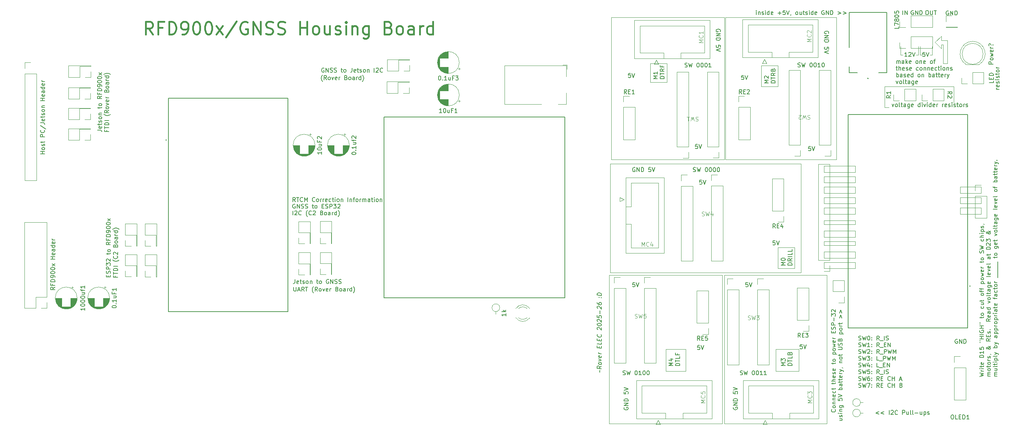
<source format=gbr>
%TF.GenerationSoftware,KiCad,Pcbnew,9.0.3*%
%TF.CreationDate,2026-02-04T18:41:09-06:00*%
%TF.ProjectId,pcblunarroverrfd900x modem,7063626c-756e-4617-9272-6f7665727266,rev?*%
%TF.SameCoordinates,Original*%
%TF.FileFunction,Legend,Top*%
%TF.FilePolarity,Positive*%
%FSLAX46Y46*%
G04 Gerber Fmt 4.6, Leading zero omitted, Abs format (unit mm)*
G04 Created by KiCad (PCBNEW 9.0.3) date 2026-02-04 18:41:09*
%MOMM*%
%LPD*%
G01*
G04 APERTURE LIST*
%ADD10C,0.100000*%
%ADD11C,0.150000*%
%ADD12C,0.200000*%
%ADD13C,0.400000*%
%ADD14C,0.120000*%
%ADD15C,0.127000*%
G04 APERTURE END LIST*
D10*
X245000000Y-39500000D02*
X246000000Y-39500000D01*
X239000000Y-37500000D02*
X239000000Y-35500000D01*
X216500000Y-82000000D02*
X224000000Y-82000000D01*
X224000000Y-83000000D01*
X216500000Y-83000000D01*
X216500000Y-82000000D01*
D11*
X236360588Y-37869819D02*
X235789160Y-37869819D01*
X236074874Y-37869819D02*
X236074874Y-36869819D01*
X236074874Y-36869819D02*
X235979636Y-37012676D01*
X235979636Y-37012676D02*
X235884398Y-37107914D01*
X235884398Y-37107914D02*
X235789160Y-37155533D01*
X236741541Y-36965057D02*
X236789160Y-36917438D01*
X236789160Y-36917438D02*
X236884398Y-36869819D01*
X236884398Y-36869819D02*
X237122493Y-36869819D01*
X237122493Y-36869819D02*
X237217731Y-36917438D01*
X237217731Y-36917438D02*
X237265350Y-36965057D01*
X237265350Y-36965057D02*
X237312969Y-37060295D01*
X237312969Y-37060295D02*
X237312969Y-37155533D01*
X237312969Y-37155533D02*
X237265350Y-37298390D01*
X237265350Y-37298390D02*
X236693922Y-37869819D01*
X236693922Y-37869819D02*
X237312969Y-37869819D01*
X237598684Y-36869819D02*
X237932017Y-37869819D01*
X237932017Y-37869819D02*
X238265350Y-36869819D01*
X240598684Y-36869819D02*
X240122494Y-36869819D01*
X240122494Y-36869819D02*
X240074875Y-37346009D01*
X240074875Y-37346009D02*
X240122494Y-37298390D01*
X240122494Y-37298390D02*
X240217732Y-37250771D01*
X240217732Y-37250771D02*
X240455827Y-37250771D01*
X240455827Y-37250771D02*
X240551065Y-37298390D01*
X240551065Y-37298390D02*
X240598684Y-37346009D01*
X240598684Y-37346009D02*
X240646303Y-37441247D01*
X240646303Y-37441247D02*
X240646303Y-37679342D01*
X240646303Y-37679342D02*
X240598684Y-37774580D01*
X240598684Y-37774580D02*
X240551065Y-37822200D01*
X240551065Y-37822200D02*
X240455827Y-37869819D01*
X240455827Y-37869819D02*
X240217732Y-37869819D01*
X240217732Y-37869819D02*
X240122494Y-37822200D01*
X240122494Y-37822200D02*
X240074875Y-37774580D01*
X240932018Y-36869819D02*
X241265351Y-37869819D01*
X241265351Y-37869819D02*
X241598684Y-36869819D01*
D10*
X205500000Y-83500000D02*
X209500000Y-83500000D01*
X209500000Y-88500000D01*
X205500000Y-88500000D01*
X205500000Y-83500000D01*
X234830000Y-37500000D02*
X234830000Y-35500000D01*
X216500000Y-87000000D02*
X224000000Y-87000000D01*
X224000000Y-88500000D01*
X216500000Y-88500000D01*
X216500000Y-87000000D01*
X242986911Y-34486911D02*
X244500000Y-36000000D01*
X246000000Y-39500000D02*
X246000000Y-34000000D01*
X249000000Y-74000000D02*
X254000000Y-74000000D01*
X254000000Y-75500000D01*
X249000000Y-75500000D01*
X249000000Y-74000000D01*
X231000000Y-45000000D02*
X247500000Y-45000000D01*
X216500000Y-66500000D02*
X224000000Y-66500000D01*
X224000000Y-68000000D01*
X216500000Y-68000000D01*
X216500000Y-66500000D01*
X246000000Y-34000000D02*
X244500000Y-34000000D01*
X249000000Y-71500000D02*
X254000000Y-71500000D01*
X254000000Y-73000000D01*
X249000000Y-73000000D01*
X249000000Y-71500000D01*
X165210000Y-90030000D02*
X192210000Y-90030000D01*
X192210000Y-125530000D01*
X165210000Y-125530000D01*
X165210000Y-90030000D01*
X244500000Y-34000000D02*
X244500000Y-33000000D01*
X231000000Y-47000000D02*
X231000000Y-45000000D01*
X245000000Y-35000000D02*
X245000000Y-38500000D01*
X216500000Y-64000000D02*
X224000000Y-64000000D01*
X224000000Y-65500000D01*
X216500000Y-65500000D01*
X216500000Y-64000000D01*
X249000000Y-69000000D02*
X254000000Y-69000000D01*
X254000000Y-70500000D01*
X249000000Y-70500000D01*
X249000000Y-69000000D01*
X231000000Y-50000000D02*
X232000000Y-50000000D01*
X239500000Y-37500000D02*
X240000000Y-37500000D01*
X235330000Y-37500000D02*
X234830000Y-37500000D01*
X165710000Y-28490000D02*
X192710000Y-28490000D01*
X192710000Y-62490000D01*
X165710000Y-62490000D01*
X165710000Y-28490000D01*
X178710000Y-107780000D02*
X183500000Y-107780000D01*
X183500000Y-113000000D01*
X178710000Y-113000000D01*
X178710000Y-107780000D01*
X216500000Y-79500000D02*
X224000000Y-79500000D01*
X224000000Y-81000000D01*
X216500000Y-81000000D01*
X216500000Y-79500000D01*
X165500000Y-63500000D02*
X211000000Y-63500000D01*
X211000000Y-89500000D01*
X165500000Y-89500000D01*
X165500000Y-63500000D01*
X231000000Y-47000000D02*
X231000000Y-50000000D01*
X245000000Y-38500000D02*
X245000000Y-39500000D01*
X205000000Y-107780000D02*
X210500000Y-107780000D01*
X210500000Y-113000000D01*
X205000000Y-113000000D01*
X205000000Y-107780000D01*
X241830000Y-37500000D02*
X242330000Y-37500000D01*
X244500000Y-35000000D02*
X245000000Y-35000000D01*
X216500000Y-84500000D02*
X224000000Y-84500000D01*
X224000000Y-86000000D01*
X216500000Y-86000000D01*
X216500000Y-84500000D01*
X216500000Y-74000000D02*
X224000000Y-74000000D01*
X224000000Y-75500000D01*
X216500000Y-75500000D01*
X216500000Y-74000000D01*
X201500000Y-40000000D02*
X205500000Y-40000000D01*
X205500000Y-45000000D01*
X201500000Y-45000000D01*
X201500000Y-40000000D01*
X192710000Y-90030000D02*
X217210000Y-90030000D01*
X217210000Y-125530000D01*
X192710000Y-125530000D01*
X192710000Y-90030000D01*
X175000000Y-39500000D02*
X179000000Y-39500000D01*
X179000000Y-44000000D01*
X175000000Y-44000000D01*
X175000000Y-39500000D01*
X239500000Y-35500000D02*
X239500000Y-37500000D01*
X193000000Y-28500000D02*
X219500000Y-28500000D01*
X219500000Y-62500000D01*
X193000000Y-62500000D01*
X193000000Y-28500000D01*
X216500000Y-77000000D02*
X224000000Y-77000000D01*
X224000000Y-78000000D01*
X216500000Y-78000000D01*
X216500000Y-77000000D01*
X216500000Y-71500000D02*
X224000000Y-71500000D01*
X224000000Y-73000000D01*
X216500000Y-73000000D01*
X216500000Y-71500000D01*
X247500000Y-45000000D02*
X247500000Y-49000000D01*
X244500000Y-33000000D02*
X243024261Y-34475739D01*
X238500000Y-37500000D02*
X239000000Y-37500000D01*
X244500000Y-36000000D02*
X244500000Y-35000000D01*
X242330000Y-37500000D02*
X242330000Y-35500000D01*
X216500000Y-69000000D02*
X224000000Y-69000000D01*
X224000000Y-70500000D01*
X216500000Y-70500000D01*
X216500000Y-69000000D01*
D11*
X170312969Y-41869819D02*
X169836779Y-41869819D01*
X169836779Y-41869819D02*
X169789160Y-42346009D01*
X169789160Y-42346009D02*
X169836779Y-42298390D01*
X169836779Y-42298390D02*
X169932017Y-42250771D01*
X169932017Y-42250771D02*
X170170112Y-42250771D01*
X170170112Y-42250771D02*
X170265350Y-42298390D01*
X170265350Y-42298390D02*
X170312969Y-42346009D01*
X170312969Y-42346009D02*
X170360588Y-42441247D01*
X170360588Y-42441247D02*
X170360588Y-42679342D01*
X170360588Y-42679342D02*
X170312969Y-42774580D01*
X170312969Y-42774580D02*
X170265350Y-42822200D01*
X170265350Y-42822200D02*
X170170112Y-42869819D01*
X170170112Y-42869819D02*
X169932017Y-42869819D01*
X169932017Y-42869819D02*
X169836779Y-42822200D01*
X169836779Y-42822200D02*
X169789160Y-42774580D01*
X170646303Y-41869819D02*
X170979636Y-42869819D01*
X170979636Y-42869819D02*
X171312969Y-41869819D01*
X196499160Y-113852200D02*
X196642017Y-113899819D01*
X196642017Y-113899819D02*
X196880112Y-113899819D01*
X196880112Y-113899819D02*
X196975350Y-113852200D01*
X196975350Y-113852200D02*
X197022969Y-113804580D01*
X197022969Y-113804580D02*
X197070588Y-113709342D01*
X197070588Y-113709342D02*
X197070588Y-113614104D01*
X197070588Y-113614104D02*
X197022969Y-113518866D01*
X197022969Y-113518866D02*
X196975350Y-113471247D01*
X196975350Y-113471247D02*
X196880112Y-113423628D01*
X196880112Y-113423628D02*
X196689636Y-113376009D01*
X196689636Y-113376009D02*
X196594398Y-113328390D01*
X196594398Y-113328390D02*
X196546779Y-113280771D01*
X196546779Y-113280771D02*
X196499160Y-113185533D01*
X196499160Y-113185533D02*
X196499160Y-113090295D01*
X196499160Y-113090295D02*
X196546779Y-112995057D01*
X196546779Y-112995057D02*
X196594398Y-112947438D01*
X196594398Y-112947438D02*
X196689636Y-112899819D01*
X196689636Y-112899819D02*
X196927731Y-112899819D01*
X196927731Y-112899819D02*
X197070588Y-112947438D01*
X197403922Y-112899819D02*
X197642017Y-113899819D01*
X197642017Y-113899819D02*
X197832493Y-113185533D01*
X197832493Y-113185533D02*
X198022969Y-113899819D01*
X198022969Y-113899819D02*
X198261065Y-112899819D01*
X199594398Y-112899819D02*
X199689636Y-112899819D01*
X199689636Y-112899819D02*
X199784874Y-112947438D01*
X199784874Y-112947438D02*
X199832493Y-112995057D01*
X199832493Y-112995057D02*
X199880112Y-113090295D01*
X199880112Y-113090295D02*
X199927731Y-113280771D01*
X199927731Y-113280771D02*
X199927731Y-113518866D01*
X199927731Y-113518866D02*
X199880112Y-113709342D01*
X199880112Y-113709342D02*
X199832493Y-113804580D01*
X199832493Y-113804580D02*
X199784874Y-113852200D01*
X199784874Y-113852200D02*
X199689636Y-113899819D01*
X199689636Y-113899819D02*
X199594398Y-113899819D01*
X199594398Y-113899819D02*
X199499160Y-113852200D01*
X199499160Y-113852200D02*
X199451541Y-113804580D01*
X199451541Y-113804580D02*
X199403922Y-113709342D01*
X199403922Y-113709342D02*
X199356303Y-113518866D01*
X199356303Y-113518866D02*
X199356303Y-113280771D01*
X199356303Y-113280771D02*
X199403922Y-113090295D01*
X199403922Y-113090295D02*
X199451541Y-112995057D01*
X199451541Y-112995057D02*
X199499160Y-112947438D01*
X199499160Y-112947438D02*
X199594398Y-112899819D01*
X200546779Y-112899819D02*
X200642017Y-112899819D01*
X200642017Y-112899819D02*
X200737255Y-112947438D01*
X200737255Y-112947438D02*
X200784874Y-112995057D01*
X200784874Y-112995057D02*
X200832493Y-113090295D01*
X200832493Y-113090295D02*
X200880112Y-113280771D01*
X200880112Y-113280771D02*
X200880112Y-113518866D01*
X200880112Y-113518866D02*
X200832493Y-113709342D01*
X200832493Y-113709342D02*
X200784874Y-113804580D01*
X200784874Y-113804580D02*
X200737255Y-113852200D01*
X200737255Y-113852200D02*
X200642017Y-113899819D01*
X200642017Y-113899819D02*
X200546779Y-113899819D01*
X200546779Y-113899819D02*
X200451541Y-113852200D01*
X200451541Y-113852200D02*
X200403922Y-113804580D01*
X200403922Y-113804580D02*
X200356303Y-113709342D01*
X200356303Y-113709342D02*
X200308684Y-113518866D01*
X200308684Y-113518866D02*
X200308684Y-113280771D01*
X200308684Y-113280771D02*
X200356303Y-113090295D01*
X200356303Y-113090295D02*
X200403922Y-112995057D01*
X200403922Y-112995057D02*
X200451541Y-112947438D01*
X200451541Y-112947438D02*
X200546779Y-112899819D01*
X201832493Y-113899819D02*
X201261065Y-113899819D01*
X201546779Y-113899819D02*
X201546779Y-112899819D01*
X201546779Y-112899819D02*
X201451541Y-113042676D01*
X201451541Y-113042676D02*
X201356303Y-113137914D01*
X201356303Y-113137914D02*
X201261065Y-113185533D01*
X202784874Y-113899819D02*
X202213446Y-113899819D01*
X202499160Y-113899819D02*
X202499160Y-112899819D01*
X202499160Y-112899819D02*
X202403922Y-113042676D01*
X202403922Y-113042676D02*
X202308684Y-113137914D01*
X202308684Y-113137914D02*
X202213446Y-113185533D01*
X233836779Y-39539987D02*
X233836779Y-38873320D01*
X233836779Y-38968558D02*
X233884398Y-38920939D01*
X233884398Y-38920939D02*
X233979636Y-38873320D01*
X233979636Y-38873320D02*
X234122493Y-38873320D01*
X234122493Y-38873320D02*
X234217731Y-38920939D01*
X234217731Y-38920939D02*
X234265350Y-39016177D01*
X234265350Y-39016177D02*
X234265350Y-39539987D01*
X234265350Y-39016177D02*
X234312969Y-38920939D01*
X234312969Y-38920939D02*
X234408207Y-38873320D01*
X234408207Y-38873320D02*
X234551064Y-38873320D01*
X234551064Y-38873320D02*
X234646303Y-38920939D01*
X234646303Y-38920939D02*
X234693922Y-39016177D01*
X234693922Y-39016177D02*
X234693922Y-39539987D01*
X235598683Y-39539987D02*
X235598683Y-39016177D01*
X235598683Y-39016177D02*
X235551064Y-38920939D01*
X235551064Y-38920939D02*
X235455826Y-38873320D01*
X235455826Y-38873320D02*
X235265350Y-38873320D01*
X235265350Y-38873320D02*
X235170112Y-38920939D01*
X235598683Y-39492368D02*
X235503445Y-39539987D01*
X235503445Y-39539987D02*
X235265350Y-39539987D01*
X235265350Y-39539987D02*
X235170112Y-39492368D01*
X235170112Y-39492368D02*
X235122493Y-39397129D01*
X235122493Y-39397129D02*
X235122493Y-39301891D01*
X235122493Y-39301891D02*
X235170112Y-39206653D01*
X235170112Y-39206653D02*
X235265350Y-39159034D01*
X235265350Y-39159034D02*
X235503445Y-39159034D01*
X235503445Y-39159034D02*
X235598683Y-39111415D01*
X236074874Y-39539987D02*
X236074874Y-38539987D01*
X236170112Y-39159034D02*
X236455826Y-39539987D01*
X236455826Y-38873320D02*
X236074874Y-39254272D01*
X237265350Y-39492368D02*
X237170112Y-39539987D01*
X237170112Y-39539987D02*
X236979636Y-39539987D01*
X236979636Y-39539987D02*
X236884398Y-39492368D01*
X236884398Y-39492368D02*
X236836779Y-39397129D01*
X236836779Y-39397129D02*
X236836779Y-39016177D01*
X236836779Y-39016177D02*
X236884398Y-38920939D01*
X236884398Y-38920939D02*
X236979636Y-38873320D01*
X236979636Y-38873320D02*
X237170112Y-38873320D01*
X237170112Y-38873320D02*
X237265350Y-38920939D01*
X237265350Y-38920939D02*
X237312969Y-39016177D01*
X237312969Y-39016177D02*
X237312969Y-39111415D01*
X237312969Y-39111415D02*
X236836779Y-39206653D01*
X238646303Y-39539987D02*
X238551065Y-39492368D01*
X238551065Y-39492368D02*
X238503446Y-39444748D01*
X238503446Y-39444748D02*
X238455827Y-39349510D01*
X238455827Y-39349510D02*
X238455827Y-39063796D01*
X238455827Y-39063796D02*
X238503446Y-38968558D01*
X238503446Y-38968558D02*
X238551065Y-38920939D01*
X238551065Y-38920939D02*
X238646303Y-38873320D01*
X238646303Y-38873320D02*
X238789160Y-38873320D01*
X238789160Y-38873320D02*
X238884398Y-38920939D01*
X238884398Y-38920939D02*
X238932017Y-38968558D01*
X238932017Y-38968558D02*
X238979636Y-39063796D01*
X238979636Y-39063796D02*
X238979636Y-39349510D01*
X238979636Y-39349510D02*
X238932017Y-39444748D01*
X238932017Y-39444748D02*
X238884398Y-39492368D01*
X238884398Y-39492368D02*
X238789160Y-39539987D01*
X238789160Y-39539987D02*
X238646303Y-39539987D01*
X239408208Y-38873320D02*
X239408208Y-39539987D01*
X239408208Y-38968558D02*
X239455827Y-38920939D01*
X239455827Y-38920939D02*
X239551065Y-38873320D01*
X239551065Y-38873320D02*
X239693922Y-38873320D01*
X239693922Y-38873320D02*
X239789160Y-38920939D01*
X239789160Y-38920939D02*
X239836779Y-39016177D01*
X239836779Y-39016177D02*
X239836779Y-39539987D01*
X240693922Y-39492368D02*
X240598684Y-39539987D01*
X240598684Y-39539987D02*
X240408208Y-39539987D01*
X240408208Y-39539987D02*
X240312970Y-39492368D01*
X240312970Y-39492368D02*
X240265351Y-39397129D01*
X240265351Y-39397129D02*
X240265351Y-39016177D01*
X240265351Y-39016177D02*
X240312970Y-38920939D01*
X240312970Y-38920939D02*
X240408208Y-38873320D01*
X240408208Y-38873320D02*
X240598684Y-38873320D01*
X240598684Y-38873320D02*
X240693922Y-38920939D01*
X240693922Y-38920939D02*
X240741541Y-39016177D01*
X240741541Y-39016177D02*
X240741541Y-39111415D01*
X240741541Y-39111415D02*
X240265351Y-39206653D01*
X242074875Y-39539987D02*
X241979637Y-39492368D01*
X241979637Y-39492368D02*
X241932018Y-39444748D01*
X241932018Y-39444748D02*
X241884399Y-39349510D01*
X241884399Y-39349510D02*
X241884399Y-39063796D01*
X241884399Y-39063796D02*
X241932018Y-38968558D01*
X241932018Y-38968558D02*
X241979637Y-38920939D01*
X241979637Y-38920939D02*
X242074875Y-38873320D01*
X242074875Y-38873320D02*
X242217732Y-38873320D01*
X242217732Y-38873320D02*
X242312970Y-38920939D01*
X242312970Y-38920939D02*
X242360589Y-38968558D01*
X242360589Y-38968558D02*
X242408208Y-39063796D01*
X242408208Y-39063796D02*
X242408208Y-39349510D01*
X242408208Y-39349510D02*
X242360589Y-39444748D01*
X242360589Y-39444748D02*
X242312970Y-39492368D01*
X242312970Y-39492368D02*
X242217732Y-39539987D01*
X242217732Y-39539987D02*
X242074875Y-39539987D01*
X242693923Y-38873320D02*
X243074875Y-38873320D01*
X242836780Y-39539987D02*
X242836780Y-38682844D01*
X242836780Y-38682844D02*
X242884399Y-38587606D01*
X242884399Y-38587606D02*
X242979637Y-38539987D01*
X242979637Y-38539987D02*
X243074875Y-38539987D01*
X233693922Y-40483264D02*
X234074874Y-40483264D01*
X233836779Y-40149931D02*
X233836779Y-41007073D01*
X233836779Y-41007073D02*
X233884398Y-41102312D01*
X233884398Y-41102312D02*
X233979636Y-41149931D01*
X233979636Y-41149931D02*
X234074874Y-41149931D01*
X234408208Y-41149931D02*
X234408208Y-40149931D01*
X234836779Y-41149931D02*
X234836779Y-40626121D01*
X234836779Y-40626121D02*
X234789160Y-40530883D01*
X234789160Y-40530883D02*
X234693922Y-40483264D01*
X234693922Y-40483264D02*
X234551065Y-40483264D01*
X234551065Y-40483264D02*
X234455827Y-40530883D01*
X234455827Y-40530883D02*
X234408208Y-40578502D01*
X235693922Y-41102312D02*
X235598684Y-41149931D01*
X235598684Y-41149931D02*
X235408208Y-41149931D01*
X235408208Y-41149931D02*
X235312970Y-41102312D01*
X235312970Y-41102312D02*
X235265351Y-41007073D01*
X235265351Y-41007073D02*
X235265351Y-40626121D01*
X235265351Y-40626121D02*
X235312970Y-40530883D01*
X235312970Y-40530883D02*
X235408208Y-40483264D01*
X235408208Y-40483264D02*
X235598684Y-40483264D01*
X235598684Y-40483264D02*
X235693922Y-40530883D01*
X235693922Y-40530883D02*
X235741541Y-40626121D01*
X235741541Y-40626121D02*
X235741541Y-40721359D01*
X235741541Y-40721359D02*
X235265351Y-40816597D01*
X236122494Y-41102312D02*
X236217732Y-41149931D01*
X236217732Y-41149931D02*
X236408208Y-41149931D01*
X236408208Y-41149931D02*
X236503446Y-41102312D01*
X236503446Y-41102312D02*
X236551065Y-41007073D01*
X236551065Y-41007073D02*
X236551065Y-40959454D01*
X236551065Y-40959454D02*
X236503446Y-40864216D01*
X236503446Y-40864216D02*
X236408208Y-40816597D01*
X236408208Y-40816597D02*
X236265351Y-40816597D01*
X236265351Y-40816597D02*
X236170113Y-40768978D01*
X236170113Y-40768978D02*
X236122494Y-40673740D01*
X236122494Y-40673740D02*
X236122494Y-40626121D01*
X236122494Y-40626121D02*
X236170113Y-40530883D01*
X236170113Y-40530883D02*
X236265351Y-40483264D01*
X236265351Y-40483264D02*
X236408208Y-40483264D01*
X236408208Y-40483264D02*
X236503446Y-40530883D01*
X237360589Y-41102312D02*
X237265351Y-41149931D01*
X237265351Y-41149931D02*
X237074875Y-41149931D01*
X237074875Y-41149931D02*
X236979637Y-41102312D01*
X236979637Y-41102312D02*
X236932018Y-41007073D01*
X236932018Y-41007073D02*
X236932018Y-40626121D01*
X236932018Y-40626121D02*
X236979637Y-40530883D01*
X236979637Y-40530883D02*
X237074875Y-40483264D01*
X237074875Y-40483264D02*
X237265351Y-40483264D01*
X237265351Y-40483264D02*
X237360589Y-40530883D01*
X237360589Y-40530883D02*
X237408208Y-40626121D01*
X237408208Y-40626121D02*
X237408208Y-40721359D01*
X237408208Y-40721359D02*
X236932018Y-40816597D01*
X239027256Y-41102312D02*
X238932018Y-41149931D01*
X238932018Y-41149931D02*
X238741542Y-41149931D01*
X238741542Y-41149931D02*
X238646304Y-41102312D01*
X238646304Y-41102312D02*
X238598685Y-41054692D01*
X238598685Y-41054692D02*
X238551066Y-40959454D01*
X238551066Y-40959454D02*
X238551066Y-40673740D01*
X238551066Y-40673740D02*
X238598685Y-40578502D01*
X238598685Y-40578502D02*
X238646304Y-40530883D01*
X238646304Y-40530883D02*
X238741542Y-40483264D01*
X238741542Y-40483264D02*
X238932018Y-40483264D01*
X238932018Y-40483264D02*
X239027256Y-40530883D01*
X239598685Y-41149931D02*
X239503447Y-41102312D01*
X239503447Y-41102312D02*
X239455828Y-41054692D01*
X239455828Y-41054692D02*
X239408209Y-40959454D01*
X239408209Y-40959454D02*
X239408209Y-40673740D01*
X239408209Y-40673740D02*
X239455828Y-40578502D01*
X239455828Y-40578502D02*
X239503447Y-40530883D01*
X239503447Y-40530883D02*
X239598685Y-40483264D01*
X239598685Y-40483264D02*
X239741542Y-40483264D01*
X239741542Y-40483264D02*
X239836780Y-40530883D01*
X239836780Y-40530883D02*
X239884399Y-40578502D01*
X239884399Y-40578502D02*
X239932018Y-40673740D01*
X239932018Y-40673740D02*
X239932018Y-40959454D01*
X239932018Y-40959454D02*
X239884399Y-41054692D01*
X239884399Y-41054692D02*
X239836780Y-41102312D01*
X239836780Y-41102312D02*
X239741542Y-41149931D01*
X239741542Y-41149931D02*
X239598685Y-41149931D01*
X240360590Y-40483264D02*
X240360590Y-41149931D01*
X240360590Y-40578502D02*
X240408209Y-40530883D01*
X240408209Y-40530883D02*
X240503447Y-40483264D01*
X240503447Y-40483264D02*
X240646304Y-40483264D01*
X240646304Y-40483264D02*
X240741542Y-40530883D01*
X240741542Y-40530883D02*
X240789161Y-40626121D01*
X240789161Y-40626121D02*
X240789161Y-41149931D01*
X241265352Y-40483264D02*
X241265352Y-41149931D01*
X241265352Y-40578502D02*
X241312971Y-40530883D01*
X241312971Y-40530883D02*
X241408209Y-40483264D01*
X241408209Y-40483264D02*
X241551066Y-40483264D01*
X241551066Y-40483264D02*
X241646304Y-40530883D01*
X241646304Y-40530883D02*
X241693923Y-40626121D01*
X241693923Y-40626121D02*
X241693923Y-41149931D01*
X242551066Y-41102312D02*
X242455828Y-41149931D01*
X242455828Y-41149931D02*
X242265352Y-41149931D01*
X242265352Y-41149931D02*
X242170114Y-41102312D01*
X242170114Y-41102312D02*
X242122495Y-41007073D01*
X242122495Y-41007073D02*
X242122495Y-40626121D01*
X242122495Y-40626121D02*
X242170114Y-40530883D01*
X242170114Y-40530883D02*
X242265352Y-40483264D01*
X242265352Y-40483264D02*
X242455828Y-40483264D01*
X242455828Y-40483264D02*
X242551066Y-40530883D01*
X242551066Y-40530883D02*
X242598685Y-40626121D01*
X242598685Y-40626121D02*
X242598685Y-40721359D01*
X242598685Y-40721359D02*
X242122495Y-40816597D01*
X243455828Y-41102312D02*
X243360590Y-41149931D01*
X243360590Y-41149931D02*
X243170114Y-41149931D01*
X243170114Y-41149931D02*
X243074876Y-41102312D01*
X243074876Y-41102312D02*
X243027257Y-41054692D01*
X243027257Y-41054692D02*
X242979638Y-40959454D01*
X242979638Y-40959454D02*
X242979638Y-40673740D01*
X242979638Y-40673740D02*
X243027257Y-40578502D01*
X243027257Y-40578502D02*
X243074876Y-40530883D01*
X243074876Y-40530883D02*
X243170114Y-40483264D01*
X243170114Y-40483264D02*
X243360590Y-40483264D01*
X243360590Y-40483264D02*
X243455828Y-40530883D01*
X243741543Y-40483264D02*
X244122495Y-40483264D01*
X243884400Y-40149931D02*
X243884400Y-41007073D01*
X243884400Y-41007073D02*
X243932019Y-41102312D01*
X243932019Y-41102312D02*
X244027257Y-41149931D01*
X244027257Y-41149931D02*
X244122495Y-41149931D01*
X244455829Y-41149931D02*
X244455829Y-40483264D01*
X244455829Y-40149931D02*
X244408210Y-40197550D01*
X244408210Y-40197550D02*
X244455829Y-40245169D01*
X244455829Y-40245169D02*
X244503448Y-40197550D01*
X244503448Y-40197550D02*
X244455829Y-40149931D01*
X244455829Y-40149931D02*
X244455829Y-40245169D01*
X245074876Y-41149931D02*
X244979638Y-41102312D01*
X244979638Y-41102312D02*
X244932019Y-41054692D01*
X244932019Y-41054692D02*
X244884400Y-40959454D01*
X244884400Y-40959454D02*
X244884400Y-40673740D01*
X244884400Y-40673740D02*
X244932019Y-40578502D01*
X244932019Y-40578502D02*
X244979638Y-40530883D01*
X244979638Y-40530883D02*
X245074876Y-40483264D01*
X245074876Y-40483264D02*
X245217733Y-40483264D01*
X245217733Y-40483264D02*
X245312971Y-40530883D01*
X245312971Y-40530883D02*
X245360590Y-40578502D01*
X245360590Y-40578502D02*
X245408209Y-40673740D01*
X245408209Y-40673740D02*
X245408209Y-40959454D01*
X245408209Y-40959454D02*
X245360590Y-41054692D01*
X245360590Y-41054692D02*
X245312971Y-41102312D01*
X245312971Y-41102312D02*
X245217733Y-41149931D01*
X245217733Y-41149931D02*
X245074876Y-41149931D01*
X245836781Y-40483264D02*
X245836781Y-41149931D01*
X245836781Y-40578502D02*
X245884400Y-40530883D01*
X245884400Y-40530883D02*
X245979638Y-40483264D01*
X245979638Y-40483264D02*
X246122495Y-40483264D01*
X246122495Y-40483264D02*
X246217733Y-40530883D01*
X246217733Y-40530883D02*
X246265352Y-40626121D01*
X246265352Y-40626121D02*
X246265352Y-41149931D01*
X246693924Y-41102312D02*
X246789162Y-41149931D01*
X246789162Y-41149931D02*
X246979638Y-41149931D01*
X246979638Y-41149931D02*
X247074876Y-41102312D01*
X247074876Y-41102312D02*
X247122495Y-41007073D01*
X247122495Y-41007073D02*
X247122495Y-40959454D01*
X247122495Y-40959454D02*
X247074876Y-40864216D01*
X247074876Y-40864216D02*
X246979638Y-40816597D01*
X246979638Y-40816597D02*
X246836781Y-40816597D01*
X246836781Y-40816597D02*
X246741543Y-40768978D01*
X246741543Y-40768978D02*
X246693924Y-40673740D01*
X246693924Y-40673740D02*
X246693924Y-40626121D01*
X246693924Y-40626121D02*
X246741543Y-40530883D01*
X246741543Y-40530883D02*
X246836781Y-40483264D01*
X246836781Y-40483264D02*
X246979638Y-40483264D01*
X246979638Y-40483264D02*
X247074876Y-40530883D01*
X233836779Y-42759875D02*
X233836779Y-41759875D01*
X233836779Y-42140827D02*
X233932017Y-42093208D01*
X233932017Y-42093208D02*
X234122493Y-42093208D01*
X234122493Y-42093208D02*
X234217731Y-42140827D01*
X234217731Y-42140827D02*
X234265350Y-42188446D01*
X234265350Y-42188446D02*
X234312969Y-42283684D01*
X234312969Y-42283684D02*
X234312969Y-42569398D01*
X234312969Y-42569398D02*
X234265350Y-42664636D01*
X234265350Y-42664636D02*
X234217731Y-42712256D01*
X234217731Y-42712256D02*
X234122493Y-42759875D01*
X234122493Y-42759875D02*
X233932017Y-42759875D01*
X233932017Y-42759875D02*
X233836779Y-42712256D01*
X235170112Y-42759875D02*
X235170112Y-42236065D01*
X235170112Y-42236065D02*
X235122493Y-42140827D01*
X235122493Y-42140827D02*
X235027255Y-42093208D01*
X235027255Y-42093208D02*
X234836779Y-42093208D01*
X234836779Y-42093208D02*
X234741541Y-42140827D01*
X235170112Y-42712256D02*
X235074874Y-42759875D01*
X235074874Y-42759875D02*
X234836779Y-42759875D01*
X234836779Y-42759875D02*
X234741541Y-42712256D01*
X234741541Y-42712256D02*
X234693922Y-42617017D01*
X234693922Y-42617017D02*
X234693922Y-42521779D01*
X234693922Y-42521779D02*
X234741541Y-42426541D01*
X234741541Y-42426541D02*
X234836779Y-42378922D01*
X234836779Y-42378922D02*
X235074874Y-42378922D01*
X235074874Y-42378922D02*
X235170112Y-42331303D01*
X235598684Y-42712256D02*
X235693922Y-42759875D01*
X235693922Y-42759875D02*
X235884398Y-42759875D01*
X235884398Y-42759875D02*
X235979636Y-42712256D01*
X235979636Y-42712256D02*
X236027255Y-42617017D01*
X236027255Y-42617017D02*
X236027255Y-42569398D01*
X236027255Y-42569398D02*
X235979636Y-42474160D01*
X235979636Y-42474160D02*
X235884398Y-42426541D01*
X235884398Y-42426541D02*
X235741541Y-42426541D01*
X235741541Y-42426541D02*
X235646303Y-42378922D01*
X235646303Y-42378922D02*
X235598684Y-42283684D01*
X235598684Y-42283684D02*
X235598684Y-42236065D01*
X235598684Y-42236065D02*
X235646303Y-42140827D01*
X235646303Y-42140827D02*
X235741541Y-42093208D01*
X235741541Y-42093208D02*
X235884398Y-42093208D01*
X235884398Y-42093208D02*
X235979636Y-42140827D01*
X236836779Y-42712256D02*
X236741541Y-42759875D01*
X236741541Y-42759875D02*
X236551065Y-42759875D01*
X236551065Y-42759875D02*
X236455827Y-42712256D01*
X236455827Y-42712256D02*
X236408208Y-42617017D01*
X236408208Y-42617017D02*
X236408208Y-42236065D01*
X236408208Y-42236065D02*
X236455827Y-42140827D01*
X236455827Y-42140827D02*
X236551065Y-42093208D01*
X236551065Y-42093208D02*
X236741541Y-42093208D01*
X236741541Y-42093208D02*
X236836779Y-42140827D01*
X236836779Y-42140827D02*
X236884398Y-42236065D01*
X236884398Y-42236065D02*
X236884398Y-42331303D01*
X236884398Y-42331303D02*
X236408208Y-42426541D01*
X237741541Y-42759875D02*
X237741541Y-41759875D01*
X237741541Y-42712256D02*
X237646303Y-42759875D01*
X237646303Y-42759875D02*
X237455827Y-42759875D01*
X237455827Y-42759875D02*
X237360589Y-42712256D01*
X237360589Y-42712256D02*
X237312970Y-42664636D01*
X237312970Y-42664636D02*
X237265351Y-42569398D01*
X237265351Y-42569398D02*
X237265351Y-42283684D01*
X237265351Y-42283684D02*
X237312970Y-42188446D01*
X237312970Y-42188446D02*
X237360589Y-42140827D01*
X237360589Y-42140827D02*
X237455827Y-42093208D01*
X237455827Y-42093208D02*
X237646303Y-42093208D01*
X237646303Y-42093208D02*
X237741541Y-42140827D01*
X239122494Y-42759875D02*
X239027256Y-42712256D01*
X239027256Y-42712256D02*
X238979637Y-42664636D01*
X238979637Y-42664636D02*
X238932018Y-42569398D01*
X238932018Y-42569398D02*
X238932018Y-42283684D01*
X238932018Y-42283684D02*
X238979637Y-42188446D01*
X238979637Y-42188446D02*
X239027256Y-42140827D01*
X239027256Y-42140827D02*
X239122494Y-42093208D01*
X239122494Y-42093208D02*
X239265351Y-42093208D01*
X239265351Y-42093208D02*
X239360589Y-42140827D01*
X239360589Y-42140827D02*
X239408208Y-42188446D01*
X239408208Y-42188446D02*
X239455827Y-42283684D01*
X239455827Y-42283684D02*
X239455827Y-42569398D01*
X239455827Y-42569398D02*
X239408208Y-42664636D01*
X239408208Y-42664636D02*
X239360589Y-42712256D01*
X239360589Y-42712256D02*
X239265351Y-42759875D01*
X239265351Y-42759875D02*
X239122494Y-42759875D01*
X239884399Y-42093208D02*
X239884399Y-42759875D01*
X239884399Y-42188446D02*
X239932018Y-42140827D01*
X239932018Y-42140827D02*
X240027256Y-42093208D01*
X240027256Y-42093208D02*
X240170113Y-42093208D01*
X240170113Y-42093208D02*
X240265351Y-42140827D01*
X240265351Y-42140827D02*
X240312970Y-42236065D01*
X240312970Y-42236065D02*
X240312970Y-42759875D01*
X241551066Y-42759875D02*
X241551066Y-41759875D01*
X241551066Y-42140827D02*
X241646304Y-42093208D01*
X241646304Y-42093208D02*
X241836780Y-42093208D01*
X241836780Y-42093208D02*
X241932018Y-42140827D01*
X241932018Y-42140827D02*
X241979637Y-42188446D01*
X241979637Y-42188446D02*
X242027256Y-42283684D01*
X242027256Y-42283684D02*
X242027256Y-42569398D01*
X242027256Y-42569398D02*
X241979637Y-42664636D01*
X241979637Y-42664636D02*
X241932018Y-42712256D01*
X241932018Y-42712256D02*
X241836780Y-42759875D01*
X241836780Y-42759875D02*
X241646304Y-42759875D01*
X241646304Y-42759875D02*
X241551066Y-42712256D01*
X242884399Y-42759875D02*
X242884399Y-42236065D01*
X242884399Y-42236065D02*
X242836780Y-42140827D01*
X242836780Y-42140827D02*
X242741542Y-42093208D01*
X242741542Y-42093208D02*
X242551066Y-42093208D01*
X242551066Y-42093208D02*
X242455828Y-42140827D01*
X242884399Y-42712256D02*
X242789161Y-42759875D01*
X242789161Y-42759875D02*
X242551066Y-42759875D01*
X242551066Y-42759875D02*
X242455828Y-42712256D01*
X242455828Y-42712256D02*
X242408209Y-42617017D01*
X242408209Y-42617017D02*
X242408209Y-42521779D01*
X242408209Y-42521779D02*
X242455828Y-42426541D01*
X242455828Y-42426541D02*
X242551066Y-42378922D01*
X242551066Y-42378922D02*
X242789161Y-42378922D01*
X242789161Y-42378922D02*
X242884399Y-42331303D01*
X243217733Y-42093208D02*
X243598685Y-42093208D01*
X243360590Y-41759875D02*
X243360590Y-42617017D01*
X243360590Y-42617017D02*
X243408209Y-42712256D01*
X243408209Y-42712256D02*
X243503447Y-42759875D01*
X243503447Y-42759875D02*
X243598685Y-42759875D01*
X243789162Y-42093208D02*
X244170114Y-42093208D01*
X243932019Y-41759875D02*
X243932019Y-42617017D01*
X243932019Y-42617017D02*
X243979638Y-42712256D01*
X243979638Y-42712256D02*
X244074876Y-42759875D01*
X244074876Y-42759875D02*
X244170114Y-42759875D01*
X244884400Y-42712256D02*
X244789162Y-42759875D01*
X244789162Y-42759875D02*
X244598686Y-42759875D01*
X244598686Y-42759875D02*
X244503448Y-42712256D01*
X244503448Y-42712256D02*
X244455829Y-42617017D01*
X244455829Y-42617017D02*
X244455829Y-42236065D01*
X244455829Y-42236065D02*
X244503448Y-42140827D01*
X244503448Y-42140827D02*
X244598686Y-42093208D01*
X244598686Y-42093208D02*
X244789162Y-42093208D01*
X244789162Y-42093208D02*
X244884400Y-42140827D01*
X244884400Y-42140827D02*
X244932019Y-42236065D01*
X244932019Y-42236065D02*
X244932019Y-42331303D01*
X244932019Y-42331303D02*
X244455829Y-42426541D01*
X245360591Y-42759875D02*
X245360591Y-42093208D01*
X245360591Y-42283684D02*
X245408210Y-42188446D01*
X245408210Y-42188446D02*
X245455829Y-42140827D01*
X245455829Y-42140827D02*
X245551067Y-42093208D01*
X245551067Y-42093208D02*
X245646305Y-42093208D01*
X245884401Y-42093208D02*
X246122496Y-42759875D01*
X246360591Y-42093208D02*
X246122496Y-42759875D01*
X246122496Y-42759875D02*
X246027258Y-42997970D01*
X246027258Y-42997970D02*
X245979639Y-43045589D01*
X245979639Y-43045589D02*
X245884401Y-43093208D01*
X233741541Y-43703152D02*
X233979636Y-44369819D01*
X233979636Y-44369819D02*
X234217731Y-43703152D01*
X234741541Y-44369819D02*
X234646303Y-44322200D01*
X234646303Y-44322200D02*
X234598684Y-44274580D01*
X234598684Y-44274580D02*
X234551065Y-44179342D01*
X234551065Y-44179342D02*
X234551065Y-43893628D01*
X234551065Y-43893628D02*
X234598684Y-43798390D01*
X234598684Y-43798390D02*
X234646303Y-43750771D01*
X234646303Y-43750771D02*
X234741541Y-43703152D01*
X234741541Y-43703152D02*
X234884398Y-43703152D01*
X234884398Y-43703152D02*
X234979636Y-43750771D01*
X234979636Y-43750771D02*
X235027255Y-43798390D01*
X235027255Y-43798390D02*
X235074874Y-43893628D01*
X235074874Y-43893628D02*
X235074874Y-44179342D01*
X235074874Y-44179342D02*
X235027255Y-44274580D01*
X235027255Y-44274580D02*
X234979636Y-44322200D01*
X234979636Y-44322200D02*
X234884398Y-44369819D01*
X234884398Y-44369819D02*
X234741541Y-44369819D01*
X235646303Y-44369819D02*
X235551065Y-44322200D01*
X235551065Y-44322200D02*
X235503446Y-44226961D01*
X235503446Y-44226961D02*
X235503446Y-43369819D01*
X235884399Y-43703152D02*
X236265351Y-43703152D01*
X236027256Y-43369819D02*
X236027256Y-44226961D01*
X236027256Y-44226961D02*
X236074875Y-44322200D01*
X236074875Y-44322200D02*
X236170113Y-44369819D01*
X236170113Y-44369819D02*
X236265351Y-44369819D01*
X237027256Y-44369819D02*
X237027256Y-43846009D01*
X237027256Y-43846009D02*
X236979637Y-43750771D01*
X236979637Y-43750771D02*
X236884399Y-43703152D01*
X236884399Y-43703152D02*
X236693923Y-43703152D01*
X236693923Y-43703152D02*
X236598685Y-43750771D01*
X237027256Y-44322200D02*
X236932018Y-44369819D01*
X236932018Y-44369819D02*
X236693923Y-44369819D01*
X236693923Y-44369819D02*
X236598685Y-44322200D01*
X236598685Y-44322200D02*
X236551066Y-44226961D01*
X236551066Y-44226961D02*
X236551066Y-44131723D01*
X236551066Y-44131723D02*
X236598685Y-44036485D01*
X236598685Y-44036485D02*
X236693923Y-43988866D01*
X236693923Y-43988866D02*
X236932018Y-43988866D01*
X236932018Y-43988866D02*
X237027256Y-43941247D01*
X237932018Y-43703152D02*
X237932018Y-44512676D01*
X237932018Y-44512676D02*
X237884399Y-44607914D01*
X237884399Y-44607914D02*
X237836780Y-44655533D01*
X237836780Y-44655533D02*
X237741542Y-44703152D01*
X237741542Y-44703152D02*
X237598685Y-44703152D01*
X237598685Y-44703152D02*
X237503447Y-44655533D01*
X237932018Y-44322200D02*
X237836780Y-44369819D01*
X237836780Y-44369819D02*
X237646304Y-44369819D01*
X237646304Y-44369819D02*
X237551066Y-44322200D01*
X237551066Y-44322200D02*
X237503447Y-44274580D01*
X237503447Y-44274580D02*
X237455828Y-44179342D01*
X237455828Y-44179342D02*
X237455828Y-43893628D01*
X237455828Y-43893628D02*
X237503447Y-43798390D01*
X237503447Y-43798390D02*
X237551066Y-43750771D01*
X237551066Y-43750771D02*
X237646304Y-43703152D01*
X237646304Y-43703152D02*
X237836780Y-43703152D01*
X237836780Y-43703152D02*
X237932018Y-43750771D01*
X238789161Y-44322200D02*
X238693923Y-44369819D01*
X238693923Y-44369819D02*
X238503447Y-44369819D01*
X238503447Y-44369819D02*
X238408209Y-44322200D01*
X238408209Y-44322200D02*
X238360590Y-44226961D01*
X238360590Y-44226961D02*
X238360590Y-43846009D01*
X238360590Y-43846009D02*
X238408209Y-43750771D01*
X238408209Y-43750771D02*
X238503447Y-43703152D01*
X238503447Y-43703152D02*
X238693923Y-43703152D01*
X238693923Y-43703152D02*
X238789161Y-43750771D01*
X238789161Y-43750771D02*
X238836780Y-43846009D01*
X238836780Y-43846009D02*
X238836780Y-43941247D01*
X238836780Y-43941247D02*
X238360590Y-44036485D01*
X186812969Y-106869819D02*
X186336779Y-106869819D01*
X186336779Y-106869819D02*
X186289160Y-107346009D01*
X186289160Y-107346009D02*
X186336779Y-107298390D01*
X186336779Y-107298390D02*
X186432017Y-107250771D01*
X186432017Y-107250771D02*
X186670112Y-107250771D01*
X186670112Y-107250771D02*
X186765350Y-107298390D01*
X186765350Y-107298390D02*
X186812969Y-107346009D01*
X186812969Y-107346009D02*
X186860588Y-107441247D01*
X186860588Y-107441247D02*
X186860588Y-107679342D01*
X186860588Y-107679342D02*
X186812969Y-107774580D01*
X186812969Y-107774580D02*
X186765350Y-107822200D01*
X186765350Y-107822200D02*
X186670112Y-107869819D01*
X186670112Y-107869819D02*
X186432017Y-107869819D01*
X186432017Y-107869819D02*
X186336779Y-107822200D01*
X186336779Y-107822200D02*
X186289160Y-107774580D01*
X187146303Y-106869819D02*
X187479636Y-107869819D01*
X187479636Y-107869819D02*
X187812969Y-106869819D01*
X232741541Y-49203152D02*
X232979636Y-49869819D01*
X232979636Y-49869819D02*
X233217731Y-49203152D01*
X233741541Y-49869819D02*
X233646303Y-49822200D01*
X233646303Y-49822200D02*
X233598684Y-49774580D01*
X233598684Y-49774580D02*
X233551065Y-49679342D01*
X233551065Y-49679342D02*
X233551065Y-49393628D01*
X233551065Y-49393628D02*
X233598684Y-49298390D01*
X233598684Y-49298390D02*
X233646303Y-49250771D01*
X233646303Y-49250771D02*
X233741541Y-49203152D01*
X233741541Y-49203152D02*
X233884398Y-49203152D01*
X233884398Y-49203152D02*
X233979636Y-49250771D01*
X233979636Y-49250771D02*
X234027255Y-49298390D01*
X234027255Y-49298390D02*
X234074874Y-49393628D01*
X234074874Y-49393628D02*
X234074874Y-49679342D01*
X234074874Y-49679342D02*
X234027255Y-49774580D01*
X234027255Y-49774580D02*
X233979636Y-49822200D01*
X233979636Y-49822200D02*
X233884398Y-49869819D01*
X233884398Y-49869819D02*
X233741541Y-49869819D01*
X234646303Y-49869819D02*
X234551065Y-49822200D01*
X234551065Y-49822200D02*
X234503446Y-49726961D01*
X234503446Y-49726961D02*
X234503446Y-48869819D01*
X234884399Y-49203152D02*
X235265351Y-49203152D01*
X235027256Y-48869819D02*
X235027256Y-49726961D01*
X235027256Y-49726961D02*
X235074875Y-49822200D01*
X235074875Y-49822200D02*
X235170113Y-49869819D01*
X235170113Y-49869819D02*
X235265351Y-49869819D01*
X236027256Y-49869819D02*
X236027256Y-49346009D01*
X236027256Y-49346009D02*
X235979637Y-49250771D01*
X235979637Y-49250771D02*
X235884399Y-49203152D01*
X235884399Y-49203152D02*
X235693923Y-49203152D01*
X235693923Y-49203152D02*
X235598685Y-49250771D01*
X236027256Y-49822200D02*
X235932018Y-49869819D01*
X235932018Y-49869819D02*
X235693923Y-49869819D01*
X235693923Y-49869819D02*
X235598685Y-49822200D01*
X235598685Y-49822200D02*
X235551066Y-49726961D01*
X235551066Y-49726961D02*
X235551066Y-49631723D01*
X235551066Y-49631723D02*
X235598685Y-49536485D01*
X235598685Y-49536485D02*
X235693923Y-49488866D01*
X235693923Y-49488866D02*
X235932018Y-49488866D01*
X235932018Y-49488866D02*
X236027256Y-49441247D01*
X236932018Y-49203152D02*
X236932018Y-50012676D01*
X236932018Y-50012676D02*
X236884399Y-50107914D01*
X236884399Y-50107914D02*
X236836780Y-50155533D01*
X236836780Y-50155533D02*
X236741542Y-50203152D01*
X236741542Y-50203152D02*
X236598685Y-50203152D01*
X236598685Y-50203152D02*
X236503447Y-50155533D01*
X236932018Y-49822200D02*
X236836780Y-49869819D01*
X236836780Y-49869819D02*
X236646304Y-49869819D01*
X236646304Y-49869819D02*
X236551066Y-49822200D01*
X236551066Y-49822200D02*
X236503447Y-49774580D01*
X236503447Y-49774580D02*
X236455828Y-49679342D01*
X236455828Y-49679342D02*
X236455828Y-49393628D01*
X236455828Y-49393628D02*
X236503447Y-49298390D01*
X236503447Y-49298390D02*
X236551066Y-49250771D01*
X236551066Y-49250771D02*
X236646304Y-49203152D01*
X236646304Y-49203152D02*
X236836780Y-49203152D01*
X236836780Y-49203152D02*
X236932018Y-49250771D01*
X237789161Y-49822200D02*
X237693923Y-49869819D01*
X237693923Y-49869819D02*
X237503447Y-49869819D01*
X237503447Y-49869819D02*
X237408209Y-49822200D01*
X237408209Y-49822200D02*
X237360590Y-49726961D01*
X237360590Y-49726961D02*
X237360590Y-49346009D01*
X237360590Y-49346009D02*
X237408209Y-49250771D01*
X237408209Y-49250771D02*
X237503447Y-49203152D01*
X237503447Y-49203152D02*
X237693923Y-49203152D01*
X237693923Y-49203152D02*
X237789161Y-49250771D01*
X237789161Y-49250771D02*
X237836780Y-49346009D01*
X237836780Y-49346009D02*
X237836780Y-49441247D01*
X237836780Y-49441247D02*
X237360590Y-49536485D01*
X239455828Y-49869819D02*
X239455828Y-48869819D01*
X239455828Y-49822200D02*
X239360590Y-49869819D01*
X239360590Y-49869819D02*
X239170114Y-49869819D01*
X239170114Y-49869819D02*
X239074876Y-49822200D01*
X239074876Y-49822200D02*
X239027257Y-49774580D01*
X239027257Y-49774580D02*
X238979638Y-49679342D01*
X238979638Y-49679342D02*
X238979638Y-49393628D01*
X238979638Y-49393628D02*
X239027257Y-49298390D01*
X239027257Y-49298390D02*
X239074876Y-49250771D01*
X239074876Y-49250771D02*
X239170114Y-49203152D01*
X239170114Y-49203152D02*
X239360590Y-49203152D01*
X239360590Y-49203152D02*
X239455828Y-49250771D01*
X239932019Y-49869819D02*
X239932019Y-49203152D01*
X239932019Y-48869819D02*
X239884400Y-48917438D01*
X239884400Y-48917438D02*
X239932019Y-48965057D01*
X239932019Y-48965057D02*
X239979638Y-48917438D01*
X239979638Y-48917438D02*
X239932019Y-48869819D01*
X239932019Y-48869819D02*
X239932019Y-48965057D01*
X240312971Y-49203152D02*
X240551066Y-49869819D01*
X240551066Y-49869819D02*
X240789161Y-49203152D01*
X241170114Y-49869819D02*
X241170114Y-49203152D01*
X241170114Y-48869819D02*
X241122495Y-48917438D01*
X241122495Y-48917438D02*
X241170114Y-48965057D01*
X241170114Y-48965057D02*
X241217733Y-48917438D01*
X241217733Y-48917438D02*
X241170114Y-48869819D01*
X241170114Y-48869819D02*
X241170114Y-48965057D01*
X242074875Y-49869819D02*
X242074875Y-48869819D01*
X242074875Y-49822200D02*
X241979637Y-49869819D01*
X241979637Y-49869819D02*
X241789161Y-49869819D01*
X241789161Y-49869819D02*
X241693923Y-49822200D01*
X241693923Y-49822200D02*
X241646304Y-49774580D01*
X241646304Y-49774580D02*
X241598685Y-49679342D01*
X241598685Y-49679342D02*
X241598685Y-49393628D01*
X241598685Y-49393628D02*
X241646304Y-49298390D01*
X241646304Y-49298390D02*
X241693923Y-49250771D01*
X241693923Y-49250771D02*
X241789161Y-49203152D01*
X241789161Y-49203152D02*
X241979637Y-49203152D01*
X241979637Y-49203152D02*
X242074875Y-49250771D01*
X242932018Y-49822200D02*
X242836780Y-49869819D01*
X242836780Y-49869819D02*
X242646304Y-49869819D01*
X242646304Y-49869819D02*
X242551066Y-49822200D01*
X242551066Y-49822200D02*
X242503447Y-49726961D01*
X242503447Y-49726961D02*
X242503447Y-49346009D01*
X242503447Y-49346009D02*
X242551066Y-49250771D01*
X242551066Y-49250771D02*
X242646304Y-49203152D01*
X242646304Y-49203152D02*
X242836780Y-49203152D01*
X242836780Y-49203152D02*
X242932018Y-49250771D01*
X242932018Y-49250771D02*
X242979637Y-49346009D01*
X242979637Y-49346009D02*
X242979637Y-49441247D01*
X242979637Y-49441247D02*
X242503447Y-49536485D01*
X243408209Y-49869819D02*
X243408209Y-49203152D01*
X243408209Y-49393628D02*
X243455828Y-49298390D01*
X243455828Y-49298390D02*
X243503447Y-49250771D01*
X243503447Y-49250771D02*
X243598685Y-49203152D01*
X243598685Y-49203152D02*
X243693923Y-49203152D01*
X244789162Y-49869819D02*
X244789162Y-49203152D01*
X244789162Y-49393628D02*
X244836781Y-49298390D01*
X244836781Y-49298390D02*
X244884400Y-49250771D01*
X244884400Y-49250771D02*
X244979638Y-49203152D01*
X244979638Y-49203152D02*
X245074876Y-49203152D01*
X245789162Y-49822200D02*
X245693924Y-49869819D01*
X245693924Y-49869819D02*
X245503448Y-49869819D01*
X245503448Y-49869819D02*
X245408210Y-49822200D01*
X245408210Y-49822200D02*
X245360591Y-49726961D01*
X245360591Y-49726961D02*
X245360591Y-49346009D01*
X245360591Y-49346009D02*
X245408210Y-49250771D01*
X245408210Y-49250771D02*
X245503448Y-49203152D01*
X245503448Y-49203152D02*
X245693924Y-49203152D01*
X245693924Y-49203152D02*
X245789162Y-49250771D01*
X245789162Y-49250771D02*
X245836781Y-49346009D01*
X245836781Y-49346009D02*
X245836781Y-49441247D01*
X245836781Y-49441247D02*
X245360591Y-49536485D01*
X246217734Y-49822200D02*
X246312972Y-49869819D01*
X246312972Y-49869819D02*
X246503448Y-49869819D01*
X246503448Y-49869819D02*
X246598686Y-49822200D01*
X246598686Y-49822200D02*
X246646305Y-49726961D01*
X246646305Y-49726961D02*
X246646305Y-49679342D01*
X246646305Y-49679342D02*
X246598686Y-49584104D01*
X246598686Y-49584104D02*
X246503448Y-49536485D01*
X246503448Y-49536485D02*
X246360591Y-49536485D01*
X246360591Y-49536485D02*
X246265353Y-49488866D01*
X246265353Y-49488866D02*
X246217734Y-49393628D01*
X246217734Y-49393628D02*
X246217734Y-49346009D01*
X246217734Y-49346009D02*
X246265353Y-49250771D01*
X246265353Y-49250771D02*
X246360591Y-49203152D01*
X246360591Y-49203152D02*
X246503448Y-49203152D01*
X246503448Y-49203152D02*
X246598686Y-49250771D01*
X247074877Y-49869819D02*
X247074877Y-49203152D01*
X247074877Y-48869819D02*
X247027258Y-48917438D01*
X247027258Y-48917438D02*
X247074877Y-48965057D01*
X247074877Y-48965057D02*
X247122496Y-48917438D01*
X247122496Y-48917438D02*
X247074877Y-48869819D01*
X247074877Y-48869819D02*
X247074877Y-48965057D01*
X247503448Y-49822200D02*
X247598686Y-49869819D01*
X247598686Y-49869819D02*
X247789162Y-49869819D01*
X247789162Y-49869819D02*
X247884400Y-49822200D01*
X247884400Y-49822200D02*
X247932019Y-49726961D01*
X247932019Y-49726961D02*
X247932019Y-49679342D01*
X247932019Y-49679342D02*
X247884400Y-49584104D01*
X247884400Y-49584104D02*
X247789162Y-49536485D01*
X247789162Y-49536485D02*
X247646305Y-49536485D01*
X247646305Y-49536485D02*
X247551067Y-49488866D01*
X247551067Y-49488866D02*
X247503448Y-49393628D01*
X247503448Y-49393628D02*
X247503448Y-49346009D01*
X247503448Y-49346009D02*
X247551067Y-49250771D01*
X247551067Y-49250771D02*
X247646305Y-49203152D01*
X247646305Y-49203152D02*
X247789162Y-49203152D01*
X247789162Y-49203152D02*
X247884400Y-49250771D01*
X248217734Y-49203152D02*
X248598686Y-49203152D01*
X248360591Y-48869819D02*
X248360591Y-49726961D01*
X248360591Y-49726961D02*
X248408210Y-49822200D01*
X248408210Y-49822200D02*
X248503448Y-49869819D01*
X248503448Y-49869819D02*
X248598686Y-49869819D01*
X249074877Y-49869819D02*
X248979639Y-49822200D01*
X248979639Y-49822200D02*
X248932020Y-49774580D01*
X248932020Y-49774580D02*
X248884401Y-49679342D01*
X248884401Y-49679342D02*
X248884401Y-49393628D01*
X248884401Y-49393628D02*
X248932020Y-49298390D01*
X248932020Y-49298390D02*
X248979639Y-49250771D01*
X248979639Y-49250771D02*
X249074877Y-49203152D01*
X249074877Y-49203152D02*
X249217734Y-49203152D01*
X249217734Y-49203152D02*
X249312972Y-49250771D01*
X249312972Y-49250771D02*
X249360591Y-49298390D01*
X249360591Y-49298390D02*
X249408210Y-49393628D01*
X249408210Y-49393628D02*
X249408210Y-49679342D01*
X249408210Y-49679342D02*
X249360591Y-49774580D01*
X249360591Y-49774580D02*
X249312972Y-49822200D01*
X249312972Y-49822200D02*
X249217734Y-49869819D01*
X249217734Y-49869819D02*
X249074877Y-49869819D01*
X249836782Y-49869819D02*
X249836782Y-49203152D01*
X249836782Y-49393628D02*
X249884401Y-49298390D01*
X249884401Y-49298390D02*
X249932020Y-49250771D01*
X249932020Y-49250771D02*
X250027258Y-49203152D01*
X250027258Y-49203152D02*
X250122496Y-49203152D01*
X250408211Y-49822200D02*
X250503449Y-49869819D01*
X250503449Y-49869819D02*
X250693925Y-49869819D01*
X250693925Y-49869819D02*
X250789163Y-49822200D01*
X250789163Y-49822200D02*
X250836782Y-49726961D01*
X250836782Y-49726961D02*
X250836782Y-49679342D01*
X250836782Y-49679342D02*
X250789163Y-49584104D01*
X250789163Y-49584104D02*
X250693925Y-49536485D01*
X250693925Y-49536485D02*
X250551068Y-49536485D01*
X250551068Y-49536485D02*
X250455830Y-49488866D01*
X250455830Y-49488866D02*
X250408211Y-49393628D01*
X250408211Y-49393628D02*
X250408211Y-49346009D01*
X250408211Y-49346009D02*
X250455830Y-49250771D01*
X250455830Y-49250771D02*
X250551068Y-49203152D01*
X250551068Y-49203152D02*
X250693925Y-49203152D01*
X250693925Y-49203152D02*
X250789163Y-49250771D01*
X200336779Y-27869819D02*
X200336779Y-27203152D01*
X200336779Y-26869819D02*
X200289160Y-26917438D01*
X200289160Y-26917438D02*
X200336779Y-26965057D01*
X200336779Y-26965057D02*
X200384398Y-26917438D01*
X200384398Y-26917438D02*
X200336779Y-26869819D01*
X200336779Y-26869819D02*
X200336779Y-26965057D01*
X200812969Y-27203152D02*
X200812969Y-27869819D01*
X200812969Y-27298390D02*
X200860588Y-27250771D01*
X200860588Y-27250771D02*
X200955826Y-27203152D01*
X200955826Y-27203152D02*
X201098683Y-27203152D01*
X201098683Y-27203152D02*
X201193921Y-27250771D01*
X201193921Y-27250771D02*
X201241540Y-27346009D01*
X201241540Y-27346009D02*
X201241540Y-27869819D01*
X201670112Y-27822200D02*
X201765350Y-27869819D01*
X201765350Y-27869819D02*
X201955826Y-27869819D01*
X201955826Y-27869819D02*
X202051064Y-27822200D01*
X202051064Y-27822200D02*
X202098683Y-27726961D01*
X202098683Y-27726961D02*
X202098683Y-27679342D01*
X202098683Y-27679342D02*
X202051064Y-27584104D01*
X202051064Y-27584104D02*
X201955826Y-27536485D01*
X201955826Y-27536485D02*
X201812969Y-27536485D01*
X201812969Y-27536485D02*
X201717731Y-27488866D01*
X201717731Y-27488866D02*
X201670112Y-27393628D01*
X201670112Y-27393628D02*
X201670112Y-27346009D01*
X201670112Y-27346009D02*
X201717731Y-27250771D01*
X201717731Y-27250771D02*
X201812969Y-27203152D01*
X201812969Y-27203152D02*
X201955826Y-27203152D01*
X201955826Y-27203152D02*
X202051064Y-27250771D01*
X202527255Y-27869819D02*
X202527255Y-27203152D01*
X202527255Y-26869819D02*
X202479636Y-26917438D01*
X202479636Y-26917438D02*
X202527255Y-26965057D01*
X202527255Y-26965057D02*
X202574874Y-26917438D01*
X202574874Y-26917438D02*
X202527255Y-26869819D01*
X202527255Y-26869819D02*
X202527255Y-26965057D01*
X203432016Y-27869819D02*
X203432016Y-26869819D01*
X203432016Y-27822200D02*
X203336778Y-27869819D01*
X203336778Y-27869819D02*
X203146302Y-27869819D01*
X203146302Y-27869819D02*
X203051064Y-27822200D01*
X203051064Y-27822200D02*
X203003445Y-27774580D01*
X203003445Y-27774580D02*
X202955826Y-27679342D01*
X202955826Y-27679342D02*
X202955826Y-27393628D01*
X202955826Y-27393628D02*
X203003445Y-27298390D01*
X203003445Y-27298390D02*
X203051064Y-27250771D01*
X203051064Y-27250771D02*
X203146302Y-27203152D01*
X203146302Y-27203152D02*
X203336778Y-27203152D01*
X203336778Y-27203152D02*
X203432016Y-27250771D01*
X204289159Y-27822200D02*
X204193921Y-27869819D01*
X204193921Y-27869819D02*
X204003445Y-27869819D01*
X204003445Y-27869819D02*
X203908207Y-27822200D01*
X203908207Y-27822200D02*
X203860588Y-27726961D01*
X203860588Y-27726961D02*
X203860588Y-27346009D01*
X203860588Y-27346009D02*
X203908207Y-27250771D01*
X203908207Y-27250771D02*
X204003445Y-27203152D01*
X204003445Y-27203152D02*
X204193921Y-27203152D01*
X204193921Y-27203152D02*
X204289159Y-27250771D01*
X204289159Y-27250771D02*
X204336778Y-27346009D01*
X204336778Y-27346009D02*
X204336778Y-27441247D01*
X204336778Y-27441247D02*
X203860588Y-27536485D01*
X205527255Y-27488866D02*
X206289160Y-27488866D01*
X205908207Y-27869819D02*
X205908207Y-27107914D01*
X207241540Y-26869819D02*
X206765350Y-26869819D01*
X206765350Y-26869819D02*
X206717731Y-27346009D01*
X206717731Y-27346009D02*
X206765350Y-27298390D01*
X206765350Y-27298390D02*
X206860588Y-27250771D01*
X206860588Y-27250771D02*
X207098683Y-27250771D01*
X207098683Y-27250771D02*
X207193921Y-27298390D01*
X207193921Y-27298390D02*
X207241540Y-27346009D01*
X207241540Y-27346009D02*
X207289159Y-27441247D01*
X207289159Y-27441247D02*
X207289159Y-27679342D01*
X207289159Y-27679342D02*
X207241540Y-27774580D01*
X207241540Y-27774580D02*
X207193921Y-27822200D01*
X207193921Y-27822200D02*
X207098683Y-27869819D01*
X207098683Y-27869819D02*
X206860588Y-27869819D01*
X206860588Y-27869819D02*
X206765350Y-27822200D01*
X206765350Y-27822200D02*
X206717731Y-27774580D01*
X207574874Y-26869819D02*
X207908207Y-27869819D01*
X207908207Y-27869819D02*
X208241540Y-26869819D01*
X208622493Y-27822200D02*
X208622493Y-27869819D01*
X208622493Y-27869819D02*
X208574874Y-27965057D01*
X208574874Y-27965057D02*
X208527255Y-28012676D01*
X209955826Y-27869819D02*
X209860588Y-27822200D01*
X209860588Y-27822200D02*
X209812969Y-27774580D01*
X209812969Y-27774580D02*
X209765350Y-27679342D01*
X209765350Y-27679342D02*
X209765350Y-27393628D01*
X209765350Y-27393628D02*
X209812969Y-27298390D01*
X209812969Y-27298390D02*
X209860588Y-27250771D01*
X209860588Y-27250771D02*
X209955826Y-27203152D01*
X209955826Y-27203152D02*
X210098683Y-27203152D01*
X210098683Y-27203152D02*
X210193921Y-27250771D01*
X210193921Y-27250771D02*
X210241540Y-27298390D01*
X210241540Y-27298390D02*
X210289159Y-27393628D01*
X210289159Y-27393628D02*
X210289159Y-27679342D01*
X210289159Y-27679342D02*
X210241540Y-27774580D01*
X210241540Y-27774580D02*
X210193921Y-27822200D01*
X210193921Y-27822200D02*
X210098683Y-27869819D01*
X210098683Y-27869819D02*
X209955826Y-27869819D01*
X211146302Y-27203152D02*
X211146302Y-27869819D01*
X210717731Y-27203152D02*
X210717731Y-27726961D01*
X210717731Y-27726961D02*
X210765350Y-27822200D01*
X210765350Y-27822200D02*
X210860588Y-27869819D01*
X210860588Y-27869819D02*
X211003445Y-27869819D01*
X211003445Y-27869819D02*
X211098683Y-27822200D01*
X211098683Y-27822200D02*
X211146302Y-27774580D01*
X211479636Y-27203152D02*
X211860588Y-27203152D01*
X211622493Y-26869819D02*
X211622493Y-27726961D01*
X211622493Y-27726961D02*
X211670112Y-27822200D01*
X211670112Y-27822200D02*
X211765350Y-27869819D01*
X211765350Y-27869819D02*
X211860588Y-27869819D01*
X212146303Y-27822200D02*
X212241541Y-27869819D01*
X212241541Y-27869819D02*
X212432017Y-27869819D01*
X212432017Y-27869819D02*
X212527255Y-27822200D01*
X212527255Y-27822200D02*
X212574874Y-27726961D01*
X212574874Y-27726961D02*
X212574874Y-27679342D01*
X212574874Y-27679342D02*
X212527255Y-27584104D01*
X212527255Y-27584104D02*
X212432017Y-27536485D01*
X212432017Y-27536485D02*
X212289160Y-27536485D01*
X212289160Y-27536485D02*
X212193922Y-27488866D01*
X212193922Y-27488866D02*
X212146303Y-27393628D01*
X212146303Y-27393628D02*
X212146303Y-27346009D01*
X212146303Y-27346009D02*
X212193922Y-27250771D01*
X212193922Y-27250771D02*
X212289160Y-27203152D01*
X212289160Y-27203152D02*
X212432017Y-27203152D01*
X212432017Y-27203152D02*
X212527255Y-27250771D01*
X213003446Y-27869819D02*
X213003446Y-27203152D01*
X213003446Y-26869819D02*
X212955827Y-26917438D01*
X212955827Y-26917438D02*
X213003446Y-26965057D01*
X213003446Y-26965057D02*
X213051065Y-26917438D01*
X213051065Y-26917438D02*
X213003446Y-26869819D01*
X213003446Y-26869819D02*
X213003446Y-26965057D01*
X213908207Y-27869819D02*
X213908207Y-26869819D01*
X213908207Y-27822200D02*
X213812969Y-27869819D01*
X213812969Y-27869819D02*
X213622493Y-27869819D01*
X213622493Y-27869819D02*
X213527255Y-27822200D01*
X213527255Y-27822200D02*
X213479636Y-27774580D01*
X213479636Y-27774580D02*
X213432017Y-27679342D01*
X213432017Y-27679342D02*
X213432017Y-27393628D01*
X213432017Y-27393628D02*
X213479636Y-27298390D01*
X213479636Y-27298390D02*
X213527255Y-27250771D01*
X213527255Y-27250771D02*
X213622493Y-27203152D01*
X213622493Y-27203152D02*
X213812969Y-27203152D01*
X213812969Y-27203152D02*
X213908207Y-27250771D01*
X214765350Y-27822200D02*
X214670112Y-27869819D01*
X214670112Y-27869819D02*
X214479636Y-27869819D01*
X214479636Y-27869819D02*
X214384398Y-27822200D01*
X214384398Y-27822200D02*
X214336779Y-27726961D01*
X214336779Y-27726961D02*
X214336779Y-27346009D01*
X214336779Y-27346009D02*
X214384398Y-27250771D01*
X214384398Y-27250771D02*
X214479636Y-27203152D01*
X214479636Y-27203152D02*
X214670112Y-27203152D01*
X214670112Y-27203152D02*
X214765350Y-27250771D01*
X214765350Y-27250771D02*
X214812969Y-27346009D01*
X214812969Y-27346009D02*
X214812969Y-27441247D01*
X214812969Y-27441247D02*
X214336779Y-27536485D01*
X216527255Y-26917438D02*
X216432017Y-26869819D01*
X216432017Y-26869819D02*
X216289160Y-26869819D01*
X216289160Y-26869819D02*
X216146303Y-26917438D01*
X216146303Y-26917438D02*
X216051065Y-27012676D01*
X216051065Y-27012676D02*
X216003446Y-27107914D01*
X216003446Y-27107914D02*
X215955827Y-27298390D01*
X215955827Y-27298390D02*
X215955827Y-27441247D01*
X215955827Y-27441247D02*
X216003446Y-27631723D01*
X216003446Y-27631723D02*
X216051065Y-27726961D01*
X216051065Y-27726961D02*
X216146303Y-27822200D01*
X216146303Y-27822200D02*
X216289160Y-27869819D01*
X216289160Y-27869819D02*
X216384398Y-27869819D01*
X216384398Y-27869819D02*
X216527255Y-27822200D01*
X216527255Y-27822200D02*
X216574874Y-27774580D01*
X216574874Y-27774580D02*
X216574874Y-27441247D01*
X216574874Y-27441247D02*
X216384398Y-27441247D01*
X217003446Y-27869819D02*
X217003446Y-26869819D01*
X217003446Y-26869819D02*
X217574874Y-27869819D01*
X217574874Y-27869819D02*
X217574874Y-26869819D01*
X218051065Y-27869819D02*
X218051065Y-26869819D01*
X218051065Y-26869819D02*
X218289160Y-26869819D01*
X218289160Y-26869819D02*
X218432017Y-26917438D01*
X218432017Y-26917438D02*
X218527255Y-27012676D01*
X218527255Y-27012676D02*
X218574874Y-27107914D01*
X218574874Y-27107914D02*
X218622493Y-27298390D01*
X218622493Y-27298390D02*
X218622493Y-27441247D01*
X218622493Y-27441247D02*
X218574874Y-27631723D01*
X218574874Y-27631723D02*
X218527255Y-27726961D01*
X218527255Y-27726961D02*
X218432017Y-27822200D01*
X218432017Y-27822200D02*
X218289160Y-27869819D01*
X218289160Y-27869819D02*
X218051065Y-27869819D01*
X219812970Y-27203152D02*
X220574875Y-27488866D01*
X220574875Y-27488866D02*
X219812970Y-27774580D01*
X221051065Y-27203152D02*
X221812970Y-27488866D01*
X221812970Y-27488866D02*
X221051065Y-27774580D01*
X198312969Y-91869819D02*
X197836779Y-91869819D01*
X197836779Y-91869819D02*
X197789160Y-92346009D01*
X197789160Y-92346009D02*
X197836779Y-92298390D01*
X197836779Y-92298390D02*
X197932017Y-92250771D01*
X197932017Y-92250771D02*
X198170112Y-92250771D01*
X198170112Y-92250771D02*
X198265350Y-92298390D01*
X198265350Y-92298390D02*
X198312969Y-92346009D01*
X198312969Y-92346009D02*
X198360588Y-92441247D01*
X198360588Y-92441247D02*
X198360588Y-92679342D01*
X198360588Y-92679342D02*
X198312969Y-92774580D01*
X198312969Y-92774580D02*
X198265350Y-92822200D01*
X198265350Y-92822200D02*
X198170112Y-92869819D01*
X198170112Y-92869819D02*
X197932017Y-92869819D01*
X197932017Y-92869819D02*
X197836779Y-92822200D01*
X197836779Y-92822200D02*
X197789160Y-92774580D01*
X198646303Y-91869819D02*
X198979636Y-92869819D01*
X198979636Y-92869819D02*
X199312969Y-91869819D01*
X253649931Y-114258458D02*
X254649931Y-114020363D01*
X254649931Y-114020363D02*
X253935645Y-113829887D01*
X253935645Y-113829887D02*
X254649931Y-113639411D01*
X254649931Y-113639411D02*
X253649931Y-113401316D01*
X254649931Y-113020363D02*
X253983264Y-113020363D01*
X254173740Y-113020363D02*
X254078502Y-112972744D01*
X254078502Y-112972744D02*
X254030883Y-112925125D01*
X254030883Y-112925125D02*
X253983264Y-112829887D01*
X253983264Y-112829887D02*
X253983264Y-112734649D01*
X254649931Y-112401315D02*
X253983264Y-112401315D01*
X253649931Y-112401315D02*
X253697550Y-112448934D01*
X253697550Y-112448934D02*
X253745169Y-112401315D01*
X253745169Y-112401315D02*
X253697550Y-112353696D01*
X253697550Y-112353696D02*
X253649931Y-112401315D01*
X253649931Y-112401315D02*
X253745169Y-112401315D01*
X253983264Y-112067982D02*
X253983264Y-111687030D01*
X253649931Y-111925125D02*
X254507073Y-111925125D01*
X254507073Y-111925125D02*
X254602312Y-111877506D01*
X254602312Y-111877506D02*
X254649931Y-111782268D01*
X254649931Y-111782268D02*
X254649931Y-111687030D01*
X254602312Y-110972744D02*
X254649931Y-111067982D01*
X254649931Y-111067982D02*
X254649931Y-111258458D01*
X254649931Y-111258458D02*
X254602312Y-111353696D01*
X254602312Y-111353696D02*
X254507073Y-111401315D01*
X254507073Y-111401315D02*
X254126121Y-111401315D01*
X254126121Y-111401315D02*
X254030883Y-111353696D01*
X254030883Y-111353696D02*
X253983264Y-111258458D01*
X253983264Y-111258458D02*
X253983264Y-111067982D01*
X253983264Y-111067982D02*
X254030883Y-110972744D01*
X254030883Y-110972744D02*
X254126121Y-110925125D01*
X254126121Y-110925125D02*
X254221359Y-110925125D01*
X254221359Y-110925125D02*
X254316597Y-111401315D01*
X254649931Y-109734648D02*
X253649931Y-109734648D01*
X253649931Y-109734648D02*
X253649931Y-109496553D01*
X253649931Y-109496553D02*
X253697550Y-109353696D01*
X253697550Y-109353696D02*
X253792788Y-109258458D01*
X253792788Y-109258458D02*
X253888026Y-109210839D01*
X253888026Y-109210839D02*
X254078502Y-109163220D01*
X254078502Y-109163220D02*
X254221359Y-109163220D01*
X254221359Y-109163220D02*
X254411835Y-109210839D01*
X254411835Y-109210839D02*
X254507073Y-109258458D01*
X254507073Y-109258458D02*
X254602312Y-109353696D01*
X254602312Y-109353696D02*
X254649931Y-109496553D01*
X254649931Y-109496553D02*
X254649931Y-109734648D01*
X254649931Y-108210839D02*
X254649931Y-108782267D01*
X254649931Y-108496553D02*
X253649931Y-108496553D01*
X253649931Y-108496553D02*
X253792788Y-108591791D01*
X253792788Y-108591791D02*
X253888026Y-108687029D01*
X253888026Y-108687029D02*
X253935645Y-108782267D01*
X253649931Y-107306077D02*
X253649931Y-107782267D01*
X253649931Y-107782267D02*
X254126121Y-107829886D01*
X254126121Y-107829886D02*
X254078502Y-107782267D01*
X254078502Y-107782267D02*
X254030883Y-107687029D01*
X254030883Y-107687029D02*
X254030883Y-107448934D01*
X254030883Y-107448934D02*
X254078502Y-107353696D01*
X254078502Y-107353696D02*
X254126121Y-107306077D01*
X254126121Y-107306077D02*
X254221359Y-107258458D01*
X254221359Y-107258458D02*
X254459454Y-107258458D01*
X254459454Y-107258458D02*
X254554692Y-107306077D01*
X254554692Y-107306077D02*
X254602312Y-107353696D01*
X254602312Y-107353696D02*
X254649931Y-107448934D01*
X254649931Y-107448934D02*
X254649931Y-107687029D01*
X254649931Y-107687029D02*
X254602312Y-107782267D01*
X254602312Y-107782267D02*
X254554692Y-107829886D01*
X253649931Y-106115600D02*
X253840407Y-106115600D01*
X253649931Y-105734648D02*
X253840407Y-105734648D01*
X254649931Y-105306076D02*
X253649931Y-105306076D01*
X254126121Y-105306076D02*
X254126121Y-104734648D01*
X254649931Y-104734648D02*
X253649931Y-104734648D01*
X254649931Y-104258457D02*
X253649931Y-104258457D01*
X253697550Y-103258458D02*
X253649931Y-103353696D01*
X253649931Y-103353696D02*
X253649931Y-103496553D01*
X253649931Y-103496553D02*
X253697550Y-103639410D01*
X253697550Y-103639410D02*
X253792788Y-103734648D01*
X253792788Y-103734648D02*
X253888026Y-103782267D01*
X253888026Y-103782267D02*
X254078502Y-103829886D01*
X254078502Y-103829886D02*
X254221359Y-103829886D01*
X254221359Y-103829886D02*
X254411835Y-103782267D01*
X254411835Y-103782267D02*
X254507073Y-103734648D01*
X254507073Y-103734648D02*
X254602312Y-103639410D01*
X254602312Y-103639410D02*
X254649931Y-103496553D01*
X254649931Y-103496553D02*
X254649931Y-103401315D01*
X254649931Y-103401315D02*
X254602312Y-103258458D01*
X254602312Y-103258458D02*
X254554692Y-103210839D01*
X254554692Y-103210839D02*
X254221359Y-103210839D01*
X254221359Y-103210839D02*
X254221359Y-103401315D01*
X254649931Y-102782267D02*
X253649931Y-102782267D01*
X254126121Y-102782267D02*
X254126121Y-102210839D01*
X254649931Y-102210839D02*
X253649931Y-102210839D01*
X253649931Y-101782267D02*
X253840407Y-101782267D01*
X253649931Y-101401315D02*
X253840407Y-101401315D01*
X253983264Y-100353695D02*
X253983264Y-99972743D01*
X253649931Y-100210838D02*
X254507073Y-100210838D01*
X254507073Y-100210838D02*
X254602312Y-100163219D01*
X254602312Y-100163219D02*
X254649931Y-100067981D01*
X254649931Y-100067981D02*
X254649931Y-99972743D01*
X254649931Y-99496552D02*
X254602312Y-99591790D01*
X254602312Y-99591790D02*
X254554692Y-99639409D01*
X254554692Y-99639409D02*
X254459454Y-99687028D01*
X254459454Y-99687028D02*
X254173740Y-99687028D01*
X254173740Y-99687028D02*
X254078502Y-99639409D01*
X254078502Y-99639409D02*
X254030883Y-99591790D01*
X254030883Y-99591790D02*
X253983264Y-99496552D01*
X253983264Y-99496552D02*
X253983264Y-99353695D01*
X253983264Y-99353695D02*
X254030883Y-99258457D01*
X254030883Y-99258457D02*
X254078502Y-99210838D01*
X254078502Y-99210838D02*
X254173740Y-99163219D01*
X254173740Y-99163219D02*
X254459454Y-99163219D01*
X254459454Y-99163219D02*
X254554692Y-99210838D01*
X254554692Y-99210838D02*
X254602312Y-99258457D01*
X254602312Y-99258457D02*
X254649931Y-99353695D01*
X254649931Y-99353695D02*
X254649931Y-99496552D01*
X254602312Y-97544171D02*
X254649931Y-97639409D01*
X254649931Y-97639409D02*
X254649931Y-97829885D01*
X254649931Y-97829885D02*
X254602312Y-97925123D01*
X254602312Y-97925123D02*
X254554692Y-97972742D01*
X254554692Y-97972742D02*
X254459454Y-98020361D01*
X254459454Y-98020361D02*
X254173740Y-98020361D01*
X254173740Y-98020361D02*
X254078502Y-97972742D01*
X254078502Y-97972742D02*
X254030883Y-97925123D01*
X254030883Y-97925123D02*
X253983264Y-97829885D01*
X253983264Y-97829885D02*
X253983264Y-97639409D01*
X253983264Y-97639409D02*
X254030883Y-97544171D01*
X253983264Y-96687028D02*
X254649931Y-96687028D01*
X253983264Y-97115599D02*
X254507073Y-97115599D01*
X254507073Y-97115599D02*
X254602312Y-97067980D01*
X254602312Y-97067980D02*
X254649931Y-96972742D01*
X254649931Y-96972742D02*
X254649931Y-96829885D01*
X254649931Y-96829885D02*
X254602312Y-96734647D01*
X254602312Y-96734647D02*
X254554692Y-96687028D01*
X253983264Y-96353694D02*
X253983264Y-95972742D01*
X253649931Y-96210837D02*
X254507073Y-96210837D01*
X254507073Y-96210837D02*
X254602312Y-96163218D01*
X254602312Y-96163218D02*
X254649931Y-96067980D01*
X254649931Y-96067980D02*
X254649931Y-95972742D01*
X254649931Y-94734646D02*
X254602312Y-94829884D01*
X254602312Y-94829884D02*
X254554692Y-94877503D01*
X254554692Y-94877503D02*
X254459454Y-94925122D01*
X254459454Y-94925122D02*
X254173740Y-94925122D01*
X254173740Y-94925122D02*
X254078502Y-94877503D01*
X254078502Y-94877503D02*
X254030883Y-94829884D01*
X254030883Y-94829884D02*
X253983264Y-94734646D01*
X253983264Y-94734646D02*
X253983264Y-94591789D01*
X253983264Y-94591789D02*
X254030883Y-94496551D01*
X254030883Y-94496551D02*
X254078502Y-94448932D01*
X254078502Y-94448932D02*
X254173740Y-94401313D01*
X254173740Y-94401313D02*
X254459454Y-94401313D01*
X254459454Y-94401313D02*
X254554692Y-94448932D01*
X254554692Y-94448932D02*
X254602312Y-94496551D01*
X254602312Y-94496551D02*
X254649931Y-94591789D01*
X254649931Y-94591789D02*
X254649931Y-94734646D01*
X253983264Y-94115598D02*
X253983264Y-93734646D01*
X254649931Y-93972741D02*
X253792788Y-93972741D01*
X253792788Y-93972741D02*
X253697550Y-93925122D01*
X253697550Y-93925122D02*
X253649931Y-93829884D01*
X253649931Y-93829884D02*
X253649931Y-93734646D01*
X253983264Y-93544169D02*
X253983264Y-93163217D01*
X254649931Y-93401312D02*
X253792788Y-93401312D01*
X253792788Y-93401312D02*
X253697550Y-93353693D01*
X253697550Y-93353693D02*
X253649931Y-93258455D01*
X253649931Y-93258455D02*
X253649931Y-93163217D01*
X253983264Y-92067978D02*
X254983264Y-92067978D01*
X254030883Y-92067978D02*
X253983264Y-91972740D01*
X253983264Y-91972740D02*
X253983264Y-91782264D01*
X253983264Y-91782264D02*
X254030883Y-91687026D01*
X254030883Y-91687026D02*
X254078502Y-91639407D01*
X254078502Y-91639407D02*
X254173740Y-91591788D01*
X254173740Y-91591788D02*
X254459454Y-91591788D01*
X254459454Y-91591788D02*
X254554692Y-91639407D01*
X254554692Y-91639407D02*
X254602312Y-91687026D01*
X254602312Y-91687026D02*
X254649931Y-91782264D01*
X254649931Y-91782264D02*
X254649931Y-91972740D01*
X254649931Y-91972740D02*
X254602312Y-92067978D01*
X254649931Y-91020359D02*
X254602312Y-91115597D01*
X254602312Y-91115597D02*
X254554692Y-91163216D01*
X254554692Y-91163216D02*
X254459454Y-91210835D01*
X254459454Y-91210835D02*
X254173740Y-91210835D01*
X254173740Y-91210835D02*
X254078502Y-91163216D01*
X254078502Y-91163216D02*
X254030883Y-91115597D01*
X254030883Y-91115597D02*
X253983264Y-91020359D01*
X253983264Y-91020359D02*
X253983264Y-90877502D01*
X253983264Y-90877502D02*
X254030883Y-90782264D01*
X254030883Y-90782264D02*
X254078502Y-90734645D01*
X254078502Y-90734645D02*
X254173740Y-90687026D01*
X254173740Y-90687026D02*
X254459454Y-90687026D01*
X254459454Y-90687026D02*
X254554692Y-90734645D01*
X254554692Y-90734645D02*
X254602312Y-90782264D01*
X254602312Y-90782264D02*
X254649931Y-90877502D01*
X254649931Y-90877502D02*
X254649931Y-91020359D01*
X253983264Y-90353692D02*
X254649931Y-90163216D01*
X254649931Y-90163216D02*
X254173740Y-89972740D01*
X254173740Y-89972740D02*
X254649931Y-89782264D01*
X254649931Y-89782264D02*
X253983264Y-89591788D01*
X254602312Y-88829883D02*
X254649931Y-88925121D01*
X254649931Y-88925121D02*
X254649931Y-89115597D01*
X254649931Y-89115597D02*
X254602312Y-89210835D01*
X254602312Y-89210835D02*
X254507073Y-89258454D01*
X254507073Y-89258454D02*
X254126121Y-89258454D01*
X254126121Y-89258454D02*
X254030883Y-89210835D01*
X254030883Y-89210835D02*
X253983264Y-89115597D01*
X253983264Y-89115597D02*
X253983264Y-88925121D01*
X253983264Y-88925121D02*
X254030883Y-88829883D01*
X254030883Y-88829883D02*
X254126121Y-88782264D01*
X254126121Y-88782264D02*
X254221359Y-88782264D01*
X254221359Y-88782264D02*
X254316597Y-89258454D01*
X254649931Y-88353692D02*
X253983264Y-88353692D01*
X254173740Y-88353692D02*
X254078502Y-88306073D01*
X254078502Y-88306073D02*
X254030883Y-88258454D01*
X254030883Y-88258454D02*
X253983264Y-88163216D01*
X253983264Y-88163216D02*
X253983264Y-88067978D01*
X253983264Y-87115596D02*
X253983264Y-86734644D01*
X253649931Y-86972739D02*
X254507073Y-86972739D01*
X254507073Y-86972739D02*
X254602312Y-86925120D01*
X254602312Y-86925120D02*
X254649931Y-86829882D01*
X254649931Y-86829882D02*
X254649931Y-86734644D01*
X254649931Y-86258453D02*
X254602312Y-86353691D01*
X254602312Y-86353691D02*
X254554692Y-86401310D01*
X254554692Y-86401310D02*
X254459454Y-86448929D01*
X254459454Y-86448929D02*
X254173740Y-86448929D01*
X254173740Y-86448929D02*
X254078502Y-86401310D01*
X254078502Y-86401310D02*
X254030883Y-86353691D01*
X254030883Y-86353691D02*
X253983264Y-86258453D01*
X253983264Y-86258453D02*
X253983264Y-86115596D01*
X253983264Y-86115596D02*
X254030883Y-86020358D01*
X254030883Y-86020358D02*
X254078502Y-85972739D01*
X254078502Y-85972739D02*
X254173740Y-85925120D01*
X254173740Y-85925120D02*
X254459454Y-85925120D01*
X254459454Y-85925120D02*
X254554692Y-85972739D01*
X254554692Y-85972739D02*
X254602312Y-86020358D01*
X254602312Y-86020358D02*
X254649931Y-86115596D01*
X254649931Y-86115596D02*
X254649931Y-86258453D01*
X254602312Y-84782262D02*
X254649931Y-84639405D01*
X254649931Y-84639405D02*
X254649931Y-84401310D01*
X254649931Y-84401310D02*
X254602312Y-84306072D01*
X254602312Y-84306072D02*
X254554692Y-84258453D01*
X254554692Y-84258453D02*
X254459454Y-84210834D01*
X254459454Y-84210834D02*
X254364216Y-84210834D01*
X254364216Y-84210834D02*
X254268978Y-84258453D01*
X254268978Y-84258453D02*
X254221359Y-84306072D01*
X254221359Y-84306072D02*
X254173740Y-84401310D01*
X254173740Y-84401310D02*
X254126121Y-84591786D01*
X254126121Y-84591786D02*
X254078502Y-84687024D01*
X254078502Y-84687024D02*
X254030883Y-84734643D01*
X254030883Y-84734643D02*
X253935645Y-84782262D01*
X253935645Y-84782262D02*
X253840407Y-84782262D01*
X253840407Y-84782262D02*
X253745169Y-84734643D01*
X253745169Y-84734643D02*
X253697550Y-84687024D01*
X253697550Y-84687024D02*
X253649931Y-84591786D01*
X253649931Y-84591786D02*
X253649931Y-84353691D01*
X253649931Y-84353691D02*
X253697550Y-84210834D01*
X253649931Y-83877500D02*
X254649931Y-83639405D01*
X254649931Y-83639405D02*
X253935645Y-83448929D01*
X253935645Y-83448929D02*
X254649931Y-83258453D01*
X254649931Y-83258453D02*
X253649931Y-83020358D01*
X254602312Y-81448929D02*
X254649931Y-81544167D01*
X254649931Y-81544167D02*
X254649931Y-81734643D01*
X254649931Y-81734643D02*
X254602312Y-81829881D01*
X254602312Y-81829881D02*
X254554692Y-81877500D01*
X254554692Y-81877500D02*
X254459454Y-81925119D01*
X254459454Y-81925119D02*
X254173740Y-81925119D01*
X254173740Y-81925119D02*
X254078502Y-81877500D01*
X254078502Y-81877500D02*
X254030883Y-81829881D01*
X254030883Y-81829881D02*
X253983264Y-81734643D01*
X253983264Y-81734643D02*
X253983264Y-81544167D01*
X253983264Y-81544167D02*
X254030883Y-81448929D01*
X254649931Y-81020357D02*
X253649931Y-81020357D01*
X254649931Y-80591786D02*
X254126121Y-80591786D01*
X254126121Y-80591786D02*
X254030883Y-80639405D01*
X254030883Y-80639405D02*
X253983264Y-80734643D01*
X253983264Y-80734643D02*
X253983264Y-80877500D01*
X253983264Y-80877500D02*
X254030883Y-80972738D01*
X254030883Y-80972738D02*
X254078502Y-81020357D01*
X254649931Y-80115595D02*
X253983264Y-80115595D01*
X253649931Y-80115595D02*
X253697550Y-80163214D01*
X253697550Y-80163214D02*
X253745169Y-80115595D01*
X253745169Y-80115595D02*
X253697550Y-80067976D01*
X253697550Y-80067976D02*
X253649931Y-80115595D01*
X253649931Y-80115595D02*
X253745169Y-80115595D01*
X253983264Y-79639405D02*
X254983264Y-79639405D01*
X254030883Y-79639405D02*
X253983264Y-79544167D01*
X253983264Y-79544167D02*
X253983264Y-79353691D01*
X253983264Y-79353691D02*
X254030883Y-79258453D01*
X254030883Y-79258453D02*
X254078502Y-79210834D01*
X254078502Y-79210834D02*
X254173740Y-79163215D01*
X254173740Y-79163215D02*
X254459454Y-79163215D01*
X254459454Y-79163215D02*
X254554692Y-79210834D01*
X254554692Y-79210834D02*
X254602312Y-79258453D01*
X254602312Y-79258453D02*
X254649931Y-79353691D01*
X254649931Y-79353691D02*
X254649931Y-79544167D01*
X254649931Y-79544167D02*
X254602312Y-79639405D01*
X254602312Y-78782262D02*
X254649931Y-78687024D01*
X254649931Y-78687024D02*
X254649931Y-78496548D01*
X254649931Y-78496548D02*
X254602312Y-78401310D01*
X254602312Y-78401310D02*
X254507073Y-78353691D01*
X254507073Y-78353691D02*
X254459454Y-78353691D01*
X254459454Y-78353691D02*
X254364216Y-78401310D01*
X254364216Y-78401310D02*
X254316597Y-78496548D01*
X254316597Y-78496548D02*
X254316597Y-78639405D01*
X254316597Y-78639405D02*
X254268978Y-78734643D01*
X254268978Y-78734643D02*
X254173740Y-78782262D01*
X254173740Y-78782262D02*
X254126121Y-78782262D01*
X254126121Y-78782262D02*
X254030883Y-78734643D01*
X254030883Y-78734643D02*
X253983264Y-78639405D01*
X253983264Y-78639405D02*
X253983264Y-78496548D01*
X253983264Y-78496548D02*
X254030883Y-78401310D01*
X254602312Y-77877500D02*
X254649931Y-77877500D01*
X254649931Y-77877500D02*
X254745169Y-77925119D01*
X254745169Y-77925119D02*
X254792788Y-77972738D01*
X256259875Y-114163220D02*
X255593208Y-114163220D01*
X255688446Y-114163220D02*
X255640827Y-114115601D01*
X255640827Y-114115601D02*
X255593208Y-114020363D01*
X255593208Y-114020363D02*
X255593208Y-113877506D01*
X255593208Y-113877506D02*
X255640827Y-113782268D01*
X255640827Y-113782268D02*
X255736065Y-113734649D01*
X255736065Y-113734649D02*
X256259875Y-113734649D01*
X255736065Y-113734649D02*
X255640827Y-113687030D01*
X255640827Y-113687030D02*
X255593208Y-113591792D01*
X255593208Y-113591792D02*
X255593208Y-113448935D01*
X255593208Y-113448935D02*
X255640827Y-113353696D01*
X255640827Y-113353696D02*
X255736065Y-113306077D01*
X255736065Y-113306077D02*
X256259875Y-113306077D01*
X256259875Y-112687030D02*
X256212256Y-112782268D01*
X256212256Y-112782268D02*
X256164636Y-112829887D01*
X256164636Y-112829887D02*
X256069398Y-112877506D01*
X256069398Y-112877506D02*
X255783684Y-112877506D01*
X255783684Y-112877506D02*
X255688446Y-112829887D01*
X255688446Y-112829887D02*
X255640827Y-112782268D01*
X255640827Y-112782268D02*
X255593208Y-112687030D01*
X255593208Y-112687030D02*
X255593208Y-112544173D01*
X255593208Y-112544173D02*
X255640827Y-112448935D01*
X255640827Y-112448935D02*
X255688446Y-112401316D01*
X255688446Y-112401316D02*
X255783684Y-112353697D01*
X255783684Y-112353697D02*
X256069398Y-112353697D01*
X256069398Y-112353697D02*
X256164636Y-112401316D01*
X256164636Y-112401316D02*
X256212256Y-112448935D01*
X256212256Y-112448935D02*
X256259875Y-112544173D01*
X256259875Y-112544173D02*
X256259875Y-112687030D01*
X255593208Y-112067982D02*
X255593208Y-111687030D01*
X255259875Y-111925125D02*
X256117017Y-111925125D01*
X256117017Y-111925125D02*
X256212256Y-111877506D01*
X256212256Y-111877506D02*
X256259875Y-111782268D01*
X256259875Y-111782268D02*
X256259875Y-111687030D01*
X256259875Y-111210839D02*
X256212256Y-111306077D01*
X256212256Y-111306077D02*
X256164636Y-111353696D01*
X256164636Y-111353696D02*
X256069398Y-111401315D01*
X256069398Y-111401315D02*
X255783684Y-111401315D01*
X255783684Y-111401315D02*
X255688446Y-111353696D01*
X255688446Y-111353696D02*
X255640827Y-111306077D01*
X255640827Y-111306077D02*
X255593208Y-111210839D01*
X255593208Y-111210839D02*
X255593208Y-111067982D01*
X255593208Y-111067982D02*
X255640827Y-110972744D01*
X255640827Y-110972744D02*
X255688446Y-110925125D01*
X255688446Y-110925125D02*
X255783684Y-110877506D01*
X255783684Y-110877506D02*
X256069398Y-110877506D01*
X256069398Y-110877506D02*
X256164636Y-110925125D01*
X256164636Y-110925125D02*
X256212256Y-110972744D01*
X256212256Y-110972744D02*
X256259875Y-111067982D01*
X256259875Y-111067982D02*
X256259875Y-111210839D01*
X256259875Y-110448934D02*
X255593208Y-110448934D01*
X255783684Y-110448934D02*
X255688446Y-110401315D01*
X255688446Y-110401315D02*
X255640827Y-110353696D01*
X255640827Y-110353696D02*
X255593208Y-110258458D01*
X255593208Y-110258458D02*
X255593208Y-110163220D01*
X256212256Y-109877505D02*
X256259875Y-109782267D01*
X256259875Y-109782267D02*
X256259875Y-109591791D01*
X256259875Y-109591791D02*
X256212256Y-109496553D01*
X256212256Y-109496553D02*
X256117017Y-109448934D01*
X256117017Y-109448934D02*
X256069398Y-109448934D01*
X256069398Y-109448934D02*
X255974160Y-109496553D01*
X255974160Y-109496553D02*
X255926541Y-109591791D01*
X255926541Y-109591791D02*
X255926541Y-109734648D01*
X255926541Y-109734648D02*
X255878922Y-109829886D01*
X255878922Y-109829886D02*
X255783684Y-109877505D01*
X255783684Y-109877505D02*
X255736065Y-109877505D01*
X255736065Y-109877505D02*
X255640827Y-109829886D01*
X255640827Y-109829886D02*
X255593208Y-109734648D01*
X255593208Y-109734648D02*
X255593208Y-109591791D01*
X255593208Y-109591791D02*
X255640827Y-109496553D01*
X256212256Y-108972743D02*
X256259875Y-108972743D01*
X256259875Y-108972743D02*
X256355113Y-109020362D01*
X256355113Y-109020362D02*
X256402732Y-109067981D01*
X256259875Y-106972743D02*
X256259875Y-107020363D01*
X256259875Y-107020363D02*
X256212256Y-107115601D01*
X256212256Y-107115601D02*
X256069398Y-107258458D01*
X256069398Y-107258458D02*
X255783684Y-107496553D01*
X255783684Y-107496553D02*
X255640827Y-107591791D01*
X255640827Y-107591791D02*
X255497970Y-107639410D01*
X255497970Y-107639410D02*
X255402732Y-107639410D01*
X255402732Y-107639410D02*
X255307494Y-107591791D01*
X255307494Y-107591791D02*
X255259875Y-107496553D01*
X255259875Y-107496553D02*
X255259875Y-107448934D01*
X255259875Y-107448934D02*
X255307494Y-107353696D01*
X255307494Y-107353696D02*
X255402732Y-107306077D01*
X255402732Y-107306077D02*
X255450351Y-107306077D01*
X255450351Y-107306077D02*
X255545589Y-107353696D01*
X255545589Y-107353696D02*
X255593208Y-107401315D01*
X255593208Y-107401315D02*
X255783684Y-107687029D01*
X255783684Y-107687029D02*
X255831303Y-107734648D01*
X255831303Y-107734648D02*
X255926541Y-107782267D01*
X255926541Y-107782267D02*
X256069398Y-107782267D01*
X256069398Y-107782267D02*
X256164636Y-107734648D01*
X256164636Y-107734648D02*
X256212256Y-107687029D01*
X256212256Y-107687029D02*
X256259875Y-107591791D01*
X256259875Y-107591791D02*
X256259875Y-107448934D01*
X256259875Y-107448934D02*
X256212256Y-107353696D01*
X256212256Y-107353696D02*
X256164636Y-107306077D01*
X256164636Y-107306077D02*
X255974160Y-107163220D01*
X255974160Y-107163220D02*
X255831303Y-107115601D01*
X255831303Y-107115601D02*
X255736065Y-107115601D01*
X256259875Y-105210839D02*
X255783684Y-105544172D01*
X256259875Y-105782267D02*
X255259875Y-105782267D01*
X255259875Y-105782267D02*
X255259875Y-105401315D01*
X255259875Y-105401315D02*
X255307494Y-105306077D01*
X255307494Y-105306077D02*
X255355113Y-105258458D01*
X255355113Y-105258458D02*
X255450351Y-105210839D01*
X255450351Y-105210839D02*
X255593208Y-105210839D01*
X255593208Y-105210839D02*
X255688446Y-105258458D01*
X255688446Y-105258458D02*
X255736065Y-105306077D01*
X255736065Y-105306077D02*
X255783684Y-105401315D01*
X255783684Y-105401315D02*
X255783684Y-105782267D01*
X255736065Y-104782267D02*
X255736065Y-104448934D01*
X256259875Y-104306077D02*
X256259875Y-104782267D01*
X256259875Y-104782267D02*
X255259875Y-104782267D01*
X255259875Y-104782267D02*
X255259875Y-104306077D01*
X256212256Y-103925124D02*
X256259875Y-103829886D01*
X256259875Y-103829886D02*
X256259875Y-103639410D01*
X256259875Y-103639410D02*
X256212256Y-103544172D01*
X256212256Y-103544172D02*
X256117017Y-103496553D01*
X256117017Y-103496553D02*
X256069398Y-103496553D01*
X256069398Y-103496553D02*
X255974160Y-103544172D01*
X255974160Y-103544172D02*
X255926541Y-103639410D01*
X255926541Y-103639410D02*
X255926541Y-103782267D01*
X255926541Y-103782267D02*
X255878922Y-103877505D01*
X255878922Y-103877505D02*
X255783684Y-103925124D01*
X255783684Y-103925124D02*
X255736065Y-103925124D01*
X255736065Y-103925124D02*
X255640827Y-103877505D01*
X255640827Y-103877505D02*
X255593208Y-103782267D01*
X255593208Y-103782267D02*
X255593208Y-103639410D01*
X255593208Y-103639410D02*
X255640827Y-103544172D01*
X256164636Y-103067981D02*
X256212256Y-103020362D01*
X256212256Y-103020362D02*
X256259875Y-103067981D01*
X256259875Y-103067981D02*
X256212256Y-103115600D01*
X256212256Y-103115600D02*
X256164636Y-103067981D01*
X256164636Y-103067981D02*
X256259875Y-103067981D01*
X256259875Y-100496553D02*
X255783684Y-100829886D01*
X256259875Y-101067981D02*
X255259875Y-101067981D01*
X255259875Y-101067981D02*
X255259875Y-100687029D01*
X255259875Y-100687029D02*
X255307494Y-100591791D01*
X255307494Y-100591791D02*
X255355113Y-100544172D01*
X255355113Y-100544172D02*
X255450351Y-100496553D01*
X255450351Y-100496553D02*
X255593208Y-100496553D01*
X255593208Y-100496553D02*
X255688446Y-100544172D01*
X255688446Y-100544172D02*
X255736065Y-100591791D01*
X255736065Y-100591791D02*
X255783684Y-100687029D01*
X255783684Y-100687029D02*
X255783684Y-101067981D01*
X256212256Y-99687029D02*
X256259875Y-99782267D01*
X256259875Y-99782267D02*
X256259875Y-99972743D01*
X256259875Y-99972743D02*
X256212256Y-100067981D01*
X256212256Y-100067981D02*
X256117017Y-100115600D01*
X256117017Y-100115600D02*
X255736065Y-100115600D01*
X255736065Y-100115600D02*
X255640827Y-100067981D01*
X255640827Y-100067981D02*
X255593208Y-99972743D01*
X255593208Y-99972743D02*
X255593208Y-99782267D01*
X255593208Y-99782267D02*
X255640827Y-99687029D01*
X255640827Y-99687029D02*
X255736065Y-99639410D01*
X255736065Y-99639410D02*
X255831303Y-99639410D01*
X255831303Y-99639410D02*
X255926541Y-100115600D01*
X256259875Y-98782267D02*
X255736065Y-98782267D01*
X255736065Y-98782267D02*
X255640827Y-98829886D01*
X255640827Y-98829886D02*
X255593208Y-98925124D01*
X255593208Y-98925124D02*
X255593208Y-99115600D01*
X255593208Y-99115600D02*
X255640827Y-99210838D01*
X256212256Y-98782267D02*
X256259875Y-98877505D01*
X256259875Y-98877505D02*
X256259875Y-99115600D01*
X256259875Y-99115600D02*
X256212256Y-99210838D01*
X256212256Y-99210838D02*
X256117017Y-99258457D01*
X256117017Y-99258457D02*
X256021779Y-99258457D01*
X256021779Y-99258457D02*
X255926541Y-99210838D01*
X255926541Y-99210838D02*
X255878922Y-99115600D01*
X255878922Y-99115600D02*
X255878922Y-98877505D01*
X255878922Y-98877505D02*
X255831303Y-98782267D01*
X256259875Y-97877505D02*
X255259875Y-97877505D01*
X256212256Y-97877505D02*
X256259875Y-97972743D01*
X256259875Y-97972743D02*
X256259875Y-98163219D01*
X256259875Y-98163219D02*
X256212256Y-98258457D01*
X256212256Y-98258457D02*
X256164636Y-98306076D01*
X256164636Y-98306076D02*
X256069398Y-98353695D01*
X256069398Y-98353695D02*
X255783684Y-98353695D01*
X255783684Y-98353695D02*
X255688446Y-98306076D01*
X255688446Y-98306076D02*
X255640827Y-98258457D01*
X255640827Y-98258457D02*
X255593208Y-98163219D01*
X255593208Y-98163219D02*
X255593208Y-97972743D01*
X255593208Y-97972743D02*
X255640827Y-97877505D01*
X255593208Y-96734647D02*
X256259875Y-96496552D01*
X256259875Y-96496552D02*
X255593208Y-96258457D01*
X256259875Y-95734647D02*
X256212256Y-95829885D01*
X256212256Y-95829885D02*
X256164636Y-95877504D01*
X256164636Y-95877504D02*
X256069398Y-95925123D01*
X256069398Y-95925123D02*
X255783684Y-95925123D01*
X255783684Y-95925123D02*
X255688446Y-95877504D01*
X255688446Y-95877504D02*
X255640827Y-95829885D01*
X255640827Y-95829885D02*
X255593208Y-95734647D01*
X255593208Y-95734647D02*
X255593208Y-95591790D01*
X255593208Y-95591790D02*
X255640827Y-95496552D01*
X255640827Y-95496552D02*
X255688446Y-95448933D01*
X255688446Y-95448933D02*
X255783684Y-95401314D01*
X255783684Y-95401314D02*
X256069398Y-95401314D01*
X256069398Y-95401314D02*
X256164636Y-95448933D01*
X256164636Y-95448933D02*
X256212256Y-95496552D01*
X256212256Y-95496552D02*
X256259875Y-95591790D01*
X256259875Y-95591790D02*
X256259875Y-95734647D01*
X256259875Y-94829885D02*
X256212256Y-94925123D01*
X256212256Y-94925123D02*
X256117017Y-94972742D01*
X256117017Y-94972742D02*
X255259875Y-94972742D01*
X255593208Y-94591789D02*
X255593208Y-94210837D01*
X255259875Y-94448932D02*
X256117017Y-94448932D01*
X256117017Y-94448932D02*
X256212256Y-94401313D01*
X256212256Y-94401313D02*
X256259875Y-94306075D01*
X256259875Y-94306075D02*
X256259875Y-94210837D01*
X256259875Y-93448932D02*
X255736065Y-93448932D01*
X255736065Y-93448932D02*
X255640827Y-93496551D01*
X255640827Y-93496551D02*
X255593208Y-93591789D01*
X255593208Y-93591789D02*
X255593208Y-93782265D01*
X255593208Y-93782265D02*
X255640827Y-93877503D01*
X256212256Y-93448932D02*
X256259875Y-93544170D01*
X256259875Y-93544170D02*
X256259875Y-93782265D01*
X256259875Y-93782265D02*
X256212256Y-93877503D01*
X256212256Y-93877503D02*
X256117017Y-93925122D01*
X256117017Y-93925122D02*
X256021779Y-93925122D01*
X256021779Y-93925122D02*
X255926541Y-93877503D01*
X255926541Y-93877503D02*
X255878922Y-93782265D01*
X255878922Y-93782265D02*
X255878922Y-93544170D01*
X255878922Y-93544170D02*
X255831303Y-93448932D01*
X255593208Y-92544170D02*
X256402732Y-92544170D01*
X256402732Y-92544170D02*
X256497970Y-92591789D01*
X256497970Y-92591789D02*
X256545589Y-92639408D01*
X256545589Y-92639408D02*
X256593208Y-92734646D01*
X256593208Y-92734646D02*
X256593208Y-92877503D01*
X256593208Y-92877503D02*
X256545589Y-92972741D01*
X256212256Y-92544170D02*
X256259875Y-92639408D01*
X256259875Y-92639408D02*
X256259875Y-92829884D01*
X256259875Y-92829884D02*
X256212256Y-92925122D01*
X256212256Y-92925122D02*
X256164636Y-92972741D01*
X256164636Y-92972741D02*
X256069398Y-93020360D01*
X256069398Y-93020360D02*
X255783684Y-93020360D01*
X255783684Y-93020360D02*
X255688446Y-92972741D01*
X255688446Y-92972741D02*
X255640827Y-92925122D01*
X255640827Y-92925122D02*
X255593208Y-92829884D01*
X255593208Y-92829884D02*
X255593208Y-92639408D01*
X255593208Y-92639408D02*
X255640827Y-92544170D01*
X256212256Y-91687027D02*
X256259875Y-91782265D01*
X256259875Y-91782265D02*
X256259875Y-91972741D01*
X256259875Y-91972741D02*
X256212256Y-92067979D01*
X256212256Y-92067979D02*
X256117017Y-92115598D01*
X256117017Y-92115598D02*
X255736065Y-92115598D01*
X255736065Y-92115598D02*
X255640827Y-92067979D01*
X255640827Y-92067979D02*
X255593208Y-91972741D01*
X255593208Y-91972741D02*
X255593208Y-91782265D01*
X255593208Y-91782265D02*
X255640827Y-91687027D01*
X255640827Y-91687027D02*
X255736065Y-91639408D01*
X255736065Y-91639408D02*
X255831303Y-91639408D01*
X255831303Y-91639408D02*
X255926541Y-92115598D01*
X256259875Y-90306074D02*
X256212256Y-90401312D01*
X256212256Y-90401312D02*
X256117017Y-90448931D01*
X256117017Y-90448931D02*
X255259875Y-90448931D01*
X256212256Y-89544169D02*
X256259875Y-89639407D01*
X256259875Y-89639407D02*
X256259875Y-89829883D01*
X256259875Y-89829883D02*
X256212256Y-89925121D01*
X256212256Y-89925121D02*
X256117017Y-89972740D01*
X256117017Y-89972740D02*
X255736065Y-89972740D01*
X255736065Y-89972740D02*
X255640827Y-89925121D01*
X255640827Y-89925121D02*
X255593208Y-89829883D01*
X255593208Y-89829883D02*
X255593208Y-89639407D01*
X255593208Y-89639407D02*
X255640827Y-89544169D01*
X255640827Y-89544169D02*
X255736065Y-89496550D01*
X255736065Y-89496550D02*
X255831303Y-89496550D01*
X255831303Y-89496550D02*
X255926541Y-89972740D01*
X255593208Y-89163216D02*
X256259875Y-88925121D01*
X256259875Y-88925121D02*
X255593208Y-88687026D01*
X256212256Y-87925121D02*
X256259875Y-88020359D01*
X256259875Y-88020359D02*
X256259875Y-88210835D01*
X256259875Y-88210835D02*
X256212256Y-88306073D01*
X256212256Y-88306073D02*
X256117017Y-88353692D01*
X256117017Y-88353692D02*
X255736065Y-88353692D01*
X255736065Y-88353692D02*
X255640827Y-88306073D01*
X255640827Y-88306073D02*
X255593208Y-88210835D01*
X255593208Y-88210835D02*
X255593208Y-88020359D01*
X255593208Y-88020359D02*
X255640827Y-87925121D01*
X255640827Y-87925121D02*
X255736065Y-87877502D01*
X255736065Y-87877502D02*
X255831303Y-87877502D01*
X255831303Y-87877502D02*
X255926541Y-88353692D01*
X256259875Y-87306073D02*
X256212256Y-87401311D01*
X256212256Y-87401311D02*
X256117017Y-87448930D01*
X256117017Y-87448930D02*
X255259875Y-87448930D01*
X256259875Y-85734644D02*
X255736065Y-85734644D01*
X255736065Y-85734644D02*
X255640827Y-85782263D01*
X255640827Y-85782263D02*
X255593208Y-85877501D01*
X255593208Y-85877501D02*
X255593208Y-86067977D01*
X255593208Y-86067977D02*
X255640827Y-86163215D01*
X256212256Y-85734644D02*
X256259875Y-85829882D01*
X256259875Y-85829882D02*
X256259875Y-86067977D01*
X256259875Y-86067977D02*
X256212256Y-86163215D01*
X256212256Y-86163215D02*
X256117017Y-86210834D01*
X256117017Y-86210834D02*
X256021779Y-86210834D01*
X256021779Y-86210834D02*
X255926541Y-86163215D01*
X255926541Y-86163215D02*
X255878922Y-86067977D01*
X255878922Y-86067977D02*
X255878922Y-85829882D01*
X255878922Y-85829882D02*
X255831303Y-85734644D01*
X255593208Y-85401310D02*
X255593208Y-85020358D01*
X255259875Y-85258453D02*
X256117017Y-85258453D01*
X256117017Y-85258453D02*
X256212256Y-85210834D01*
X256212256Y-85210834D02*
X256259875Y-85115596D01*
X256259875Y-85115596D02*
X256259875Y-85020358D01*
X256259875Y-83925119D02*
X255259875Y-83925119D01*
X255259875Y-83925119D02*
X255259875Y-83687024D01*
X255259875Y-83687024D02*
X255307494Y-83544167D01*
X255307494Y-83544167D02*
X255402732Y-83448929D01*
X255402732Y-83448929D02*
X255497970Y-83401310D01*
X255497970Y-83401310D02*
X255688446Y-83353691D01*
X255688446Y-83353691D02*
X255831303Y-83353691D01*
X255831303Y-83353691D02*
X256021779Y-83401310D01*
X256021779Y-83401310D02*
X256117017Y-83448929D01*
X256117017Y-83448929D02*
X256212256Y-83544167D01*
X256212256Y-83544167D02*
X256259875Y-83687024D01*
X256259875Y-83687024D02*
X256259875Y-83925119D01*
X255355113Y-82972738D02*
X255307494Y-82925119D01*
X255307494Y-82925119D02*
X255259875Y-82829881D01*
X255259875Y-82829881D02*
X255259875Y-82591786D01*
X255259875Y-82591786D02*
X255307494Y-82496548D01*
X255307494Y-82496548D02*
X255355113Y-82448929D01*
X255355113Y-82448929D02*
X255450351Y-82401310D01*
X255450351Y-82401310D02*
X255545589Y-82401310D01*
X255545589Y-82401310D02*
X255688446Y-82448929D01*
X255688446Y-82448929D02*
X256259875Y-83020357D01*
X256259875Y-83020357D02*
X256259875Y-82401310D01*
X255259875Y-82067976D02*
X255259875Y-81448929D01*
X255259875Y-81448929D02*
X255640827Y-81782262D01*
X255640827Y-81782262D02*
X255640827Y-81639405D01*
X255640827Y-81639405D02*
X255688446Y-81544167D01*
X255688446Y-81544167D02*
X255736065Y-81496548D01*
X255736065Y-81496548D02*
X255831303Y-81448929D01*
X255831303Y-81448929D02*
X256069398Y-81448929D01*
X256069398Y-81448929D02*
X256164636Y-81496548D01*
X256164636Y-81496548D02*
X256212256Y-81544167D01*
X256212256Y-81544167D02*
X256259875Y-81639405D01*
X256259875Y-81639405D02*
X256259875Y-81925119D01*
X256259875Y-81925119D02*
X256212256Y-82020357D01*
X256212256Y-82020357D02*
X256164636Y-82067976D01*
X256259875Y-79448928D02*
X256259875Y-79496548D01*
X256259875Y-79496548D02*
X256212256Y-79591786D01*
X256212256Y-79591786D02*
X256069398Y-79734643D01*
X256069398Y-79734643D02*
X255783684Y-79972738D01*
X255783684Y-79972738D02*
X255640827Y-80067976D01*
X255640827Y-80067976D02*
X255497970Y-80115595D01*
X255497970Y-80115595D02*
X255402732Y-80115595D01*
X255402732Y-80115595D02*
X255307494Y-80067976D01*
X255307494Y-80067976D02*
X255259875Y-79972738D01*
X255259875Y-79972738D02*
X255259875Y-79925119D01*
X255259875Y-79925119D02*
X255307494Y-79829881D01*
X255307494Y-79829881D02*
X255402732Y-79782262D01*
X255402732Y-79782262D02*
X255450351Y-79782262D01*
X255450351Y-79782262D02*
X255545589Y-79829881D01*
X255545589Y-79829881D02*
X255593208Y-79877500D01*
X255593208Y-79877500D02*
X255783684Y-80163214D01*
X255783684Y-80163214D02*
X255831303Y-80210833D01*
X255831303Y-80210833D02*
X255926541Y-80258452D01*
X255926541Y-80258452D02*
X256069398Y-80258452D01*
X256069398Y-80258452D02*
X256164636Y-80210833D01*
X256164636Y-80210833D02*
X256212256Y-80163214D01*
X256212256Y-80163214D02*
X256259875Y-80067976D01*
X256259875Y-80067976D02*
X256259875Y-79925119D01*
X256259875Y-79925119D02*
X256212256Y-79829881D01*
X256212256Y-79829881D02*
X256164636Y-79782262D01*
X256164636Y-79782262D02*
X255974160Y-79639405D01*
X255974160Y-79639405D02*
X255831303Y-79591786D01*
X255831303Y-79591786D02*
X255736065Y-79591786D01*
X257869819Y-114163220D02*
X257203152Y-114163220D01*
X257298390Y-114163220D02*
X257250771Y-114115601D01*
X257250771Y-114115601D02*
X257203152Y-114020363D01*
X257203152Y-114020363D02*
X257203152Y-113877506D01*
X257203152Y-113877506D02*
X257250771Y-113782268D01*
X257250771Y-113782268D02*
X257346009Y-113734649D01*
X257346009Y-113734649D02*
X257869819Y-113734649D01*
X257346009Y-113734649D02*
X257250771Y-113687030D01*
X257250771Y-113687030D02*
X257203152Y-113591792D01*
X257203152Y-113591792D02*
X257203152Y-113448935D01*
X257203152Y-113448935D02*
X257250771Y-113353696D01*
X257250771Y-113353696D02*
X257346009Y-113306077D01*
X257346009Y-113306077D02*
X257869819Y-113306077D01*
X257203152Y-112401316D02*
X257869819Y-112401316D01*
X257203152Y-112829887D02*
X257726961Y-112829887D01*
X257726961Y-112829887D02*
X257822200Y-112782268D01*
X257822200Y-112782268D02*
X257869819Y-112687030D01*
X257869819Y-112687030D02*
X257869819Y-112544173D01*
X257869819Y-112544173D02*
X257822200Y-112448935D01*
X257822200Y-112448935D02*
X257774580Y-112401316D01*
X257869819Y-111782268D02*
X257822200Y-111877506D01*
X257822200Y-111877506D02*
X257726961Y-111925125D01*
X257726961Y-111925125D02*
X256869819Y-111925125D01*
X257203152Y-111544172D02*
X257203152Y-111163220D01*
X256869819Y-111401315D02*
X257726961Y-111401315D01*
X257726961Y-111401315D02*
X257822200Y-111353696D01*
X257822200Y-111353696D02*
X257869819Y-111258458D01*
X257869819Y-111258458D02*
X257869819Y-111163220D01*
X257869819Y-110829886D02*
X257203152Y-110829886D01*
X256869819Y-110829886D02*
X256917438Y-110877505D01*
X256917438Y-110877505D02*
X256965057Y-110829886D01*
X256965057Y-110829886D02*
X256917438Y-110782267D01*
X256917438Y-110782267D02*
X256869819Y-110829886D01*
X256869819Y-110829886D02*
X256965057Y-110829886D01*
X257203152Y-110353696D02*
X258203152Y-110353696D01*
X257250771Y-110353696D02*
X257203152Y-110258458D01*
X257203152Y-110258458D02*
X257203152Y-110067982D01*
X257203152Y-110067982D02*
X257250771Y-109972744D01*
X257250771Y-109972744D02*
X257298390Y-109925125D01*
X257298390Y-109925125D02*
X257393628Y-109877506D01*
X257393628Y-109877506D02*
X257679342Y-109877506D01*
X257679342Y-109877506D02*
X257774580Y-109925125D01*
X257774580Y-109925125D02*
X257822200Y-109972744D01*
X257822200Y-109972744D02*
X257869819Y-110067982D01*
X257869819Y-110067982D02*
X257869819Y-110258458D01*
X257869819Y-110258458D02*
X257822200Y-110353696D01*
X257869819Y-109306077D02*
X257822200Y-109401315D01*
X257822200Y-109401315D02*
X257726961Y-109448934D01*
X257726961Y-109448934D02*
X256869819Y-109448934D01*
X257203152Y-109020362D02*
X257869819Y-108782267D01*
X257203152Y-108544172D02*
X257869819Y-108782267D01*
X257869819Y-108782267D02*
X258107914Y-108877505D01*
X258107914Y-108877505D02*
X258155533Y-108925124D01*
X258155533Y-108925124D02*
X258203152Y-109020362D01*
X257869819Y-107401314D02*
X256869819Y-107401314D01*
X257250771Y-107401314D02*
X257203152Y-107306076D01*
X257203152Y-107306076D02*
X257203152Y-107115600D01*
X257203152Y-107115600D02*
X257250771Y-107020362D01*
X257250771Y-107020362D02*
X257298390Y-106972743D01*
X257298390Y-106972743D02*
X257393628Y-106925124D01*
X257393628Y-106925124D02*
X257679342Y-106925124D01*
X257679342Y-106925124D02*
X257774580Y-106972743D01*
X257774580Y-106972743D02*
X257822200Y-107020362D01*
X257822200Y-107020362D02*
X257869819Y-107115600D01*
X257869819Y-107115600D02*
X257869819Y-107306076D01*
X257869819Y-107306076D02*
X257822200Y-107401314D01*
X257203152Y-106591790D02*
X257869819Y-106353695D01*
X257203152Y-106115600D02*
X257869819Y-106353695D01*
X257869819Y-106353695D02*
X258107914Y-106448933D01*
X258107914Y-106448933D02*
X258155533Y-106496552D01*
X258155533Y-106496552D02*
X258203152Y-106591790D01*
X257869819Y-104544171D02*
X257346009Y-104544171D01*
X257346009Y-104544171D02*
X257250771Y-104591790D01*
X257250771Y-104591790D02*
X257203152Y-104687028D01*
X257203152Y-104687028D02*
X257203152Y-104877504D01*
X257203152Y-104877504D02*
X257250771Y-104972742D01*
X257822200Y-104544171D02*
X257869819Y-104639409D01*
X257869819Y-104639409D02*
X257869819Y-104877504D01*
X257869819Y-104877504D02*
X257822200Y-104972742D01*
X257822200Y-104972742D02*
X257726961Y-105020361D01*
X257726961Y-105020361D02*
X257631723Y-105020361D01*
X257631723Y-105020361D02*
X257536485Y-104972742D01*
X257536485Y-104972742D02*
X257488866Y-104877504D01*
X257488866Y-104877504D02*
X257488866Y-104639409D01*
X257488866Y-104639409D02*
X257441247Y-104544171D01*
X257203152Y-104067980D02*
X258203152Y-104067980D01*
X257250771Y-104067980D02*
X257203152Y-103972742D01*
X257203152Y-103972742D02*
X257203152Y-103782266D01*
X257203152Y-103782266D02*
X257250771Y-103687028D01*
X257250771Y-103687028D02*
X257298390Y-103639409D01*
X257298390Y-103639409D02*
X257393628Y-103591790D01*
X257393628Y-103591790D02*
X257679342Y-103591790D01*
X257679342Y-103591790D02*
X257774580Y-103639409D01*
X257774580Y-103639409D02*
X257822200Y-103687028D01*
X257822200Y-103687028D02*
X257869819Y-103782266D01*
X257869819Y-103782266D02*
X257869819Y-103972742D01*
X257869819Y-103972742D02*
X257822200Y-104067980D01*
X257203152Y-103163218D02*
X258203152Y-103163218D01*
X257250771Y-103163218D02*
X257203152Y-103067980D01*
X257203152Y-103067980D02*
X257203152Y-102877504D01*
X257203152Y-102877504D02*
X257250771Y-102782266D01*
X257250771Y-102782266D02*
X257298390Y-102734647D01*
X257298390Y-102734647D02*
X257393628Y-102687028D01*
X257393628Y-102687028D02*
X257679342Y-102687028D01*
X257679342Y-102687028D02*
X257774580Y-102734647D01*
X257774580Y-102734647D02*
X257822200Y-102782266D01*
X257822200Y-102782266D02*
X257869819Y-102877504D01*
X257869819Y-102877504D02*
X257869819Y-103067980D01*
X257869819Y-103067980D02*
X257822200Y-103163218D01*
X257869819Y-102258456D02*
X257203152Y-102258456D01*
X257393628Y-102258456D02*
X257298390Y-102210837D01*
X257298390Y-102210837D02*
X257250771Y-102163218D01*
X257250771Y-102163218D02*
X257203152Y-102067980D01*
X257203152Y-102067980D02*
X257203152Y-101972742D01*
X257869819Y-101496551D02*
X257822200Y-101591789D01*
X257822200Y-101591789D02*
X257774580Y-101639408D01*
X257774580Y-101639408D02*
X257679342Y-101687027D01*
X257679342Y-101687027D02*
X257393628Y-101687027D01*
X257393628Y-101687027D02*
X257298390Y-101639408D01*
X257298390Y-101639408D02*
X257250771Y-101591789D01*
X257250771Y-101591789D02*
X257203152Y-101496551D01*
X257203152Y-101496551D02*
X257203152Y-101353694D01*
X257203152Y-101353694D02*
X257250771Y-101258456D01*
X257250771Y-101258456D02*
X257298390Y-101210837D01*
X257298390Y-101210837D02*
X257393628Y-101163218D01*
X257393628Y-101163218D02*
X257679342Y-101163218D01*
X257679342Y-101163218D02*
X257774580Y-101210837D01*
X257774580Y-101210837D02*
X257822200Y-101258456D01*
X257822200Y-101258456D02*
X257869819Y-101353694D01*
X257869819Y-101353694D02*
X257869819Y-101496551D01*
X257203152Y-100734646D02*
X258203152Y-100734646D01*
X257250771Y-100734646D02*
X257203152Y-100639408D01*
X257203152Y-100639408D02*
X257203152Y-100448932D01*
X257203152Y-100448932D02*
X257250771Y-100353694D01*
X257250771Y-100353694D02*
X257298390Y-100306075D01*
X257298390Y-100306075D02*
X257393628Y-100258456D01*
X257393628Y-100258456D02*
X257679342Y-100258456D01*
X257679342Y-100258456D02*
X257774580Y-100306075D01*
X257774580Y-100306075D02*
X257822200Y-100353694D01*
X257822200Y-100353694D02*
X257869819Y-100448932D01*
X257869819Y-100448932D02*
X257869819Y-100639408D01*
X257869819Y-100639408D02*
X257822200Y-100734646D01*
X257869819Y-99829884D02*
X257203152Y-99829884D01*
X257393628Y-99829884D02*
X257298390Y-99782265D01*
X257298390Y-99782265D02*
X257250771Y-99734646D01*
X257250771Y-99734646D02*
X257203152Y-99639408D01*
X257203152Y-99639408D02*
X257203152Y-99544170D01*
X257869819Y-99210836D02*
X257203152Y-99210836D01*
X256869819Y-99210836D02*
X256917438Y-99258455D01*
X256917438Y-99258455D02*
X256965057Y-99210836D01*
X256965057Y-99210836D02*
X256917438Y-99163217D01*
X256917438Y-99163217D02*
X256869819Y-99210836D01*
X256869819Y-99210836D02*
X256965057Y-99210836D01*
X257869819Y-98306075D02*
X257346009Y-98306075D01*
X257346009Y-98306075D02*
X257250771Y-98353694D01*
X257250771Y-98353694D02*
X257203152Y-98448932D01*
X257203152Y-98448932D02*
X257203152Y-98639408D01*
X257203152Y-98639408D02*
X257250771Y-98734646D01*
X257822200Y-98306075D02*
X257869819Y-98401313D01*
X257869819Y-98401313D02*
X257869819Y-98639408D01*
X257869819Y-98639408D02*
X257822200Y-98734646D01*
X257822200Y-98734646D02*
X257726961Y-98782265D01*
X257726961Y-98782265D02*
X257631723Y-98782265D01*
X257631723Y-98782265D02*
X257536485Y-98734646D01*
X257536485Y-98734646D02*
X257488866Y-98639408D01*
X257488866Y-98639408D02*
X257488866Y-98401313D01*
X257488866Y-98401313D02*
X257441247Y-98306075D01*
X257203152Y-97972741D02*
X257203152Y-97591789D01*
X256869819Y-97829884D02*
X257726961Y-97829884D01*
X257726961Y-97829884D02*
X257822200Y-97782265D01*
X257822200Y-97782265D02*
X257869819Y-97687027D01*
X257869819Y-97687027D02*
X257869819Y-97591789D01*
X257822200Y-96877503D02*
X257869819Y-96972741D01*
X257869819Y-96972741D02*
X257869819Y-97163217D01*
X257869819Y-97163217D02*
X257822200Y-97258455D01*
X257822200Y-97258455D02*
X257726961Y-97306074D01*
X257726961Y-97306074D02*
X257346009Y-97306074D01*
X257346009Y-97306074D02*
X257250771Y-97258455D01*
X257250771Y-97258455D02*
X257203152Y-97163217D01*
X257203152Y-97163217D02*
X257203152Y-96972741D01*
X257203152Y-96972741D02*
X257250771Y-96877503D01*
X257250771Y-96877503D02*
X257346009Y-96829884D01*
X257346009Y-96829884D02*
X257441247Y-96829884D01*
X257441247Y-96829884D02*
X257536485Y-97306074D01*
X257203152Y-95782264D02*
X257203152Y-95401312D01*
X257869819Y-95639407D02*
X257012676Y-95639407D01*
X257012676Y-95639407D02*
X256917438Y-95591788D01*
X256917438Y-95591788D02*
X256869819Y-95496550D01*
X256869819Y-95496550D02*
X256869819Y-95401312D01*
X257869819Y-94639407D02*
X257346009Y-94639407D01*
X257346009Y-94639407D02*
X257250771Y-94687026D01*
X257250771Y-94687026D02*
X257203152Y-94782264D01*
X257203152Y-94782264D02*
X257203152Y-94972740D01*
X257203152Y-94972740D02*
X257250771Y-95067978D01*
X257822200Y-94639407D02*
X257869819Y-94734645D01*
X257869819Y-94734645D02*
X257869819Y-94972740D01*
X257869819Y-94972740D02*
X257822200Y-95067978D01*
X257822200Y-95067978D02*
X257726961Y-95115597D01*
X257726961Y-95115597D02*
X257631723Y-95115597D01*
X257631723Y-95115597D02*
X257536485Y-95067978D01*
X257536485Y-95067978D02*
X257488866Y-94972740D01*
X257488866Y-94972740D02*
X257488866Y-94734645D01*
X257488866Y-94734645D02*
X257441247Y-94639407D01*
X257822200Y-93734645D02*
X257869819Y-93829883D01*
X257869819Y-93829883D02*
X257869819Y-94020359D01*
X257869819Y-94020359D02*
X257822200Y-94115597D01*
X257822200Y-94115597D02*
X257774580Y-94163216D01*
X257774580Y-94163216D02*
X257679342Y-94210835D01*
X257679342Y-94210835D02*
X257393628Y-94210835D01*
X257393628Y-94210835D02*
X257298390Y-94163216D01*
X257298390Y-94163216D02*
X257250771Y-94115597D01*
X257250771Y-94115597D02*
X257203152Y-94020359D01*
X257203152Y-94020359D02*
X257203152Y-93829883D01*
X257203152Y-93829883D02*
X257250771Y-93734645D01*
X257203152Y-93448930D02*
X257203152Y-93067978D01*
X256869819Y-93306073D02*
X257726961Y-93306073D01*
X257726961Y-93306073D02*
X257822200Y-93258454D01*
X257822200Y-93258454D02*
X257869819Y-93163216D01*
X257869819Y-93163216D02*
X257869819Y-93067978D01*
X257869819Y-92591787D02*
X257822200Y-92687025D01*
X257822200Y-92687025D02*
X257774580Y-92734644D01*
X257774580Y-92734644D02*
X257679342Y-92782263D01*
X257679342Y-92782263D02*
X257393628Y-92782263D01*
X257393628Y-92782263D02*
X257298390Y-92734644D01*
X257298390Y-92734644D02*
X257250771Y-92687025D01*
X257250771Y-92687025D02*
X257203152Y-92591787D01*
X257203152Y-92591787D02*
X257203152Y-92448930D01*
X257203152Y-92448930D02*
X257250771Y-92353692D01*
X257250771Y-92353692D02*
X257298390Y-92306073D01*
X257298390Y-92306073D02*
X257393628Y-92258454D01*
X257393628Y-92258454D02*
X257679342Y-92258454D01*
X257679342Y-92258454D02*
X257774580Y-92306073D01*
X257774580Y-92306073D02*
X257822200Y-92353692D01*
X257822200Y-92353692D02*
X257869819Y-92448930D01*
X257869819Y-92448930D02*
X257869819Y-92591787D01*
X257869819Y-91829882D02*
X257203152Y-91829882D01*
X257393628Y-91829882D02*
X257298390Y-91782263D01*
X257298390Y-91782263D02*
X257250771Y-91734644D01*
X257250771Y-91734644D02*
X257203152Y-91639406D01*
X257203152Y-91639406D02*
X257203152Y-91544168D01*
X257965057Y-90687025D02*
X257965057Y-89925120D01*
X257965057Y-89925120D02*
X257965057Y-89163215D01*
X257965057Y-89163215D02*
X257965057Y-88401310D01*
X257965057Y-88401310D02*
X257965057Y-87639405D01*
X257965057Y-87639405D02*
X257965057Y-86877500D01*
X257203152Y-86020356D02*
X257203152Y-85639404D01*
X256869819Y-85877499D02*
X257726961Y-85877499D01*
X257726961Y-85877499D02*
X257822200Y-85829880D01*
X257822200Y-85829880D02*
X257869819Y-85734642D01*
X257869819Y-85734642D02*
X257869819Y-85639404D01*
X257869819Y-85163213D02*
X257822200Y-85258451D01*
X257822200Y-85258451D02*
X257774580Y-85306070D01*
X257774580Y-85306070D02*
X257679342Y-85353689D01*
X257679342Y-85353689D02*
X257393628Y-85353689D01*
X257393628Y-85353689D02*
X257298390Y-85306070D01*
X257298390Y-85306070D02*
X257250771Y-85258451D01*
X257250771Y-85258451D02*
X257203152Y-85163213D01*
X257203152Y-85163213D02*
X257203152Y-85020356D01*
X257203152Y-85020356D02*
X257250771Y-84925118D01*
X257250771Y-84925118D02*
X257298390Y-84877499D01*
X257298390Y-84877499D02*
X257393628Y-84829880D01*
X257393628Y-84829880D02*
X257679342Y-84829880D01*
X257679342Y-84829880D02*
X257774580Y-84877499D01*
X257774580Y-84877499D02*
X257822200Y-84925118D01*
X257822200Y-84925118D02*
X257869819Y-85020356D01*
X257869819Y-85020356D02*
X257869819Y-85163213D01*
X257203152Y-83210832D02*
X258012676Y-83210832D01*
X258012676Y-83210832D02*
X258107914Y-83258451D01*
X258107914Y-83258451D02*
X258155533Y-83306070D01*
X258155533Y-83306070D02*
X258203152Y-83401308D01*
X258203152Y-83401308D02*
X258203152Y-83544165D01*
X258203152Y-83544165D02*
X258155533Y-83639403D01*
X257822200Y-83210832D02*
X257869819Y-83306070D01*
X257869819Y-83306070D02*
X257869819Y-83496546D01*
X257869819Y-83496546D02*
X257822200Y-83591784D01*
X257822200Y-83591784D02*
X257774580Y-83639403D01*
X257774580Y-83639403D02*
X257679342Y-83687022D01*
X257679342Y-83687022D02*
X257393628Y-83687022D01*
X257393628Y-83687022D02*
X257298390Y-83639403D01*
X257298390Y-83639403D02*
X257250771Y-83591784D01*
X257250771Y-83591784D02*
X257203152Y-83496546D01*
X257203152Y-83496546D02*
X257203152Y-83306070D01*
X257203152Y-83306070D02*
X257250771Y-83210832D01*
X257822200Y-82353689D02*
X257869819Y-82448927D01*
X257869819Y-82448927D02*
X257869819Y-82639403D01*
X257869819Y-82639403D02*
X257822200Y-82734641D01*
X257822200Y-82734641D02*
X257726961Y-82782260D01*
X257726961Y-82782260D02*
X257346009Y-82782260D01*
X257346009Y-82782260D02*
X257250771Y-82734641D01*
X257250771Y-82734641D02*
X257203152Y-82639403D01*
X257203152Y-82639403D02*
X257203152Y-82448927D01*
X257203152Y-82448927D02*
X257250771Y-82353689D01*
X257250771Y-82353689D02*
X257346009Y-82306070D01*
X257346009Y-82306070D02*
X257441247Y-82306070D01*
X257441247Y-82306070D02*
X257536485Y-82782260D01*
X257203152Y-82020355D02*
X257203152Y-81639403D01*
X256869819Y-81877498D02*
X257726961Y-81877498D01*
X257726961Y-81877498D02*
X257822200Y-81829879D01*
X257822200Y-81829879D02*
X257869819Y-81734641D01*
X257869819Y-81734641D02*
X257869819Y-81639403D01*
X257203152Y-80639402D02*
X257869819Y-80401307D01*
X257869819Y-80401307D02*
X257203152Y-80163212D01*
X257869819Y-79639402D02*
X257822200Y-79734640D01*
X257822200Y-79734640D02*
X257774580Y-79782259D01*
X257774580Y-79782259D02*
X257679342Y-79829878D01*
X257679342Y-79829878D02*
X257393628Y-79829878D01*
X257393628Y-79829878D02*
X257298390Y-79782259D01*
X257298390Y-79782259D02*
X257250771Y-79734640D01*
X257250771Y-79734640D02*
X257203152Y-79639402D01*
X257203152Y-79639402D02*
X257203152Y-79496545D01*
X257203152Y-79496545D02*
X257250771Y-79401307D01*
X257250771Y-79401307D02*
X257298390Y-79353688D01*
X257298390Y-79353688D02*
X257393628Y-79306069D01*
X257393628Y-79306069D02*
X257679342Y-79306069D01*
X257679342Y-79306069D02*
X257774580Y-79353688D01*
X257774580Y-79353688D02*
X257822200Y-79401307D01*
X257822200Y-79401307D02*
X257869819Y-79496545D01*
X257869819Y-79496545D02*
X257869819Y-79639402D01*
X257869819Y-78734640D02*
X257822200Y-78829878D01*
X257822200Y-78829878D02*
X257726961Y-78877497D01*
X257726961Y-78877497D02*
X256869819Y-78877497D01*
X257203152Y-78496544D02*
X257203152Y-78115592D01*
X256869819Y-78353687D02*
X257726961Y-78353687D01*
X257726961Y-78353687D02*
X257822200Y-78306068D01*
X257822200Y-78306068D02*
X257869819Y-78210830D01*
X257869819Y-78210830D02*
X257869819Y-78115592D01*
X257869819Y-77353687D02*
X257346009Y-77353687D01*
X257346009Y-77353687D02*
X257250771Y-77401306D01*
X257250771Y-77401306D02*
X257203152Y-77496544D01*
X257203152Y-77496544D02*
X257203152Y-77687020D01*
X257203152Y-77687020D02*
X257250771Y-77782258D01*
X257822200Y-77353687D02*
X257869819Y-77448925D01*
X257869819Y-77448925D02*
X257869819Y-77687020D01*
X257869819Y-77687020D02*
X257822200Y-77782258D01*
X257822200Y-77782258D02*
X257726961Y-77829877D01*
X257726961Y-77829877D02*
X257631723Y-77829877D01*
X257631723Y-77829877D02*
X257536485Y-77782258D01*
X257536485Y-77782258D02*
X257488866Y-77687020D01*
X257488866Y-77687020D02*
X257488866Y-77448925D01*
X257488866Y-77448925D02*
X257441247Y-77353687D01*
X257203152Y-76448925D02*
X258012676Y-76448925D01*
X258012676Y-76448925D02*
X258107914Y-76496544D01*
X258107914Y-76496544D02*
X258155533Y-76544163D01*
X258155533Y-76544163D02*
X258203152Y-76639401D01*
X258203152Y-76639401D02*
X258203152Y-76782258D01*
X258203152Y-76782258D02*
X258155533Y-76877496D01*
X257822200Y-76448925D02*
X257869819Y-76544163D01*
X257869819Y-76544163D02*
X257869819Y-76734639D01*
X257869819Y-76734639D02*
X257822200Y-76829877D01*
X257822200Y-76829877D02*
X257774580Y-76877496D01*
X257774580Y-76877496D02*
X257679342Y-76925115D01*
X257679342Y-76925115D02*
X257393628Y-76925115D01*
X257393628Y-76925115D02*
X257298390Y-76877496D01*
X257298390Y-76877496D02*
X257250771Y-76829877D01*
X257250771Y-76829877D02*
X257203152Y-76734639D01*
X257203152Y-76734639D02*
X257203152Y-76544163D01*
X257203152Y-76544163D02*
X257250771Y-76448925D01*
X257822200Y-75591782D02*
X257869819Y-75687020D01*
X257869819Y-75687020D02*
X257869819Y-75877496D01*
X257869819Y-75877496D02*
X257822200Y-75972734D01*
X257822200Y-75972734D02*
X257726961Y-76020353D01*
X257726961Y-76020353D02*
X257346009Y-76020353D01*
X257346009Y-76020353D02*
X257250771Y-75972734D01*
X257250771Y-75972734D02*
X257203152Y-75877496D01*
X257203152Y-75877496D02*
X257203152Y-75687020D01*
X257203152Y-75687020D02*
X257250771Y-75591782D01*
X257250771Y-75591782D02*
X257346009Y-75544163D01*
X257346009Y-75544163D02*
X257441247Y-75544163D01*
X257441247Y-75544163D02*
X257536485Y-76020353D01*
X257869819Y-74210829D02*
X257822200Y-74306067D01*
X257822200Y-74306067D02*
X257726961Y-74353686D01*
X257726961Y-74353686D02*
X256869819Y-74353686D01*
X257822200Y-73448924D02*
X257869819Y-73544162D01*
X257869819Y-73544162D02*
X257869819Y-73734638D01*
X257869819Y-73734638D02*
X257822200Y-73829876D01*
X257822200Y-73829876D02*
X257726961Y-73877495D01*
X257726961Y-73877495D02*
X257346009Y-73877495D01*
X257346009Y-73877495D02*
X257250771Y-73829876D01*
X257250771Y-73829876D02*
X257203152Y-73734638D01*
X257203152Y-73734638D02*
X257203152Y-73544162D01*
X257203152Y-73544162D02*
X257250771Y-73448924D01*
X257250771Y-73448924D02*
X257346009Y-73401305D01*
X257346009Y-73401305D02*
X257441247Y-73401305D01*
X257441247Y-73401305D02*
X257536485Y-73877495D01*
X257203152Y-73067971D02*
X257869819Y-72829876D01*
X257869819Y-72829876D02*
X257203152Y-72591781D01*
X257822200Y-71829876D02*
X257869819Y-71925114D01*
X257869819Y-71925114D02*
X257869819Y-72115590D01*
X257869819Y-72115590D02*
X257822200Y-72210828D01*
X257822200Y-72210828D02*
X257726961Y-72258447D01*
X257726961Y-72258447D02*
X257346009Y-72258447D01*
X257346009Y-72258447D02*
X257250771Y-72210828D01*
X257250771Y-72210828D02*
X257203152Y-72115590D01*
X257203152Y-72115590D02*
X257203152Y-71925114D01*
X257203152Y-71925114D02*
X257250771Y-71829876D01*
X257250771Y-71829876D02*
X257346009Y-71782257D01*
X257346009Y-71782257D02*
X257441247Y-71782257D01*
X257441247Y-71782257D02*
X257536485Y-72258447D01*
X257869819Y-71210828D02*
X257822200Y-71306066D01*
X257822200Y-71306066D02*
X257726961Y-71353685D01*
X257726961Y-71353685D02*
X256869819Y-71353685D01*
X257869819Y-69925113D02*
X257822200Y-70020351D01*
X257822200Y-70020351D02*
X257774580Y-70067970D01*
X257774580Y-70067970D02*
X257679342Y-70115589D01*
X257679342Y-70115589D02*
X257393628Y-70115589D01*
X257393628Y-70115589D02*
X257298390Y-70067970D01*
X257298390Y-70067970D02*
X257250771Y-70020351D01*
X257250771Y-70020351D02*
X257203152Y-69925113D01*
X257203152Y-69925113D02*
X257203152Y-69782256D01*
X257203152Y-69782256D02*
X257250771Y-69687018D01*
X257250771Y-69687018D02*
X257298390Y-69639399D01*
X257298390Y-69639399D02*
X257393628Y-69591780D01*
X257393628Y-69591780D02*
X257679342Y-69591780D01*
X257679342Y-69591780D02*
X257774580Y-69639399D01*
X257774580Y-69639399D02*
X257822200Y-69687018D01*
X257822200Y-69687018D02*
X257869819Y-69782256D01*
X257869819Y-69782256D02*
X257869819Y-69925113D01*
X257203152Y-69306065D02*
X257203152Y-68925113D01*
X257869819Y-69163208D02*
X257012676Y-69163208D01*
X257012676Y-69163208D02*
X256917438Y-69115589D01*
X256917438Y-69115589D02*
X256869819Y-69020351D01*
X256869819Y-69020351D02*
X256869819Y-68925113D01*
X257869819Y-67829874D02*
X256869819Y-67829874D01*
X257250771Y-67829874D02*
X257203152Y-67734636D01*
X257203152Y-67734636D02*
X257203152Y-67544160D01*
X257203152Y-67544160D02*
X257250771Y-67448922D01*
X257250771Y-67448922D02*
X257298390Y-67401303D01*
X257298390Y-67401303D02*
X257393628Y-67353684D01*
X257393628Y-67353684D02*
X257679342Y-67353684D01*
X257679342Y-67353684D02*
X257774580Y-67401303D01*
X257774580Y-67401303D02*
X257822200Y-67448922D01*
X257822200Y-67448922D02*
X257869819Y-67544160D01*
X257869819Y-67544160D02*
X257869819Y-67734636D01*
X257869819Y-67734636D02*
X257822200Y-67829874D01*
X257869819Y-66496541D02*
X257346009Y-66496541D01*
X257346009Y-66496541D02*
X257250771Y-66544160D01*
X257250771Y-66544160D02*
X257203152Y-66639398D01*
X257203152Y-66639398D02*
X257203152Y-66829874D01*
X257203152Y-66829874D02*
X257250771Y-66925112D01*
X257822200Y-66496541D02*
X257869819Y-66591779D01*
X257869819Y-66591779D02*
X257869819Y-66829874D01*
X257869819Y-66829874D02*
X257822200Y-66925112D01*
X257822200Y-66925112D02*
X257726961Y-66972731D01*
X257726961Y-66972731D02*
X257631723Y-66972731D01*
X257631723Y-66972731D02*
X257536485Y-66925112D01*
X257536485Y-66925112D02*
X257488866Y-66829874D01*
X257488866Y-66829874D02*
X257488866Y-66591779D01*
X257488866Y-66591779D02*
X257441247Y-66496541D01*
X257203152Y-66163207D02*
X257203152Y-65782255D01*
X256869819Y-66020350D02*
X257726961Y-66020350D01*
X257726961Y-66020350D02*
X257822200Y-65972731D01*
X257822200Y-65972731D02*
X257869819Y-65877493D01*
X257869819Y-65877493D02*
X257869819Y-65782255D01*
X257203152Y-65591778D02*
X257203152Y-65210826D01*
X256869819Y-65448921D02*
X257726961Y-65448921D01*
X257726961Y-65448921D02*
X257822200Y-65401302D01*
X257822200Y-65401302D02*
X257869819Y-65306064D01*
X257869819Y-65306064D02*
X257869819Y-65210826D01*
X257822200Y-64496540D02*
X257869819Y-64591778D01*
X257869819Y-64591778D02*
X257869819Y-64782254D01*
X257869819Y-64782254D02*
X257822200Y-64877492D01*
X257822200Y-64877492D02*
X257726961Y-64925111D01*
X257726961Y-64925111D02*
X257346009Y-64925111D01*
X257346009Y-64925111D02*
X257250771Y-64877492D01*
X257250771Y-64877492D02*
X257203152Y-64782254D01*
X257203152Y-64782254D02*
X257203152Y-64591778D01*
X257203152Y-64591778D02*
X257250771Y-64496540D01*
X257250771Y-64496540D02*
X257346009Y-64448921D01*
X257346009Y-64448921D02*
X257441247Y-64448921D01*
X257441247Y-64448921D02*
X257536485Y-64925111D01*
X257869819Y-64020349D02*
X257203152Y-64020349D01*
X257393628Y-64020349D02*
X257298390Y-63972730D01*
X257298390Y-63972730D02*
X257250771Y-63925111D01*
X257250771Y-63925111D02*
X257203152Y-63829873D01*
X257203152Y-63829873D02*
X257203152Y-63734635D01*
X257203152Y-63496539D02*
X257869819Y-63258444D01*
X257203152Y-63020349D02*
X257869819Y-63258444D01*
X257869819Y-63258444D02*
X258107914Y-63353682D01*
X258107914Y-63353682D02*
X258155533Y-63401301D01*
X258155533Y-63401301D02*
X258203152Y-63496539D01*
X257774580Y-62639396D02*
X257822200Y-62591777D01*
X257822200Y-62591777D02*
X257869819Y-62639396D01*
X257869819Y-62639396D02*
X257822200Y-62687015D01*
X257822200Y-62687015D02*
X257774580Y-62639396D01*
X257774580Y-62639396D02*
X257869819Y-62639396D01*
X256954819Y-43642857D02*
X256954819Y-44119047D01*
X256954819Y-44119047D02*
X255954819Y-44119047D01*
X256431009Y-43309523D02*
X256431009Y-42976190D01*
X256954819Y-42833333D02*
X256954819Y-43309523D01*
X256954819Y-43309523D02*
X255954819Y-43309523D01*
X255954819Y-43309523D02*
X255954819Y-42833333D01*
X256954819Y-42404761D02*
X255954819Y-42404761D01*
X255954819Y-42404761D02*
X255954819Y-42166666D01*
X255954819Y-42166666D02*
X256002438Y-42023809D01*
X256002438Y-42023809D02*
X256097676Y-41928571D01*
X256097676Y-41928571D02*
X256192914Y-41880952D01*
X256192914Y-41880952D02*
X256383390Y-41833333D01*
X256383390Y-41833333D02*
X256526247Y-41833333D01*
X256526247Y-41833333D02*
X256716723Y-41880952D01*
X256716723Y-41880952D02*
X256811961Y-41928571D01*
X256811961Y-41928571D02*
X256907200Y-42023809D01*
X256907200Y-42023809D02*
X256954819Y-42166666D01*
X256954819Y-42166666D02*
X256954819Y-42404761D01*
X237860588Y-26917438D02*
X237765350Y-26869819D01*
X237765350Y-26869819D02*
X237622493Y-26869819D01*
X237622493Y-26869819D02*
X237479636Y-26917438D01*
X237479636Y-26917438D02*
X237384398Y-27012676D01*
X237384398Y-27012676D02*
X237336779Y-27107914D01*
X237336779Y-27107914D02*
X237289160Y-27298390D01*
X237289160Y-27298390D02*
X237289160Y-27441247D01*
X237289160Y-27441247D02*
X237336779Y-27631723D01*
X237336779Y-27631723D02*
X237384398Y-27726961D01*
X237384398Y-27726961D02*
X237479636Y-27822200D01*
X237479636Y-27822200D02*
X237622493Y-27869819D01*
X237622493Y-27869819D02*
X237717731Y-27869819D01*
X237717731Y-27869819D02*
X237860588Y-27822200D01*
X237860588Y-27822200D02*
X237908207Y-27774580D01*
X237908207Y-27774580D02*
X237908207Y-27441247D01*
X237908207Y-27441247D02*
X237717731Y-27441247D01*
X238336779Y-27869819D02*
X238336779Y-26869819D01*
X238336779Y-26869819D02*
X238908207Y-27869819D01*
X238908207Y-27869819D02*
X238908207Y-26869819D01*
X239384398Y-27869819D02*
X239384398Y-26869819D01*
X239384398Y-26869819D02*
X239622493Y-26869819D01*
X239622493Y-26869819D02*
X239765350Y-26917438D01*
X239765350Y-26917438D02*
X239860588Y-27012676D01*
X239860588Y-27012676D02*
X239908207Y-27107914D01*
X239908207Y-27107914D02*
X239955826Y-27298390D01*
X239955826Y-27298390D02*
X239955826Y-27441247D01*
X239955826Y-27441247D02*
X239908207Y-27631723D01*
X239908207Y-27631723D02*
X239860588Y-27726961D01*
X239860588Y-27726961D02*
X239765350Y-27822200D01*
X239765350Y-27822200D02*
X239622493Y-27869819D01*
X239622493Y-27869819D02*
X239384398Y-27869819D01*
X183289160Y-40362200D02*
X183432017Y-40409819D01*
X183432017Y-40409819D02*
X183670112Y-40409819D01*
X183670112Y-40409819D02*
X183765350Y-40362200D01*
X183765350Y-40362200D02*
X183812969Y-40314580D01*
X183812969Y-40314580D02*
X183860588Y-40219342D01*
X183860588Y-40219342D02*
X183860588Y-40124104D01*
X183860588Y-40124104D02*
X183812969Y-40028866D01*
X183812969Y-40028866D02*
X183765350Y-39981247D01*
X183765350Y-39981247D02*
X183670112Y-39933628D01*
X183670112Y-39933628D02*
X183479636Y-39886009D01*
X183479636Y-39886009D02*
X183384398Y-39838390D01*
X183384398Y-39838390D02*
X183336779Y-39790771D01*
X183336779Y-39790771D02*
X183289160Y-39695533D01*
X183289160Y-39695533D02*
X183289160Y-39600295D01*
X183289160Y-39600295D02*
X183336779Y-39505057D01*
X183336779Y-39505057D02*
X183384398Y-39457438D01*
X183384398Y-39457438D02*
X183479636Y-39409819D01*
X183479636Y-39409819D02*
X183717731Y-39409819D01*
X183717731Y-39409819D02*
X183860588Y-39457438D01*
X184193922Y-39409819D02*
X184432017Y-40409819D01*
X184432017Y-40409819D02*
X184622493Y-39695533D01*
X184622493Y-39695533D02*
X184812969Y-40409819D01*
X184812969Y-40409819D02*
X185051065Y-39409819D01*
X186384398Y-39409819D02*
X186479636Y-39409819D01*
X186479636Y-39409819D02*
X186574874Y-39457438D01*
X186574874Y-39457438D02*
X186622493Y-39505057D01*
X186622493Y-39505057D02*
X186670112Y-39600295D01*
X186670112Y-39600295D02*
X186717731Y-39790771D01*
X186717731Y-39790771D02*
X186717731Y-40028866D01*
X186717731Y-40028866D02*
X186670112Y-40219342D01*
X186670112Y-40219342D02*
X186622493Y-40314580D01*
X186622493Y-40314580D02*
X186574874Y-40362200D01*
X186574874Y-40362200D02*
X186479636Y-40409819D01*
X186479636Y-40409819D02*
X186384398Y-40409819D01*
X186384398Y-40409819D02*
X186289160Y-40362200D01*
X186289160Y-40362200D02*
X186241541Y-40314580D01*
X186241541Y-40314580D02*
X186193922Y-40219342D01*
X186193922Y-40219342D02*
X186146303Y-40028866D01*
X186146303Y-40028866D02*
X186146303Y-39790771D01*
X186146303Y-39790771D02*
X186193922Y-39600295D01*
X186193922Y-39600295D02*
X186241541Y-39505057D01*
X186241541Y-39505057D02*
X186289160Y-39457438D01*
X186289160Y-39457438D02*
X186384398Y-39409819D01*
X187336779Y-39409819D02*
X187432017Y-39409819D01*
X187432017Y-39409819D02*
X187527255Y-39457438D01*
X187527255Y-39457438D02*
X187574874Y-39505057D01*
X187574874Y-39505057D02*
X187622493Y-39600295D01*
X187622493Y-39600295D02*
X187670112Y-39790771D01*
X187670112Y-39790771D02*
X187670112Y-40028866D01*
X187670112Y-40028866D02*
X187622493Y-40219342D01*
X187622493Y-40219342D02*
X187574874Y-40314580D01*
X187574874Y-40314580D02*
X187527255Y-40362200D01*
X187527255Y-40362200D02*
X187432017Y-40409819D01*
X187432017Y-40409819D02*
X187336779Y-40409819D01*
X187336779Y-40409819D02*
X187241541Y-40362200D01*
X187241541Y-40362200D02*
X187193922Y-40314580D01*
X187193922Y-40314580D02*
X187146303Y-40219342D01*
X187146303Y-40219342D02*
X187098684Y-40028866D01*
X187098684Y-40028866D02*
X187098684Y-39790771D01*
X187098684Y-39790771D02*
X187146303Y-39600295D01*
X187146303Y-39600295D02*
X187193922Y-39505057D01*
X187193922Y-39505057D02*
X187241541Y-39457438D01*
X187241541Y-39457438D02*
X187336779Y-39409819D01*
X188289160Y-39409819D02*
X188384398Y-39409819D01*
X188384398Y-39409819D02*
X188479636Y-39457438D01*
X188479636Y-39457438D02*
X188527255Y-39505057D01*
X188527255Y-39505057D02*
X188574874Y-39600295D01*
X188574874Y-39600295D02*
X188622493Y-39790771D01*
X188622493Y-39790771D02*
X188622493Y-40028866D01*
X188622493Y-40028866D02*
X188574874Y-40219342D01*
X188574874Y-40219342D02*
X188527255Y-40314580D01*
X188527255Y-40314580D02*
X188479636Y-40362200D01*
X188479636Y-40362200D02*
X188384398Y-40409819D01*
X188384398Y-40409819D02*
X188289160Y-40409819D01*
X188289160Y-40409819D02*
X188193922Y-40362200D01*
X188193922Y-40362200D02*
X188146303Y-40314580D01*
X188146303Y-40314580D02*
X188098684Y-40219342D01*
X188098684Y-40219342D02*
X188051065Y-40028866D01*
X188051065Y-40028866D02*
X188051065Y-39790771D01*
X188051065Y-39790771D02*
X188098684Y-39600295D01*
X188098684Y-39600295D02*
X188146303Y-39505057D01*
X188146303Y-39505057D02*
X188193922Y-39457438D01*
X188193922Y-39457438D02*
X188289160Y-39409819D01*
X189574874Y-40409819D02*
X189003446Y-40409819D01*
X189289160Y-40409819D02*
X189289160Y-39409819D01*
X189289160Y-39409819D02*
X189193922Y-39552676D01*
X189193922Y-39552676D02*
X189098684Y-39647914D01*
X189098684Y-39647914D02*
X189003446Y-39695533D01*
X207259875Y-111663220D02*
X206259875Y-111663220D01*
X206259875Y-111663220D02*
X206974160Y-111329887D01*
X206974160Y-111329887D02*
X206259875Y-110996554D01*
X206259875Y-110996554D02*
X207259875Y-110996554D01*
X206259875Y-110615601D02*
X206259875Y-109996554D01*
X206259875Y-109996554D02*
X206640827Y-110329887D01*
X206640827Y-110329887D02*
X206640827Y-110187030D01*
X206640827Y-110187030D02*
X206688446Y-110091792D01*
X206688446Y-110091792D02*
X206736065Y-110044173D01*
X206736065Y-110044173D02*
X206831303Y-109996554D01*
X206831303Y-109996554D02*
X207069398Y-109996554D01*
X207069398Y-109996554D02*
X207164636Y-110044173D01*
X207164636Y-110044173D02*
X207212256Y-110091792D01*
X207212256Y-110091792D02*
X207259875Y-110187030D01*
X207259875Y-110187030D02*
X207259875Y-110472744D01*
X207259875Y-110472744D02*
X207212256Y-110567982D01*
X207212256Y-110567982D02*
X207164636Y-110615601D01*
X208869819Y-111663220D02*
X207869819Y-111663220D01*
X207869819Y-111663220D02*
X207869819Y-111425125D01*
X207869819Y-111425125D02*
X207917438Y-111282268D01*
X207917438Y-111282268D02*
X208012676Y-111187030D01*
X208012676Y-111187030D02*
X208107914Y-111139411D01*
X208107914Y-111139411D02*
X208298390Y-111091792D01*
X208298390Y-111091792D02*
X208441247Y-111091792D01*
X208441247Y-111091792D02*
X208631723Y-111139411D01*
X208631723Y-111139411D02*
X208726961Y-111187030D01*
X208726961Y-111187030D02*
X208822200Y-111282268D01*
X208822200Y-111282268D02*
X208869819Y-111425125D01*
X208869819Y-111425125D02*
X208869819Y-111663220D01*
X207869819Y-110806077D02*
X207869819Y-110234649D01*
X208869819Y-110520363D02*
X207869819Y-110520363D01*
X208869819Y-109425125D02*
X208869819Y-109901315D01*
X208869819Y-109901315D02*
X207869819Y-109901315D01*
X208346009Y-108758458D02*
X208393628Y-108615601D01*
X208393628Y-108615601D02*
X208441247Y-108567982D01*
X208441247Y-108567982D02*
X208536485Y-108520363D01*
X208536485Y-108520363D02*
X208679342Y-108520363D01*
X208679342Y-108520363D02*
X208774580Y-108567982D01*
X208774580Y-108567982D02*
X208822200Y-108615601D01*
X208822200Y-108615601D02*
X208869819Y-108710839D01*
X208869819Y-108710839D02*
X208869819Y-109091791D01*
X208869819Y-109091791D02*
X207869819Y-109091791D01*
X207869819Y-109091791D02*
X207869819Y-108758458D01*
X207869819Y-108758458D02*
X207917438Y-108663220D01*
X207917438Y-108663220D02*
X207965057Y-108615601D01*
X207965057Y-108615601D02*
X208060295Y-108567982D01*
X208060295Y-108567982D02*
X208155533Y-108567982D01*
X208155533Y-108567982D02*
X208250771Y-108615601D01*
X208250771Y-108615601D02*
X208298390Y-108663220D01*
X208298390Y-108663220D02*
X208346009Y-108758458D01*
X208346009Y-108758458D02*
X208346009Y-109091791D01*
X168499160Y-113852200D02*
X168642017Y-113899819D01*
X168642017Y-113899819D02*
X168880112Y-113899819D01*
X168880112Y-113899819D02*
X168975350Y-113852200D01*
X168975350Y-113852200D02*
X169022969Y-113804580D01*
X169022969Y-113804580D02*
X169070588Y-113709342D01*
X169070588Y-113709342D02*
X169070588Y-113614104D01*
X169070588Y-113614104D02*
X169022969Y-113518866D01*
X169022969Y-113518866D02*
X168975350Y-113471247D01*
X168975350Y-113471247D02*
X168880112Y-113423628D01*
X168880112Y-113423628D02*
X168689636Y-113376009D01*
X168689636Y-113376009D02*
X168594398Y-113328390D01*
X168594398Y-113328390D02*
X168546779Y-113280771D01*
X168546779Y-113280771D02*
X168499160Y-113185533D01*
X168499160Y-113185533D02*
X168499160Y-113090295D01*
X168499160Y-113090295D02*
X168546779Y-112995057D01*
X168546779Y-112995057D02*
X168594398Y-112947438D01*
X168594398Y-112947438D02*
X168689636Y-112899819D01*
X168689636Y-112899819D02*
X168927731Y-112899819D01*
X168927731Y-112899819D02*
X169070588Y-112947438D01*
X169403922Y-112899819D02*
X169642017Y-113899819D01*
X169642017Y-113899819D02*
X169832493Y-113185533D01*
X169832493Y-113185533D02*
X170022969Y-113899819D01*
X170022969Y-113899819D02*
X170261065Y-112899819D01*
X171594398Y-112899819D02*
X171689636Y-112899819D01*
X171689636Y-112899819D02*
X171784874Y-112947438D01*
X171784874Y-112947438D02*
X171832493Y-112995057D01*
X171832493Y-112995057D02*
X171880112Y-113090295D01*
X171880112Y-113090295D02*
X171927731Y-113280771D01*
X171927731Y-113280771D02*
X171927731Y-113518866D01*
X171927731Y-113518866D02*
X171880112Y-113709342D01*
X171880112Y-113709342D02*
X171832493Y-113804580D01*
X171832493Y-113804580D02*
X171784874Y-113852200D01*
X171784874Y-113852200D02*
X171689636Y-113899819D01*
X171689636Y-113899819D02*
X171594398Y-113899819D01*
X171594398Y-113899819D02*
X171499160Y-113852200D01*
X171499160Y-113852200D02*
X171451541Y-113804580D01*
X171451541Y-113804580D02*
X171403922Y-113709342D01*
X171403922Y-113709342D02*
X171356303Y-113518866D01*
X171356303Y-113518866D02*
X171356303Y-113280771D01*
X171356303Y-113280771D02*
X171403922Y-113090295D01*
X171403922Y-113090295D02*
X171451541Y-112995057D01*
X171451541Y-112995057D02*
X171499160Y-112947438D01*
X171499160Y-112947438D02*
X171594398Y-112899819D01*
X172880112Y-113899819D02*
X172308684Y-113899819D01*
X172594398Y-113899819D02*
X172594398Y-112899819D01*
X172594398Y-112899819D02*
X172499160Y-113042676D01*
X172499160Y-113042676D02*
X172403922Y-113137914D01*
X172403922Y-113137914D02*
X172308684Y-113185533D01*
X173499160Y-112899819D02*
X173594398Y-112899819D01*
X173594398Y-112899819D02*
X173689636Y-112947438D01*
X173689636Y-112947438D02*
X173737255Y-112995057D01*
X173737255Y-112995057D02*
X173784874Y-113090295D01*
X173784874Y-113090295D02*
X173832493Y-113280771D01*
X173832493Y-113280771D02*
X173832493Y-113518866D01*
X173832493Y-113518866D02*
X173784874Y-113709342D01*
X173784874Y-113709342D02*
X173737255Y-113804580D01*
X173737255Y-113804580D02*
X173689636Y-113852200D01*
X173689636Y-113852200D02*
X173594398Y-113899819D01*
X173594398Y-113899819D02*
X173499160Y-113899819D01*
X173499160Y-113899819D02*
X173403922Y-113852200D01*
X173403922Y-113852200D02*
X173356303Y-113804580D01*
X173356303Y-113804580D02*
X173308684Y-113709342D01*
X173308684Y-113709342D02*
X173261065Y-113518866D01*
X173261065Y-113518866D02*
X173261065Y-113280771D01*
X173261065Y-113280771D02*
X173308684Y-113090295D01*
X173308684Y-113090295D02*
X173356303Y-112995057D01*
X173356303Y-112995057D02*
X173403922Y-112947438D01*
X173403922Y-112947438D02*
X173499160Y-112899819D01*
X174451541Y-112899819D02*
X174546779Y-112899819D01*
X174546779Y-112899819D02*
X174642017Y-112947438D01*
X174642017Y-112947438D02*
X174689636Y-112995057D01*
X174689636Y-112995057D02*
X174737255Y-113090295D01*
X174737255Y-113090295D02*
X174784874Y-113280771D01*
X174784874Y-113280771D02*
X174784874Y-113518866D01*
X174784874Y-113518866D02*
X174737255Y-113709342D01*
X174737255Y-113709342D02*
X174689636Y-113804580D01*
X174689636Y-113804580D02*
X174642017Y-113852200D01*
X174642017Y-113852200D02*
X174546779Y-113899819D01*
X174546779Y-113899819D02*
X174451541Y-113899819D01*
X174451541Y-113899819D02*
X174356303Y-113852200D01*
X174356303Y-113852200D02*
X174308684Y-113804580D01*
X174308684Y-113804580D02*
X174261065Y-113709342D01*
X174261065Y-113709342D02*
X174213446Y-113518866D01*
X174213446Y-113518866D02*
X174213446Y-113280771D01*
X174213446Y-113280771D02*
X174261065Y-113090295D01*
X174261065Y-113090295D02*
X174308684Y-112995057D01*
X174308684Y-112995057D02*
X174356303Y-112947438D01*
X174356303Y-112947438D02*
X174451541Y-112899819D01*
X232454819Y-47166666D02*
X231978628Y-47499999D01*
X232454819Y-47738094D02*
X231454819Y-47738094D01*
X231454819Y-47738094D02*
X231454819Y-47357142D01*
X231454819Y-47357142D02*
X231502438Y-47261904D01*
X231502438Y-47261904D02*
X231550057Y-47214285D01*
X231550057Y-47214285D02*
X231645295Y-47166666D01*
X231645295Y-47166666D02*
X231788152Y-47166666D01*
X231788152Y-47166666D02*
X231883390Y-47214285D01*
X231883390Y-47214285D02*
X231931009Y-47261904D01*
X231931009Y-47261904D02*
X231978628Y-47357142D01*
X231978628Y-47357142D02*
X231978628Y-47738094D01*
X232454819Y-46214285D02*
X232454819Y-46785713D01*
X232454819Y-46499999D02*
X231454819Y-46499999D01*
X231454819Y-46499999D02*
X231597676Y-46595237D01*
X231597676Y-46595237D02*
X231692914Y-46690475D01*
X231692914Y-46690475D02*
X231740533Y-46785713D01*
X211312969Y-106649819D02*
X210836779Y-106649819D01*
X210836779Y-106649819D02*
X210789160Y-107126009D01*
X210789160Y-107126009D02*
X210836779Y-107078390D01*
X210836779Y-107078390D02*
X210932017Y-107030771D01*
X210932017Y-107030771D02*
X211170112Y-107030771D01*
X211170112Y-107030771D02*
X211265350Y-107078390D01*
X211265350Y-107078390D02*
X211312969Y-107126009D01*
X211312969Y-107126009D02*
X211360588Y-107221247D01*
X211360588Y-107221247D02*
X211360588Y-107459342D01*
X211360588Y-107459342D02*
X211312969Y-107554580D01*
X211312969Y-107554580D02*
X211265350Y-107602200D01*
X211265350Y-107602200D02*
X211170112Y-107649819D01*
X211170112Y-107649819D02*
X210932017Y-107649819D01*
X210932017Y-107649819D02*
X210836779Y-107602200D01*
X210836779Y-107602200D02*
X210789160Y-107554580D01*
X211646303Y-106649819D02*
X211979636Y-107649819D01*
X211979636Y-107649819D02*
X212312969Y-106649819D01*
X186312969Y-58869819D02*
X185836779Y-58869819D01*
X185836779Y-58869819D02*
X185789160Y-59346009D01*
X185789160Y-59346009D02*
X185836779Y-59298390D01*
X185836779Y-59298390D02*
X185932017Y-59250771D01*
X185932017Y-59250771D02*
X186170112Y-59250771D01*
X186170112Y-59250771D02*
X186265350Y-59298390D01*
X186265350Y-59298390D02*
X186312969Y-59346009D01*
X186312969Y-59346009D02*
X186360588Y-59441247D01*
X186360588Y-59441247D02*
X186360588Y-59679342D01*
X186360588Y-59679342D02*
X186312969Y-59774580D01*
X186312969Y-59774580D02*
X186265350Y-59822200D01*
X186265350Y-59822200D02*
X186170112Y-59869819D01*
X186170112Y-59869819D02*
X185932017Y-59869819D01*
X185932017Y-59869819D02*
X185836779Y-59822200D01*
X185836779Y-59822200D02*
X185789160Y-59774580D01*
X186646303Y-58869819D02*
X186979636Y-59869819D01*
X186979636Y-59869819D02*
X187312969Y-58869819D01*
X191702561Y-31900588D02*
X191750180Y-31805350D01*
X191750180Y-31805350D02*
X191750180Y-31662493D01*
X191750180Y-31662493D02*
X191702561Y-31519636D01*
X191702561Y-31519636D02*
X191607323Y-31424398D01*
X191607323Y-31424398D02*
X191512085Y-31376779D01*
X191512085Y-31376779D02*
X191321609Y-31329160D01*
X191321609Y-31329160D02*
X191178752Y-31329160D01*
X191178752Y-31329160D02*
X190988276Y-31376779D01*
X190988276Y-31376779D02*
X190893038Y-31424398D01*
X190893038Y-31424398D02*
X190797800Y-31519636D01*
X190797800Y-31519636D02*
X190750180Y-31662493D01*
X190750180Y-31662493D02*
X190750180Y-31757731D01*
X190750180Y-31757731D02*
X190797800Y-31900588D01*
X190797800Y-31900588D02*
X190845419Y-31948207D01*
X190845419Y-31948207D02*
X191178752Y-31948207D01*
X191178752Y-31948207D02*
X191178752Y-31757731D01*
X190750180Y-32376779D02*
X191750180Y-32376779D01*
X191750180Y-32376779D02*
X190750180Y-32948207D01*
X190750180Y-32948207D02*
X191750180Y-32948207D01*
X190750180Y-33424398D02*
X191750180Y-33424398D01*
X191750180Y-33424398D02*
X191750180Y-33662493D01*
X191750180Y-33662493D02*
X191702561Y-33805350D01*
X191702561Y-33805350D02*
X191607323Y-33900588D01*
X191607323Y-33900588D02*
X191512085Y-33948207D01*
X191512085Y-33948207D02*
X191321609Y-33995826D01*
X191321609Y-33995826D02*
X191178752Y-33995826D01*
X191178752Y-33995826D02*
X190988276Y-33948207D01*
X190988276Y-33948207D02*
X190893038Y-33900588D01*
X190893038Y-33900588D02*
X190797800Y-33805350D01*
X190797800Y-33805350D02*
X190750180Y-33662493D01*
X190750180Y-33662493D02*
X190750180Y-33424398D01*
X191750180Y-35662493D02*
X191750180Y-35186303D01*
X191750180Y-35186303D02*
X191273990Y-35138684D01*
X191273990Y-35138684D02*
X191321609Y-35186303D01*
X191321609Y-35186303D02*
X191369228Y-35281541D01*
X191369228Y-35281541D02*
X191369228Y-35519636D01*
X191369228Y-35519636D02*
X191321609Y-35614874D01*
X191321609Y-35614874D02*
X191273990Y-35662493D01*
X191273990Y-35662493D02*
X191178752Y-35710112D01*
X191178752Y-35710112D02*
X190940657Y-35710112D01*
X190940657Y-35710112D02*
X190845419Y-35662493D01*
X190845419Y-35662493D02*
X190797800Y-35614874D01*
X190797800Y-35614874D02*
X190750180Y-35519636D01*
X190750180Y-35519636D02*
X190750180Y-35281541D01*
X190750180Y-35281541D02*
X190797800Y-35186303D01*
X190797800Y-35186303D02*
X190845419Y-35138684D01*
X191750180Y-35995827D02*
X190750180Y-36329160D01*
X190750180Y-36329160D02*
X191750180Y-36662493D01*
X246045180Y-46833333D02*
X246521371Y-46500000D01*
X246045180Y-46261905D02*
X247045180Y-46261905D01*
X247045180Y-46261905D02*
X247045180Y-46642857D01*
X247045180Y-46642857D02*
X246997561Y-46738095D01*
X246997561Y-46738095D02*
X246949942Y-46785714D01*
X246949942Y-46785714D02*
X246854704Y-46833333D01*
X246854704Y-46833333D02*
X246711847Y-46833333D01*
X246711847Y-46833333D02*
X246616609Y-46785714D01*
X246616609Y-46785714D02*
X246568990Y-46738095D01*
X246568990Y-46738095D02*
X246521371Y-46642857D01*
X246521371Y-46642857D02*
X246521371Y-46261905D01*
X246949942Y-47214286D02*
X246997561Y-47261905D01*
X246997561Y-47261905D02*
X247045180Y-47357143D01*
X247045180Y-47357143D02*
X247045180Y-47595238D01*
X247045180Y-47595238D02*
X246997561Y-47690476D01*
X246997561Y-47690476D02*
X246949942Y-47738095D01*
X246949942Y-47738095D02*
X246854704Y-47785714D01*
X246854704Y-47785714D02*
X246759466Y-47785714D01*
X246759466Y-47785714D02*
X246616609Y-47738095D01*
X246616609Y-47738095D02*
X246045180Y-47166667D01*
X246045180Y-47166667D02*
X246045180Y-47785714D01*
X213312969Y-59369819D02*
X212836779Y-59369819D01*
X212836779Y-59369819D02*
X212789160Y-59846009D01*
X212789160Y-59846009D02*
X212836779Y-59798390D01*
X212836779Y-59798390D02*
X212932017Y-59750771D01*
X212932017Y-59750771D02*
X213170112Y-59750771D01*
X213170112Y-59750771D02*
X213265350Y-59798390D01*
X213265350Y-59798390D02*
X213312969Y-59846009D01*
X213312969Y-59846009D02*
X213360588Y-59941247D01*
X213360588Y-59941247D02*
X213360588Y-60179342D01*
X213360588Y-60179342D02*
X213312969Y-60274580D01*
X213312969Y-60274580D02*
X213265350Y-60322200D01*
X213265350Y-60322200D02*
X213170112Y-60369819D01*
X213170112Y-60369819D02*
X212932017Y-60369819D01*
X212932017Y-60369819D02*
X212836779Y-60322200D01*
X212836779Y-60322200D02*
X212789160Y-60274580D01*
X213646303Y-59369819D02*
X213979636Y-60369819D01*
X213979636Y-60369819D02*
X214312969Y-59369819D01*
X241027255Y-26869819D02*
X241217731Y-26869819D01*
X241217731Y-26869819D02*
X241312969Y-26917438D01*
X241312969Y-26917438D02*
X241408207Y-27012676D01*
X241408207Y-27012676D02*
X241455826Y-27203152D01*
X241455826Y-27203152D02*
X241455826Y-27536485D01*
X241455826Y-27536485D02*
X241408207Y-27726961D01*
X241408207Y-27726961D02*
X241312969Y-27822200D01*
X241312969Y-27822200D02*
X241217731Y-27869819D01*
X241217731Y-27869819D02*
X241027255Y-27869819D01*
X241027255Y-27869819D02*
X240932017Y-27822200D01*
X240932017Y-27822200D02*
X240836779Y-27726961D01*
X240836779Y-27726961D02*
X240789160Y-27536485D01*
X240789160Y-27536485D02*
X240789160Y-27203152D01*
X240789160Y-27203152D02*
X240836779Y-27012676D01*
X240836779Y-27012676D02*
X240932017Y-26917438D01*
X240932017Y-26917438D02*
X241027255Y-26869819D01*
X241884398Y-26869819D02*
X241884398Y-27679342D01*
X241884398Y-27679342D02*
X241932017Y-27774580D01*
X241932017Y-27774580D02*
X241979636Y-27822200D01*
X241979636Y-27822200D02*
X242074874Y-27869819D01*
X242074874Y-27869819D02*
X242265350Y-27869819D01*
X242265350Y-27869819D02*
X242360588Y-27822200D01*
X242360588Y-27822200D02*
X242408207Y-27774580D01*
X242408207Y-27774580D02*
X242455826Y-27679342D01*
X242455826Y-27679342D02*
X242455826Y-26869819D01*
X242789160Y-26869819D02*
X243360588Y-26869819D01*
X243074874Y-27869819D02*
X243074874Y-26869819D01*
X217582561Y-32360588D02*
X217630180Y-32265350D01*
X217630180Y-32265350D02*
X217630180Y-32122493D01*
X217630180Y-32122493D02*
X217582561Y-31979636D01*
X217582561Y-31979636D02*
X217487323Y-31884398D01*
X217487323Y-31884398D02*
X217392085Y-31836779D01*
X217392085Y-31836779D02*
X217201609Y-31789160D01*
X217201609Y-31789160D02*
X217058752Y-31789160D01*
X217058752Y-31789160D02*
X216868276Y-31836779D01*
X216868276Y-31836779D02*
X216773038Y-31884398D01*
X216773038Y-31884398D02*
X216677800Y-31979636D01*
X216677800Y-31979636D02*
X216630180Y-32122493D01*
X216630180Y-32122493D02*
X216630180Y-32217731D01*
X216630180Y-32217731D02*
X216677800Y-32360588D01*
X216677800Y-32360588D02*
X216725419Y-32408207D01*
X216725419Y-32408207D02*
X217058752Y-32408207D01*
X217058752Y-32408207D02*
X217058752Y-32217731D01*
X216630180Y-32836779D02*
X217630180Y-32836779D01*
X217630180Y-32836779D02*
X216630180Y-33408207D01*
X216630180Y-33408207D02*
X217630180Y-33408207D01*
X216630180Y-33884398D02*
X217630180Y-33884398D01*
X217630180Y-33884398D02*
X217630180Y-34122493D01*
X217630180Y-34122493D02*
X217582561Y-34265350D01*
X217582561Y-34265350D02*
X217487323Y-34360588D01*
X217487323Y-34360588D02*
X217392085Y-34408207D01*
X217392085Y-34408207D02*
X217201609Y-34455826D01*
X217201609Y-34455826D02*
X217058752Y-34455826D01*
X217058752Y-34455826D02*
X216868276Y-34408207D01*
X216868276Y-34408207D02*
X216773038Y-34360588D01*
X216773038Y-34360588D02*
X216677800Y-34265350D01*
X216677800Y-34265350D02*
X216630180Y-34122493D01*
X216630180Y-34122493D02*
X216630180Y-33884398D01*
X217630180Y-36122493D02*
X217630180Y-35646303D01*
X217630180Y-35646303D02*
X217153990Y-35598684D01*
X217153990Y-35598684D02*
X217201609Y-35646303D01*
X217201609Y-35646303D02*
X217249228Y-35741541D01*
X217249228Y-35741541D02*
X217249228Y-35979636D01*
X217249228Y-35979636D02*
X217201609Y-36074874D01*
X217201609Y-36074874D02*
X217153990Y-36122493D01*
X217153990Y-36122493D02*
X217058752Y-36170112D01*
X217058752Y-36170112D02*
X216820657Y-36170112D01*
X216820657Y-36170112D02*
X216725419Y-36122493D01*
X216725419Y-36122493D02*
X216677800Y-36074874D01*
X216677800Y-36074874D02*
X216630180Y-35979636D01*
X216630180Y-35979636D02*
X216630180Y-35741541D01*
X216630180Y-35741541D02*
X216677800Y-35646303D01*
X216677800Y-35646303D02*
X216725419Y-35598684D01*
X217630180Y-36455827D02*
X216630180Y-36789160D01*
X216630180Y-36789160D02*
X217630180Y-37122493D01*
X171360588Y-64417438D02*
X171265350Y-64369819D01*
X171265350Y-64369819D02*
X171122493Y-64369819D01*
X171122493Y-64369819D02*
X170979636Y-64417438D01*
X170979636Y-64417438D02*
X170884398Y-64512676D01*
X170884398Y-64512676D02*
X170836779Y-64607914D01*
X170836779Y-64607914D02*
X170789160Y-64798390D01*
X170789160Y-64798390D02*
X170789160Y-64941247D01*
X170789160Y-64941247D02*
X170836779Y-65131723D01*
X170836779Y-65131723D02*
X170884398Y-65226961D01*
X170884398Y-65226961D02*
X170979636Y-65322200D01*
X170979636Y-65322200D02*
X171122493Y-65369819D01*
X171122493Y-65369819D02*
X171217731Y-65369819D01*
X171217731Y-65369819D02*
X171360588Y-65322200D01*
X171360588Y-65322200D02*
X171408207Y-65274580D01*
X171408207Y-65274580D02*
X171408207Y-64941247D01*
X171408207Y-64941247D02*
X171217731Y-64941247D01*
X171836779Y-65369819D02*
X171836779Y-64369819D01*
X171836779Y-64369819D02*
X172408207Y-65369819D01*
X172408207Y-65369819D02*
X172408207Y-64369819D01*
X172884398Y-65369819D02*
X172884398Y-64369819D01*
X172884398Y-64369819D02*
X173122493Y-64369819D01*
X173122493Y-64369819D02*
X173265350Y-64417438D01*
X173265350Y-64417438D02*
X173360588Y-64512676D01*
X173360588Y-64512676D02*
X173408207Y-64607914D01*
X173408207Y-64607914D02*
X173455826Y-64798390D01*
X173455826Y-64798390D02*
X173455826Y-64941247D01*
X173455826Y-64941247D02*
X173408207Y-65131723D01*
X173408207Y-65131723D02*
X173360588Y-65226961D01*
X173360588Y-65226961D02*
X173265350Y-65322200D01*
X173265350Y-65322200D02*
X173122493Y-65369819D01*
X173122493Y-65369819D02*
X172884398Y-65369819D01*
X175122493Y-64369819D02*
X174646303Y-64369819D01*
X174646303Y-64369819D02*
X174598684Y-64846009D01*
X174598684Y-64846009D02*
X174646303Y-64798390D01*
X174646303Y-64798390D02*
X174741541Y-64750771D01*
X174741541Y-64750771D02*
X174979636Y-64750771D01*
X174979636Y-64750771D02*
X175074874Y-64798390D01*
X175074874Y-64798390D02*
X175122493Y-64846009D01*
X175122493Y-64846009D02*
X175170112Y-64941247D01*
X175170112Y-64941247D02*
X175170112Y-65179342D01*
X175170112Y-65179342D02*
X175122493Y-65274580D01*
X175122493Y-65274580D02*
X175074874Y-65322200D01*
X175074874Y-65322200D02*
X174979636Y-65369819D01*
X174979636Y-65369819D02*
X174741541Y-65369819D01*
X174741541Y-65369819D02*
X174646303Y-65322200D01*
X174646303Y-65322200D02*
X174598684Y-65274580D01*
X175455827Y-64369819D02*
X175789160Y-65369819D01*
X175789160Y-65369819D02*
X176122493Y-64369819D01*
X176759875Y-43163220D02*
X175759875Y-43163220D01*
X175759875Y-43163220D02*
X176474160Y-42829887D01*
X176474160Y-42829887D02*
X175759875Y-42496554D01*
X175759875Y-42496554D02*
X176759875Y-42496554D01*
X176759875Y-41496554D02*
X176759875Y-42067982D01*
X176759875Y-41782268D02*
X175759875Y-41782268D01*
X175759875Y-41782268D02*
X175902732Y-41877506D01*
X175902732Y-41877506D02*
X175997970Y-41972744D01*
X175997970Y-41972744D02*
X176045589Y-42067982D01*
X178369819Y-43163220D02*
X177369819Y-43163220D01*
X177369819Y-43163220D02*
X177369819Y-42925125D01*
X177369819Y-42925125D02*
X177417438Y-42782268D01*
X177417438Y-42782268D02*
X177512676Y-42687030D01*
X177512676Y-42687030D02*
X177607914Y-42639411D01*
X177607914Y-42639411D02*
X177798390Y-42591792D01*
X177798390Y-42591792D02*
X177941247Y-42591792D01*
X177941247Y-42591792D02*
X178131723Y-42639411D01*
X178131723Y-42639411D02*
X178226961Y-42687030D01*
X178226961Y-42687030D02*
X178322200Y-42782268D01*
X178322200Y-42782268D02*
X178369819Y-42925125D01*
X178369819Y-42925125D02*
X178369819Y-43163220D01*
X177369819Y-42306077D02*
X177369819Y-41734649D01*
X178369819Y-42020363D02*
X177369819Y-42020363D01*
X178369819Y-40829887D02*
X177893628Y-41163220D01*
X178369819Y-41401315D02*
X177369819Y-41401315D01*
X177369819Y-41401315D02*
X177369819Y-41020363D01*
X177369819Y-41020363D02*
X177417438Y-40925125D01*
X177417438Y-40925125D02*
X177465057Y-40877506D01*
X177465057Y-40877506D02*
X177560295Y-40829887D01*
X177560295Y-40829887D02*
X177703152Y-40829887D01*
X177703152Y-40829887D02*
X177798390Y-40877506D01*
X177798390Y-40877506D02*
X177846009Y-40925125D01*
X177846009Y-40925125D02*
X177893628Y-41020363D01*
X177893628Y-41020363D02*
X177893628Y-41401315D01*
X177846009Y-40067982D02*
X177846009Y-40401315D01*
X178369819Y-40401315D02*
X177369819Y-40401315D01*
X177369819Y-40401315D02*
X177369819Y-39925125D01*
X210289160Y-40322200D02*
X210432017Y-40369819D01*
X210432017Y-40369819D02*
X210670112Y-40369819D01*
X210670112Y-40369819D02*
X210765350Y-40322200D01*
X210765350Y-40322200D02*
X210812969Y-40274580D01*
X210812969Y-40274580D02*
X210860588Y-40179342D01*
X210860588Y-40179342D02*
X210860588Y-40084104D01*
X210860588Y-40084104D02*
X210812969Y-39988866D01*
X210812969Y-39988866D02*
X210765350Y-39941247D01*
X210765350Y-39941247D02*
X210670112Y-39893628D01*
X210670112Y-39893628D02*
X210479636Y-39846009D01*
X210479636Y-39846009D02*
X210384398Y-39798390D01*
X210384398Y-39798390D02*
X210336779Y-39750771D01*
X210336779Y-39750771D02*
X210289160Y-39655533D01*
X210289160Y-39655533D02*
X210289160Y-39560295D01*
X210289160Y-39560295D02*
X210336779Y-39465057D01*
X210336779Y-39465057D02*
X210384398Y-39417438D01*
X210384398Y-39417438D02*
X210479636Y-39369819D01*
X210479636Y-39369819D02*
X210717731Y-39369819D01*
X210717731Y-39369819D02*
X210860588Y-39417438D01*
X211193922Y-39369819D02*
X211432017Y-40369819D01*
X211432017Y-40369819D02*
X211622493Y-39655533D01*
X211622493Y-39655533D02*
X211812969Y-40369819D01*
X211812969Y-40369819D02*
X212051065Y-39369819D01*
X213384398Y-39369819D02*
X213479636Y-39369819D01*
X213479636Y-39369819D02*
X213574874Y-39417438D01*
X213574874Y-39417438D02*
X213622493Y-39465057D01*
X213622493Y-39465057D02*
X213670112Y-39560295D01*
X213670112Y-39560295D02*
X213717731Y-39750771D01*
X213717731Y-39750771D02*
X213717731Y-39988866D01*
X213717731Y-39988866D02*
X213670112Y-40179342D01*
X213670112Y-40179342D02*
X213622493Y-40274580D01*
X213622493Y-40274580D02*
X213574874Y-40322200D01*
X213574874Y-40322200D02*
X213479636Y-40369819D01*
X213479636Y-40369819D02*
X213384398Y-40369819D01*
X213384398Y-40369819D02*
X213289160Y-40322200D01*
X213289160Y-40322200D02*
X213241541Y-40274580D01*
X213241541Y-40274580D02*
X213193922Y-40179342D01*
X213193922Y-40179342D02*
X213146303Y-39988866D01*
X213146303Y-39988866D02*
X213146303Y-39750771D01*
X213146303Y-39750771D02*
X213193922Y-39560295D01*
X213193922Y-39560295D02*
X213241541Y-39465057D01*
X213241541Y-39465057D02*
X213289160Y-39417438D01*
X213289160Y-39417438D02*
X213384398Y-39369819D01*
X214336779Y-39369819D02*
X214432017Y-39369819D01*
X214432017Y-39369819D02*
X214527255Y-39417438D01*
X214527255Y-39417438D02*
X214574874Y-39465057D01*
X214574874Y-39465057D02*
X214622493Y-39560295D01*
X214622493Y-39560295D02*
X214670112Y-39750771D01*
X214670112Y-39750771D02*
X214670112Y-39988866D01*
X214670112Y-39988866D02*
X214622493Y-40179342D01*
X214622493Y-40179342D02*
X214574874Y-40274580D01*
X214574874Y-40274580D02*
X214527255Y-40322200D01*
X214527255Y-40322200D02*
X214432017Y-40369819D01*
X214432017Y-40369819D02*
X214336779Y-40369819D01*
X214336779Y-40369819D02*
X214241541Y-40322200D01*
X214241541Y-40322200D02*
X214193922Y-40274580D01*
X214193922Y-40274580D02*
X214146303Y-40179342D01*
X214146303Y-40179342D02*
X214098684Y-39988866D01*
X214098684Y-39988866D02*
X214098684Y-39750771D01*
X214098684Y-39750771D02*
X214146303Y-39560295D01*
X214146303Y-39560295D02*
X214193922Y-39465057D01*
X214193922Y-39465057D02*
X214241541Y-39417438D01*
X214241541Y-39417438D02*
X214336779Y-39369819D01*
X215622493Y-40369819D02*
X215051065Y-40369819D01*
X215336779Y-40369819D02*
X215336779Y-39369819D01*
X215336779Y-39369819D02*
X215241541Y-39512676D01*
X215241541Y-39512676D02*
X215146303Y-39607914D01*
X215146303Y-39607914D02*
X215051065Y-39655533D01*
X216241541Y-39369819D02*
X216336779Y-39369819D01*
X216336779Y-39369819D02*
X216432017Y-39417438D01*
X216432017Y-39417438D02*
X216479636Y-39465057D01*
X216479636Y-39465057D02*
X216527255Y-39560295D01*
X216527255Y-39560295D02*
X216574874Y-39750771D01*
X216574874Y-39750771D02*
X216574874Y-39988866D01*
X216574874Y-39988866D02*
X216527255Y-40179342D01*
X216527255Y-40179342D02*
X216479636Y-40274580D01*
X216479636Y-40274580D02*
X216432017Y-40322200D01*
X216432017Y-40322200D02*
X216336779Y-40369819D01*
X216336779Y-40369819D02*
X216241541Y-40369819D01*
X216241541Y-40369819D02*
X216146303Y-40322200D01*
X216146303Y-40322200D02*
X216098684Y-40274580D01*
X216098684Y-40274580D02*
X216051065Y-40179342D01*
X216051065Y-40179342D02*
X216003446Y-39988866D01*
X216003446Y-39988866D02*
X216003446Y-39750771D01*
X216003446Y-39750771D02*
X216051065Y-39560295D01*
X216051065Y-39560295D02*
X216098684Y-39465057D01*
X216098684Y-39465057D02*
X216146303Y-39417438D01*
X216146303Y-39417438D02*
X216241541Y-39369819D01*
X204812969Y-81869819D02*
X204336779Y-81869819D01*
X204336779Y-81869819D02*
X204289160Y-82346009D01*
X204289160Y-82346009D02*
X204336779Y-82298390D01*
X204336779Y-82298390D02*
X204432017Y-82250771D01*
X204432017Y-82250771D02*
X204670112Y-82250771D01*
X204670112Y-82250771D02*
X204765350Y-82298390D01*
X204765350Y-82298390D02*
X204812969Y-82346009D01*
X204812969Y-82346009D02*
X204860588Y-82441247D01*
X204860588Y-82441247D02*
X204860588Y-82679342D01*
X204860588Y-82679342D02*
X204812969Y-82774580D01*
X204812969Y-82774580D02*
X204765350Y-82822200D01*
X204765350Y-82822200D02*
X204670112Y-82869819D01*
X204670112Y-82869819D02*
X204432017Y-82869819D01*
X204432017Y-82869819D02*
X204336779Y-82822200D01*
X204336779Y-82822200D02*
X204289160Y-82774580D01*
X205146303Y-81869819D02*
X205479636Y-82869819D01*
X205479636Y-82869819D02*
X205812969Y-81869819D01*
X168797438Y-121679411D02*
X168749819Y-121774649D01*
X168749819Y-121774649D02*
X168749819Y-121917506D01*
X168749819Y-121917506D02*
X168797438Y-122060363D01*
X168797438Y-122060363D02*
X168892676Y-122155601D01*
X168892676Y-122155601D02*
X168987914Y-122203220D01*
X168987914Y-122203220D02*
X169178390Y-122250839D01*
X169178390Y-122250839D02*
X169321247Y-122250839D01*
X169321247Y-122250839D02*
X169511723Y-122203220D01*
X169511723Y-122203220D02*
X169606961Y-122155601D01*
X169606961Y-122155601D02*
X169702200Y-122060363D01*
X169702200Y-122060363D02*
X169749819Y-121917506D01*
X169749819Y-121917506D02*
X169749819Y-121822268D01*
X169749819Y-121822268D02*
X169702200Y-121679411D01*
X169702200Y-121679411D02*
X169654580Y-121631792D01*
X169654580Y-121631792D02*
X169321247Y-121631792D01*
X169321247Y-121631792D02*
X169321247Y-121822268D01*
X169749819Y-121203220D02*
X168749819Y-121203220D01*
X168749819Y-121203220D02*
X169749819Y-120631792D01*
X169749819Y-120631792D02*
X168749819Y-120631792D01*
X169749819Y-120155601D02*
X168749819Y-120155601D01*
X168749819Y-120155601D02*
X168749819Y-119917506D01*
X168749819Y-119917506D02*
X168797438Y-119774649D01*
X168797438Y-119774649D02*
X168892676Y-119679411D01*
X168892676Y-119679411D02*
X168987914Y-119631792D01*
X168987914Y-119631792D02*
X169178390Y-119584173D01*
X169178390Y-119584173D02*
X169321247Y-119584173D01*
X169321247Y-119584173D02*
X169511723Y-119631792D01*
X169511723Y-119631792D02*
X169606961Y-119679411D01*
X169606961Y-119679411D02*
X169702200Y-119774649D01*
X169702200Y-119774649D02*
X169749819Y-119917506D01*
X169749819Y-119917506D02*
X169749819Y-120155601D01*
X168749819Y-117917506D02*
X168749819Y-118393696D01*
X168749819Y-118393696D02*
X169226009Y-118441315D01*
X169226009Y-118441315D02*
X169178390Y-118393696D01*
X169178390Y-118393696D02*
X169130771Y-118298458D01*
X169130771Y-118298458D02*
X169130771Y-118060363D01*
X169130771Y-118060363D02*
X169178390Y-117965125D01*
X169178390Y-117965125D02*
X169226009Y-117917506D01*
X169226009Y-117917506D02*
X169321247Y-117869887D01*
X169321247Y-117869887D02*
X169559342Y-117869887D01*
X169559342Y-117869887D02*
X169654580Y-117917506D01*
X169654580Y-117917506D02*
X169702200Y-117965125D01*
X169702200Y-117965125D02*
X169749819Y-118060363D01*
X169749819Y-118060363D02*
X169749819Y-118298458D01*
X169749819Y-118298458D02*
X169702200Y-118393696D01*
X169702200Y-118393696D02*
X169654580Y-118441315D01*
X168749819Y-117584172D02*
X169749819Y-117250839D01*
X169749819Y-117250839D02*
X168749819Y-116917506D01*
X171312969Y-91869819D02*
X170836779Y-91869819D01*
X170836779Y-91869819D02*
X170789160Y-92346009D01*
X170789160Y-92346009D02*
X170836779Y-92298390D01*
X170836779Y-92298390D02*
X170932017Y-92250771D01*
X170932017Y-92250771D02*
X171170112Y-92250771D01*
X171170112Y-92250771D02*
X171265350Y-92298390D01*
X171265350Y-92298390D02*
X171312969Y-92346009D01*
X171312969Y-92346009D02*
X171360588Y-92441247D01*
X171360588Y-92441247D02*
X171360588Y-92679342D01*
X171360588Y-92679342D02*
X171312969Y-92774580D01*
X171312969Y-92774580D02*
X171265350Y-92822200D01*
X171265350Y-92822200D02*
X171170112Y-92869819D01*
X171170112Y-92869819D02*
X170932017Y-92869819D01*
X170932017Y-92869819D02*
X170836779Y-92822200D01*
X170836779Y-92822200D02*
X170789160Y-92774580D01*
X171646303Y-91869819D02*
X171979636Y-92869819D01*
X171979636Y-92869819D02*
X172312969Y-91869819D01*
X248360588Y-105417438D02*
X248265350Y-105369819D01*
X248265350Y-105369819D02*
X248122493Y-105369819D01*
X248122493Y-105369819D02*
X247979636Y-105417438D01*
X247979636Y-105417438D02*
X247884398Y-105512676D01*
X247884398Y-105512676D02*
X247836779Y-105607914D01*
X247836779Y-105607914D02*
X247789160Y-105798390D01*
X247789160Y-105798390D02*
X247789160Y-105941247D01*
X247789160Y-105941247D02*
X247836779Y-106131723D01*
X247836779Y-106131723D02*
X247884398Y-106226961D01*
X247884398Y-106226961D02*
X247979636Y-106322200D01*
X247979636Y-106322200D02*
X248122493Y-106369819D01*
X248122493Y-106369819D02*
X248217731Y-106369819D01*
X248217731Y-106369819D02*
X248360588Y-106322200D01*
X248360588Y-106322200D02*
X248408207Y-106274580D01*
X248408207Y-106274580D02*
X248408207Y-105941247D01*
X248408207Y-105941247D02*
X248217731Y-105941247D01*
X248836779Y-106369819D02*
X248836779Y-105369819D01*
X248836779Y-105369819D02*
X249408207Y-106369819D01*
X249408207Y-106369819D02*
X249408207Y-105369819D01*
X249884398Y-106369819D02*
X249884398Y-105369819D01*
X249884398Y-105369819D02*
X250122493Y-105369819D01*
X250122493Y-105369819D02*
X250265350Y-105417438D01*
X250265350Y-105417438D02*
X250360588Y-105512676D01*
X250360588Y-105512676D02*
X250408207Y-105607914D01*
X250408207Y-105607914D02*
X250455826Y-105798390D01*
X250455826Y-105798390D02*
X250455826Y-105941247D01*
X250455826Y-105941247D02*
X250408207Y-106131723D01*
X250408207Y-106131723D02*
X250360588Y-106226961D01*
X250360588Y-106226961D02*
X250265350Y-106322200D01*
X250265350Y-106322200D02*
X250122493Y-106369819D01*
X250122493Y-106369819D02*
X249884398Y-106369819D01*
X235336779Y-27869819D02*
X235336779Y-26869819D01*
X235812969Y-27869819D02*
X235812969Y-26869819D01*
X235812969Y-26869819D02*
X236384397Y-27869819D01*
X236384397Y-27869819D02*
X236384397Y-26869819D01*
X256869819Y-39663220D02*
X255869819Y-39663220D01*
X255869819Y-39663220D02*
X255869819Y-39282268D01*
X255869819Y-39282268D02*
X255917438Y-39187030D01*
X255917438Y-39187030D02*
X255965057Y-39139411D01*
X255965057Y-39139411D02*
X256060295Y-39091792D01*
X256060295Y-39091792D02*
X256203152Y-39091792D01*
X256203152Y-39091792D02*
X256298390Y-39139411D01*
X256298390Y-39139411D02*
X256346009Y-39187030D01*
X256346009Y-39187030D02*
X256393628Y-39282268D01*
X256393628Y-39282268D02*
X256393628Y-39663220D01*
X256869819Y-38520363D02*
X256822200Y-38615601D01*
X256822200Y-38615601D02*
X256774580Y-38663220D01*
X256774580Y-38663220D02*
X256679342Y-38710839D01*
X256679342Y-38710839D02*
X256393628Y-38710839D01*
X256393628Y-38710839D02*
X256298390Y-38663220D01*
X256298390Y-38663220D02*
X256250771Y-38615601D01*
X256250771Y-38615601D02*
X256203152Y-38520363D01*
X256203152Y-38520363D02*
X256203152Y-38377506D01*
X256203152Y-38377506D02*
X256250771Y-38282268D01*
X256250771Y-38282268D02*
X256298390Y-38234649D01*
X256298390Y-38234649D02*
X256393628Y-38187030D01*
X256393628Y-38187030D02*
X256679342Y-38187030D01*
X256679342Y-38187030D02*
X256774580Y-38234649D01*
X256774580Y-38234649D02*
X256822200Y-38282268D01*
X256822200Y-38282268D02*
X256869819Y-38377506D01*
X256869819Y-38377506D02*
X256869819Y-38520363D01*
X256203152Y-37853696D02*
X256869819Y-37663220D01*
X256869819Y-37663220D02*
X256393628Y-37472744D01*
X256393628Y-37472744D02*
X256869819Y-37282268D01*
X256869819Y-37282268D02*
X256203152Y-37091792D01*
X256822200Y-36329887D02*
X256869819Y-36425125D01*
X256869819Y-36425125D02*
X256869819Y-36615601D01*
X256869819Y-36615601D02*
X256822200Y-36710839D01*
X256822200Y-36710839D02*
X256726961Y-36758458D01*
X256726961Y-36758458D02*
X256346009Y-36758458D01*
X256346009Y-36758458D02*
X256250771Y-36710839D01*
X256250771Y-36710839D02*
X256203152Y-36615601D01*
X256203152Y-36615601D02*
X256203152Y-36425125D01*
X256203152Y-36425125D02*
X256250771Y-36329887D01*
X256250771Y-36329887D02*
X256346009Y-36282268D01*
X256346009Y-36282268D02*
X256441247Y-36282268D01*
X256441247Y-36282268D02*
X256536485Y-36758458D01*
X256869819Y-35853696D02*
X256203152Y-35853696D01*
X256393628Y-35853696D02*
X256298390Y-35806077D01*
X256298390Y-35806077D02*
X256250771Y-35758458D01*
X256250771Y-35758458D02*
X256203152Y-35663220D01*
X256203152Y-35663220D02*
X256203152Y-35567982D01*
X256774580Y-35091791D02*
X256822200Y-35044172D01*
X256822200Y-35044172D02*
X256869819Y-35091791D01*
X256869819Y-35091791D02*
X256822200Y-35139410D01*
X256822200Y-35139410D02*
X256774580Y-35091791D01*
X256774580Y-35091791D02*
X256869819Y-35091791D01*
X255917438Y-35282267D02*
X255869819Y-35187029D01*
X255869819Y-35187029D02*
X255869819Y-34948934D01*
X255869819Y-34948934D02*
X255917438Y-34853696D01*
X255917438Y-34853696D02*
X256012676Y-34806077D01*
X256012676Y-34806077D02*
X256107914Y-34806077D01*
X256107914Y-34806077D02*
X256203152Y-34853696D01*
X256203152Y-34853696D02*
X256250771Y-34901315D01*
X256250771Y-34901315D02*
X256298390Y-34996553D01*
X256298390Y-34996553D02*
X256346009Y-35044172D01*
X256346009Y-35044172D02*
X256441247Y-35091791D01*
X256441247Y-35091791D02*
X256488866Y-35091791D01*
X207259875Y-87663220D02*
X206259875Y-87663220D01*
X206259875Y-87663220D02*
X206974160Y-87329887D01*
X206974160Y-87329887D02*
X206259875Y-86996554D01*
X206259875Y-86996554D02*
X207259875Y-86996554D01*
X206259875Y-86329887D02*
X206259875Y-86234649D01*
X206259875Y-86234649D02*
X206307494Y-86139411D01*
X206307494Y-86139411D02*
X206355113Y-86091792D01*
X206355113Y-86091792D02*
X206450351Y-86044173D01*
X206450351Y-86044173D02*
X206640827Y-85996554D01*
X206640827Y-85996554D02*
X206878922Y-85996554D01*
X206878922Y-85996554D02*
X207069398Y-86044173D01*
X207069398Y-86044173D02*
X207164636Y-86091792D01*
X207164636Y-86091792D02*
X207212256Y-86139411D01*
X207212256Y-86139411D02*
X207259875Y-86234649D01*
X207259875Y-86234649D02*
X207259875Y-86329887D01*
X207259875Y-86329887D02*
X207212256Y-86425125D01*
X207212256Y-86425125D02*
X207164636Y-86472744D01*
X207164636Y-86472744D02*
X207069398Y-86520363D01*
X207069398Y-86520363D02*
X206878922Y-86567982D01*
X206878922Y-86567982D02*
X206640827Y-86567982D01*
X206640827Y-86567982D02*
X206450351Y-86520363D01*
X206450351Y-86520363D02*
X206355113Y-86472744D01*
X206355113Y-86472744D02*
X206307494Y-86425125D01*
X206307494Y-86425125D02*
X206259875Y-86329887D01*
X208869819Y-87663220D02*
X207869819Y-87663220D01*
X207869819Y-87663220D02*
X207869819Y-87425125D01*
X207869819Y-87425125D02*
X207917438Y-87282268D01*
X207917438Y-87282268D02*
X208012676Y-87187030D01*
X208012676Y-87187030D02*
X208107914Y-87139411D01*
X208107914Y-87139411D02*
X208298390Y-87091792D01*
X208298390Y-87091792D02*
X208441247Y-87091792D01*
X208441247Y-87091792D02*
X208631723Y-87139411D01*
X208631723Y-87139411D02*
X208726961Y-87187030D01*
X208726961Y-87187030D02*
X208822200Y-87282268D01*
X208822200Y-87282268D02*
X208869819Y-87425125D01*
X208869819Y-87425125D02*
X208869819Y-87663220D01*
X208869819Y-86091792D02*
X208393628Y-86425125D01*
X208869819Y-86663220D02*
X207869819Y-86663220D01*
X207869819Y-86663220D02*
X207869819Y-86282268D01*
X207869819Y-86282268D02*
X207917438Y-86187030D01*
X207917438Y-86187030D02*
X207965057Y-86139411D01*
X207965057Y-86139411D02*
X208060295Y-86091792D01*
X208060295Y-86091792D02*
X208203152Y-86091792D01*
X208203152Y-86091792D02*
X208298390Y-86139411D01*
X208298390Y-86139411D02*
X208346009Y-86187030D01*
X208346009Y-86187030D02*
X208393628Y-86282268D01*
X208393628Y-86282268D02*
X208393628Y-86663220D01*
X208869819Y-85663220D02*
X207869819Y-85663220D01*
X208869819Y-84710840D02*
X208869819Y-85187030D01*
X208869819Y-85187030D02*
X207869819Y-85187030D01*
X208869819Y-83901316D02*
X208869819Y-84377506D01*
X208869819Y-84377506D02*
X207869819Y-84377506D01*
X246238095Y-27002438D02*
X246142857Y-26954819D01*
X246142857Y-26954819D02*
X246000000Y-26954819D01*
X246000000Y-26954819D02*
X245857143Y-27002438D01*
X245857143Y-27002438D02*
X245761905Y-27097676D01*
X245761905Y-27097676D02*
X245714286Y-27192914D01*
X245714286Y-27192914D02*
X245666667Y-27383390D01*
X245666667Y-27383390D02*
X245666667Y-27526247D01*
X245666667Y-27526247D02*
X245714286Y-27716723D01*
X245714286Y-27716723D02*
X245761905Y-27811961D01*
X245761905Y-27811961D02*
X245857143Y-27907200D01*
X245857143Y-27907200D02*
X246000000Y-27954819D01*
X246000000Y-27954819D02*
X246095238Y-27954819D01*
X246095238Y-27954819D02*
X246238095Y-27907200D01*
X246238095Y-27907200D02*
X246285714Y-27859580D01*
X246285714Y-27859580D02*
X246285714Y-27526247D01*
X246285714Y-27526247D02*
X246095238Y-27526247D01*
X246714286Y-27954819D02*
X246714286Y-26954819D01*
X246714286Y-26954819D02*
X247285714Y-27954819D01*
X247285714Y-27954819D02*
X247285714Y-26954819D01*
X247761905Y-27954819D02*
X247761905Y-26954819D01*
X247761905Y-26954819D02*
X248000000Y-26954819D01*
X248000000Y-26954819D02*
X248142857Y-27002438D01*
X248142857Y-27002438D02*
X248238095Y-27097676D01*
X248238095Y-27097676D02*
X248285714Y-27192914D01*
X248285714Y-27192914D02*
X248333333Y-27383390D01*
X248333333Y-27383390D02*
X248333333Y-27526247D01*
X248333333Y-27526247D02*
X248285714Y-27716723D01*
X248285714Y-27716723D02*
X248238095Y-27811961D01*
X248238095Y-27811961D02*
X248142857Y-27907200D01*
X248142857Y-27907200D02*
X248000000Y-27954819D01*
X248000000Y-27954819D02*
X247761905Y-27954819D01*
X258369819Y-45663220D02*
X257703152Y-45663220D01*
X257893628Y-45663220D02*
X257798390Y-45615601D01*
X257798390Y-45615601D02*
X257750771Y-45567982D01*
X257750771Y-45567982D02*
X257703152Y-45472744D01*
X257703152Y-45472744D02*
X257703152Y-45377506D01*
X258322200Y-44663220D02*
X258369819Y-44758458D01*
X258369819Y-44758458D02*
X258369819Y-44948934D01*
X258369819Y-44948934D02*
X258322200Y-45044172D01*
X258322200Y-45044172D02*
X258226961Y-45091791D01*
X258226961Y-45091791D02*
X257846009Y-45091791D01*
X257846009Y-45091791D02*
X257750771Y-45044172D01*
X257750771Y-45044172D02*
X257703152Y-44948934D01*
X257703152Y-44948934D02*
X257703152Y-44758458D01*
X257703152Y-44758458D02*
X257750771Y-44663220D01*
X257750771Y-44663220D02*
X257846009Y-44615601D01*
X257846009Y-44615601D02*
X257941247Y-44615601D01*
X257941247Y-44615601D02*
X258036485Y-45091791D01*
X258322200Y-44234648D02*
X258369819Y-44139410D01*
X258369819Y-44139410D02*
X258369819Y-43948934D01*
X258369819Y-43948934D02*
X258322200Y-43853696D01*
X258322200Y-43853696D02*
X258226961Y-43806077D01*
X258226961Y-43806077D02*
X258179342Y-43806077D01*
X258179342Y-43806077D02*
X258084104Y-43853696D01*
X258084104Y-43853696D02*
X258036485Y-43948934D01*
X258036485Y-43948934D02*
X258036485Y-44091791D01*
X258036485Y-44091791D02*
X257988866Y-44187029D01*
X257988866Y-44187029D02*
X257893628Y-44234648D01*
X257893628Y-44234648D02*
X257846009Y-44234648D01*
X257846009Y-44234648D02*
X257750771Y-44187029D01*
X257750771Y-44187029D02*
X257703152Y-44091791D01*
X257703152Y-44091791D02*
X257703152Y-43948934D01*
X257703152Y-43948934D02*
X257750771Y-43853696D01*
X258369819Y-43377505D02*
X257703152Y-43377505D01*
X257369819Y-43377505D02*
X257417438Y-43425124D01*
X257417438Y-43425124D02*
X257465057Y-43377505D01*
X257465057Y-43377505D02*
X257417438Y-43329886D01*
X257417438Y-43329886D02*
X257369819Y-43377505D01*
X257369819Y-43377505D02*
X257465057Y-43377505D01*
X258322200Y-42948934D02*
X258369819Y-42853696D01*
X258369819Y-42853696D02*
X258369819Y-42663220D01*
X258369819Y-42663220D02*
X258322200Y-42567982D01*
X258322200Y-42567982D02*
X258226961Y-42520363D01*
X258226961Y-42520363D02*
X258179342Y-42520363D01*
X258179342Y-42520363D02*
X258084104Y-42567982D01*
X258084104Y-42567982D02*
X258036485Y-42663220D01*
X258036485Y-42663220D02*
X258036485Y-42806077D01*
X258036485Y-42806077D02*
X257988866Y-42901315D01*
X257988866Y-42901315D02*
X257893628Y-42948934D01*
X257893628Y-42948934D02*
X257846009Y-42948934D01*
X257846009Y-42948934D02*
X257750771Y-42901315D01*
X257750771Y-42901315D02*
X257703152Y-42806077D01*
X257703152Y-42806077D02*
X257703152Y-42663220D01*
X257703152Y-42663220D02*
X257750771Y-42567982D01*
X257703152Y-42234648D02*
X257703152Y-41853696D01*
X257369819Y-42091791D02*
X258226961Y-42091791D01*
X258226961Y-42091791D02*
X258322200Y-42044172D01*
X258322200Y-42044172D02*
X258369819Y-41948934D01*
X258369819Y-41948934D02*
X258369819Y-41853696D01*
X258369819Y-41377505D02*
X258322200Y-41472743D01*
X258322200Y-41472743D02*
X258274580Y-41520362D01*
X258274580Y-41520362D02*
X258179342Y-41567981D01*
X258179342Y-41567981D02*
X257893628Y-41567981D01*
X257893628Y-41567981D02*
X257798390Y-41520362D01*
X257798390Y-41520362D02*
X257750771Y-41472743D01*
X257750771Y-41472743D02*
X257703152Y-41377505D01*
X257703152Y-41377505D02*
X257703152Y-41234648D01*
X257703152Y-41234648D02*
X257750771Y-41139410D01*
X257750771Y-41139410D02*
X257798390Y-41091791D01*
X257798390Y-41091791D02*
X257893628Y-41044172D01*
X257893628Y-41044172D02*
X258179342Y-41044172D01*
X258179342Y-41044172D02*
X258274580Y-41091791D01*
X258274580Y-41091791D02*
X258322200Y-41139410D01*
X258322200Y-41139410D02*
X258369819Y-41234648D01*
X258369819Y-41234648D02*
X258369819Y-41377505D01*
X258369819Y-40615600D02*
X257703152Y-40615600D01*
X257893628Y-40615600D02*
X257798390Y-40567981D01*
X257798390Y-40567981D02*
X257750771Y-40520362D01*
X257750771Y-40520362D02*
X257703152Y-40425124D01*
X257703152Y-40425124D02*
X257703152Y-40329886D01*
X219164636Y-122146307D02*
X219212256Y-122193926D01*
X219212256Y-122193926D02*
X219259875Y-122336783D01*
X219259875Y-122336783D02*
X219259875Y-122432021D01*
X219259875Y-122432021D02*
X219212256Y-122574878D01*
X219212256Y-122574878D02*
X219117017Y-122670116D01*
X219117017Y-122670116D02*
X219021779Y-122717735D01*
X219021779Y-122717735D02*
X218831303Y-122765354D01*
X218831303Y-122765354D02*
X218688446Y-122765354D01*
X218688446Y-122765354D02*
X218497970Y-122717735D01*
X218497970Y-122717735D02*
X218402732Y-122670116D01*
X218402732Y-122670116D02*
X218307494Y-122574878D01*
X218307494Y-122574878D02*
X218259875Y-122432021D01*
X218259875Y-122432021D02*
X218259875Y-122336783D01*
X218259875Y-122336783D02*
X218307494Y-122193926D01*
X218307494Y-122193926D02*
X218355113Y-122146307D01*
X219259875Y-121574878D02*
X219212256Y-121670116D01*
X219212256Y-121670116D02*
X219164636Y-121717735D01*
X219164636Y-121717735D02*
X219069398Y-121765354D01*
X219069398Y-121765354D02*
X218783684Y-121765354D01*
X218783684Y-121765354D02*
X218688446Y-121717735D01*
X218688446Y-121717735D02*
X218640827Y-121670116D01*
X218640827Y-121670116D02*
X218593208Y-121574878D01*
X218593208Y-121574878D02*
X218593208Y-121432021D01*
X218593208Y-121432021D02*
X218640827Y-121336783D01*
X218640827Y-121336783D02*
X218688446Y-121289164D01*
X218688446Y-121289164D02*
X218783684Y-121241545D01*
X218783684Y-121241545D02*
X219069398Y-121241545D01*
X219069398Y-121241545D02*
X219164636Y-121289164D01*
X219164636Y-121289164D02*
X219212256Y-121336783D01*
X219212256Y-121336783D02*
X219259875Y-121432021D01*
X219259875Y-121432021D02*
X219259875Y-121574878D01*
X218593208Y-120812973D02*
X219259875Y-120812973D01*
X218688446Y-120812973D02*
X218640827Y-120765354D01*
X218640827Y-120765354D02*
X218593208Y-120670116D01*
X218593208Y-120670116D02*
X218593208Y-120527259D01*
X218593208Y-120527259D02*
X218640827Y-120432021D01*
X218640827Y-120432021D02*
X218736065Y-120384402D01*
X218736065Y-120384402D02*
X219259875Y-120384402D01*
X218593208Y-119908211D02*
X219259875Y-119908211D01*
X218688446Y-119908211D02*
X218640827Y-119860592D01*
X218640827Y-119860592D02*
X218593208Y-119765354D01*
X218593208Y-119765354D02*
X218593208Y-119622497D01*
X218593208Y-119622497D02*
X218640827Y-119527259D01*
X218640827Y-119527259D02*
X218736065Y-119479640D01*
X218736065Y-119479640D02*
X219259875Y-119479640D01*
X219212256Y-118622497D02*
X219259875Y-118717735D01*
X219259875Y-118717735D02*
X219259875Y-118908211D01*
X219259875Y-118908211D02*
X219212256Y-119003449D01*
X219212256Y-119003449D02*
X219117017Y-119051068D01*
X219117017Y-119051068D02*
X218736065Y-119051068D01*
X218736065Y-119051068D02*
X218640827Y-119003449D01*
X218640827Y-119003449D02*
X218593208Y-118908211D01*
X218593208Y-118908211D02*
X218593208Y-118717735D01*
X218593208Y-118717735D02*
X218640827Y-118622497D01*
X218640827Y-118622497D02*
X218736065Y-118574878D01*
X218736065Y-118574878D02*
X218831303Y-118574878D01*
X218831303Y-118574878D02*
X218926541Y-119051068D01*
X219212256Y-117717735D02*
X219259875Y-117812973D01*
X219259875Y-117812973D02*
X219259875Y-118003449D01*
X219259875Y-118003449D02*
X219212256Y-118098687D01*
X219212256Y-118098687D02*
X219164636Y-118146306D01*
X219164636Y-118146306D02*
X219069398Y-118193925D01*
X219069398Y-118193925D02*
X218783684Y-118193925D01*
X218783684Y-118193925D02*
X218688446Y-118146306D01*
X218688446Y-118146306D02*
X218640827Y-118098687D01*
X218640827Y-118098687D02*
X218593208Y-118003449D01*
X218593208Y-118003449D02*
X218593208Y-117812973D01*
X218593208Y-117812973D02*
X218640827Y-117717735D01*
X218593208Y-117432020D02*
X218593208Y-117051068D01*
X218259875Y-117289163D02*
X219117017Y-117289163D01*
X219117017Y-117289163D02*
X219212256Y-117241544D01*
X219212256Y-117241544D02*
X219259875Y-117146306D01*
X219259875Y-117146306D02*
X219259875Y-117051068D01*
X218593208Y-116098686D02*
X218593208Y-115717734D01*
X218259875Y-115955829D02*
X219117017Y-115955829D01*
X219117017Y-115955829D02*
X219212256Y-115908210D01*
X219212256Y-115908210D02*
X219259875Y-115812972D01*
X219259875Y-115812972D02*
X219259875Y-115717734D01*
X219259875Y-115384400D02*
X218259875Y-115384400D01*
X219259875Y-114955829D02*
X218736065Y-114955829D01*
X218736065Y-114955829D02*
X218640827Y-115003448D01*
X218640827Y-115003448D02*
X218593208Y-115098686D01*
X218593208Y-115098686D02*
X218593208Y-115241543D01*
X218593208Y-115241543D02*
X218640827Y-115336781D01*
X218640827Y-115336781D02*
X218688446Y-115384400D01*
X219212256Y-114098686D02*
X219259875Y-114193924D01*
X219259875Y-114193924D02*
X219259875Y-114384400D01*
X219259875Y-114384400D02*
X219212256Y-114479638D01*
X219212256Y-114479638D02*
X219117017Y-114527257D01*
X219117017Y-114527257D02*
X218736065Y-114527257D01*
X218736065Y-114527257D02*
X218640827Y-114479638D01*
X218640827Y-114479638D02*
X218593208Y-114384400D01*
X218593208Y-114384400D02*
X218593208Y-114193924D01*
X218593208Y-114193924D02*
X218640827Y-114098686D01*
X218640827Y-114098686D02*
X218736065Y-114051067D01*
X218736065Y-114051067D02*
X218831303Y-114051067D01*
X218831303Y-114051067D02*
X218926541Y-114527257D01*
X219212256Y-113670114D02*
X219259875Y-113574876D01*
X219259875Y-113574876D02*
X219259875Y-113384400D01*
X219259875Y-113384400D02*
X219212256Y-113289162D01*
X219212256Y-113289162D02*
X219117017Y-113241543D01*
X219117017Y-113241543D02*
X219069398Y-113241543D01*
X219069398Y-113241543D02*
X218974160Y-113289162D01*
X218974160Y-113289162D02*
X218926541Y-113384400D01*
X218926541Y-113384400D02*
X218926541Y-113527257D01*
X218926541Y-113527257D02*
X218878922Y-113622495D01*
X218878922Y-113622495D02*
X218783684Y-113670114D01*
X218783684Y-113670114D02*
X218736065Y-113670114D01*
X218736065Y-113670114D02*
X218640827Y-113622495D01*
X218640827Y-113622495D02*
X218593208Y-113527257D01*
X218593208Y-113527257D02*
X218593208Y-113384400D01*
X218593208Y-113384400D02*
X218640827Y-113289162D01*
X219212256Y-112432019D02*
X219259875Y-112527257D01*
X219259875Y-112527257D02*
X219259875Y-112717733D01*
X219259875Y-112717733D02*
X219212256Y-112812971D01*
X219212256Y-112812971D02*
X219117017Y-112860590D01*
X219117017Y-112860590D02*
X218736065Y-112860590D01*
X218736065Y-112860590D02*
X218640827Y-112812971D01*
X218640827Y-112812971D02*
X218593208Y-112717733D01*
X218593208Y-112717733D02*
X218593208Y-112527257D01*
X218593208Y-112527257D02*
X218640827Y-112432019D01*
X218640827Y-112432019D02*
X218736065Y-112384400D01*
X218736065Y-112384400D02*
X218831303Y-112384400D01*
X218831303Y-112384400D02*
X218926541Y-112860590D01*
X218593208Y-111336780D02*
X218593208Y-110955828D01*
X218259875Y-111193923D02*
X219117017Y-111193923D01*
X219117017Y-111193923D02*
X219212256Y-111146304D01*
X219212256Y-111146304D02*
X219259875Y-111051066D01*
X219259875Y-111051066D02*
X219259875Y-110955828D01*
X219259875Y-110479637D02*
X219212256Y-110574875D01*
X219212256Y-110574875D02*
X219164636Y-110622494D01*
X219164636Y-110622494D02*
X219069398Y-110670113D01*
X219069398Y-110670113D02*
X218783684Y-110670113D01*
X218783684Y-110670113D02*
X218688446Y-110622494D01*
X218688446Y-110622494D02*
X218640827Y-110574875D01*
X218640827Y-110574875D02*
X218593208Y-110479637D01*
X218593208Y-110479637D02*
X218593208Y-110336780D01*
X218593208Y-110336780D02*
X218640827Y-110241542D01*
X218640827Y-110241542D02*
X218688446Y-110193923D01*
X218688446Y-110193923D02*
X218783684Y-110146304D01*
X218783684Y-110146304D02*
X219069398Y-110146304D01*
X219069398Y-110146304D02*
X219164636Y-110193923D01*
X219164636Y-110193923D02*
X219212256Y-110241542D01*
X219212256Y-110241542D02*
X219259875Y-110336780D01*
X219259875Y-110336780D02*
X219259875Y-110479637D01*
X218593208Y-108955827D02*
X219593208Y-108955827D01*
X218640827Y-108955827D02*
X218593208Y-108860589D01*
X218593208Y-108860589D02*
X218593208Y-108670113D01*
X218593208Y-108670113D02*
X218640827Y-108574875D01*
X218640827Y-108574875D02*
X218688446Y-108527256D01*
X218688446Y-108527256D02*
X218783684Y-108479637D01*
X218783684Y-108479637D02*
X219069398Y-108479637D01*
X219069398Y-108479637D02*
X219164636Y-108527256D01*
X219164636Y-108527256D02*
X219212256Y-108574875D01*
X219212256Y-108574875D02*
X219259875Y-108670113D01*
X219259875Y-108670113D02*
X219259875Y-108860589D01*
X219259875Y-108860589D02*
X219212256Y-108955827D01*
X219259875Y-107908208D02*
X219212256Y-108003446D01*
X219212256Y-108003446D02*
X219164636Y-108051065D01*
X219164636Y-108051065D02*
X219069398Y-108098684D01*
X219069398Y-108098684D02*
X218783684Y-108098684D01*
X218783684Y-108098684D02*
X218688446Y-108051065D01*
X218688446Y-108051065D02*
X218640827Y-108003446D01*
X218640827Y-108003446D02*
X218593208Y-107908208D01*
X218593208Y-107908208D02*
X218593208Y-107765351D01*
X218593208Y-107765351D02*
X218640827Y-107670113D01*
X218640827Y-107670113D02*
X218688446Y-107622494D01*
X218688446Y-107622494D02*
X218783684Y-107574875D01*
X218783684Y-107574875D02*
X219069398Y-107574875D01*
X219069398Y-107574875D02*
X219164636Y-107622494D01*
X219164636Y-107622494D02*
X219212256Y-107670113D01*
X219212256Y-107670113D02*
X219259875Y-107765351D01*
X219259875Y-107765351D02*
X219259875Y-107908208D01*
X218593208Y-107241541D02*
X219259875Y-107051065D01*
X219259875Y-107051065D02*
X218783684Y-106860589D01*
X218783684Y-106860589D02*
X219259875Y-106670113D01*
X219259875Y-106670113D02*
X218593208Y-106479637D01*
X219212256Y-105717732D02*
X219259875Y-105812970D01*
X219259875Y-105812970D02*
X219259875Y-106003446D01*
X219259875Y-106003446D02*
X219212256Y-106098684D01*
X219212256Y-106098684D02*
X219117017Y-106146303D01*
X219117017Y-106146303D02*
X218736065Y-106146303D01*
X218736065Y-106146303D02*
X218640827Y-106098684D01*
X218640827Y-106098684D02*
X218593208Y-106003446D01*
X218593208Y-106003446D02*
X218593208Y-105812970D01*
X218593208Y-105812970D02*
X218640827Y-105717732D01*
X218640827Y-105717732D02*
X218736065Y-105670113D01*
X218736065Y-105670113D02*
X218831303Y-105670113D01*
X218831303Y-105670113D02*
X218926541Y-106146303D01*
X219259875Y-105241541D02*
X218593208Y-105241541D01*
X218783684Y-105241541D02*
X218688446Y-105193922D01*
X218688446Y-105193922D02*
X218640827Y-105146303D01*
X218640827Y-105146303D02*
X218593208Y-105051065D01*
X218593208Y-105051065D02*
X218593208Y-104955827D01*
X218736065Y-103860588D02*
X218736065Y-103527255D01*
X219259875Y-103384398D02*
X219259875Y-103860588D01*
X219259875Y-103860588D02*
X218259875Y-103860588D01*
X218259875Y-103860588D02*
X218259875Y-103384398D01*
X219212256Y-103003445D02*
X219259875Y-102860588D01*
X219259875Y-102860588D02*
X219259875Y-102622493D01*
X219259875Y-102622493D02*
X219212256Y-102527255D01*
X219212256Y-102527255D02*
X219164636Y-102479636D01*
X219164636Y-102479636D02*
X219069398Y-102432017D01*
X219069398Y-102432017D02*
X218974160Y-102432017D01*
X218974160Y-102432017D02*
X218878922Y-102479636D01*
X218878922Y-102479636D02*
X218831303Y-102527255D01*
X218831303Y-102527255D02*
X218783684Y-102622493D01*
X218783684Y-102622493D02*
X218736065Y-102812969D01*
X218736065Y-102812969D02*
X218688446Y-102908207D01*
X218688446Y-102908207D02*
X218640827Y-102955826D01*
X218640827Y-102955826D02*
X218545589Y-103003445D01*
X218545589Y-103003445D02*
X218450351Y-103003445D01*
X218450351Y-103003445D02*
X218355113Y-102955826D01*
X218355113Y-102955826D02*
X218307494Y-102908207D01*
X218307494Y-102908207D02*
X218259875Y-102812969D01*
X218259875Y-102812969D02*
X218259875Y-102574874D01*
X218259875Y-102574874D02*
X218307494Y-102432017D01*
X219259875Y-102003445D02*
X218259875Y-102003445D01*
X218259875Y-102003445D02*
X218259875Y-101622493D01*
X218259875Y-101622493D02*
X218307494Y-101527255D01*
X218307494Y-101527255D02*
X218355113Y-101479636D01*
X218355113Y-101479636D02*
X218450351Y-101432017D01*
X218450351Y-101432017D02*
X218593208Y-101432017D01*
X218593208Y-101432017D02*
X218688446Y-101479636D01*
X218688446Y-101479636D02*
X218736065Y-101527255D01*
X218736065Y-101527255D02*
X218783684Y-101622493D01*
X218783684Y-101622493D02*
X218783684Y-102003445D01*
X218878922Y-101003445D02*
X218878922Y-100241541D01*
X218259875Y-99860588D02*
X218259875Y-99241541D01*
X218259875Y-99241541D02*
X218640827Y-99574874D01*
X218640827Y-99574874D02*
X218640827Y-99432017D01*
X218640827Y-99432017D02*
X218688446Y-99336779D01*
X218688446Y-99336779D02*
X218736065Y-99289160D01*
X218736065Y-99289160D02*
X218831303Y-99241541D01*
X218831303Y-99241541D02*
X219069398Y-99241541D01*
X219069398Y-99241541D02*
X219164636Y-99289160D01*
X219164636Y-99289160D02*
X219212256Y-99336779D01*
X219212256Y-99336779D02*
X219259875Y-99432017D01*
X219259875Y-99432017D02*
X219259875Y-99717731D01*
X219259875Y-99717731D02*
X219212256Y-99812969D01*
X219212256Y-99812969D02*
X219164636Y-99860588D01*
X218355113Y-98860588D02*
X218307494Y-98812969D01*
X218307494Y-98812969D02*
X218259875Y-98717731D01*
X218259875Y-98717731D02*
X218259875Y-98479636D01*
X218259875Y-98479636D02*
X218307494Y-98384398D01*
X218307494Y-98384398D02*
X218355113Y-98336779D01*
X218355113Y-98336779D02*
X218450351Y-98289160D01*
X218450351Y-98289160D02*
X218545589Y-98289160D01*
X218545589Y-98289160D02*
X218688446Y-98336779D01*
X218688446Y-98336779D02*
X219259875Y-98908207D01*
X219259875Y-98908207D02*
X219259875Y-98289160D01*
X220203152Y-124336783D02*
X220869819Y-124336783D01*
X220203152Y-124765354D02*
X220726961Y-124765354D01*
X220726961Y-124765354D02*
X220822200Y-124717735D01*
X220822200Y-124717735D02*
X220869819Y-124622497D01*
X220869819Y-124622497D02*
X220869819Y-124479640D01*
X220869819Y-124479640D02*
X220822200Y-124384402D01*
X220822200Y-124384402D02*
X220774580Y-124336783D01*
X220822200Y-123908211D02*
X220869819Y-123812973D01*
X220869819Y-123812973D02*
X220869819Y-123622497D01*
X220869819Y-123622497D02*
X220822200Y-123527259D01*
X220822200Y-123527259D02*
X220726961Y-123479640D01*
X220726961Y-123479640D02*
X220679342Y-123479640D01*
X220679342Y-123479640D02*
X220584104Y-123527259D01*
X220584104Y-123527259D02*
X220536485Y-123622497D01*
X220536485Y-123622497D02*
X220536485Y-123765354D01*
X220536485Y-123765354D02*
X220488866Y-123860592D01*
X220488866Y-123860592D02*
X220393628Y-123908211D01*
X220393628Y-123908211D02*
X220346009Y-123908211D01*
X220346009Y-123908211D02*
X220250771Y-123860592D01*
X220250771Y-123860592D02*
X220203152Y-123765354D01*
X220203152Y-123765354D02*
X220203152Y-123622497D01*
X220203152Y-123622497D02*
X220250771Y-123527259D01*
X220869819Y-123051068D02*
X220203152Y-123051068D01*
X219869819Y-123051068D02*
X219917438Y-123098687D01*
X219917438Y-123098687D02*
X219965057Y-123051068D01*
X219965057Y-123051068D02*
X219917438Y-123003449D01*
X219917438Y-123003449D02*
X219869819Y-123051068D01*
X219869819Y-123051068D02*
X219965057Y-123051068D01*
X220203152Y-122574878D02*
X220869819Y-122574878D01*
X220298390Y-122574878D02*
X220250771Y-122527259D01*
X220250771Y-122527259D02*
X220203152Y-122432021D01*
X220203152Y-122432021D02*
X220203152Y-122289164D01*
X220203152Y-122289164D02*
X220250771Y-122193926D01*
X220250771Y-122193926D02*
X220346009Y-122146307D01*
X220346009Y-122146307D02*
X220869819Y-122146307D01*
X220203152Y-121241545D02*
X221012676Y-121241545D01*
X221012676Y-121241545D02*
X221107914Y-121289164D01*
X221107914Y-121289164D02*
X221155533Y-121336783D01*
X221155533Y-121336783D02*
X221203152Y-121432021D01*
X221203152Y-121432021D02*
X221203152Y-121574878D01*
X221203152Y-121574878D02*
X221155533Y-121670116D01*
X220822200Y-121241545D02*
X220869819Y-121336783D01*
X220869819Y-121336783D02*
X220869819Y-121527259D01*
X220869819Y-121527259D02*
X220822200Y-121622497D01*
X220822200Y-121622497D02*
X220774580Y-121670116D01*
X220774580Y-121670116D02*
X220679342Y-121717735D01*
X220679342Y-121717735D02*
X220393628Y-121717735D01*
X220393628Y-121717735D02*
X220298390Y-121670116D01*
X220298390Y-121670116D02*
X220250771Y-121622497D01*
X220250771Y-121622497D02*
X220203152Y-121527259D01*
X220203152Y-121527259D02*
X220203152Y-121336783D01*
X220203152Y-121336783D02*
X220250771Y-121241545D01*
X219869819Y-119527259D02*
X219869819Y-120003449D01*
X219869819Y-120003449D02*
X220346009Y-120051068D01*
X220346009Y-120051068D02*
X220298390Y-120003449D01*
X220298390Y-120003449D02*
X220250771Y-119908211D01*
X220250771Y-119908211D02*
X220250771Y-119670116D01*
X220250771Y-119670116D02*
X220298390Y-119574878D01*
X220298390Y-119574878D02*
X220346009Y-119527259D01*
X220346009Y-119527259D02*
X220441247Y-119479640D01*
X220441247Y-119479640D02*
X220679342Y-119479640D01*
X220679342Y-119479640D02*
X220774580Y-119527259D01*
X220774580Y-119527259D02*
X220822200Y-119574878D01*
X220822200Y-119574878D02*
X220869819Y-119670116D01*
X220869819Y-119670116D02*
X220869819Y-119908211D01*
X220869819Y-119908211D02*
X220822200Y-120003449D01*
X220822200Y-120003449D02*
X220774580Y-120051068D01*
X219869819Y-119193925D02*
X220869819Y-118860592D01*
X220869819Y-118860592D02*
X219869819Y-118527259D01*
X220869819Y-117432020D02*
X219869819Y-117432020D01*
X220250771Y-117432020D02*
X220203152Y-117336782D01*
X220203152Y-117336782D02*
X220203152Y-117146306D01*
X220203152Y-117146306D02*
X220250771Y-117051068D01*
X220250771Y-117051068D02*
X220298390Y-117003449D01*
X220298390Y-117003449D02*
X220393628Y-116955830D01*
X220393628Y-116955830D02*
X220679342Y-116955830D01*
X220679342Y-116955830D02*
X220774580Y-117003449D01*
X220774580Y-117003449D02*
X220822200Y-117051068D01*
X220822200Y-117051068D02*
X220869819Y-117146306D01*
X220869819Y-117146306D02*
X220869819Y-117336782D01*
X220869819Y-117336782D02*
X220822200Y-117432020D01*
X220869819Y-116098687D02*
X220346009Y-116098687D01*
X220346009Y-116098687D02*
X220250771Y-116146306D01*
X220250771Y-116146306D02*
X220203152Y-116241544D01*
X220203152Y-116241544D02*
X220203152Y-116432020D01*
X220203152Y-116432020D02*
X220250771Y-116527258D01*
X220822200Y-116098687D02*
X220869819Y-116193925D01*
X220869819Y-116193925D02*
X220869819Y-116432020D01*
X220869819Y-116432020D02*
X220822200Y-116527258D01*
X220822200Y-116527258D02*
X220726961Y-116574877D01*
X220726961Y-116574877D02*
X220631723Y-116574877D01*
X220631723Y-116574877D02*
X220536485Y-116527258D01*
X220536485Y-116527258D02*
X220488866Y-116432020D01*
X220488866Y-116432020D02*
X220488866Y-116193925D01*
X220488866Y-116193925D02*
X220441247Y-116098687D01*
X220203152Y-115765353D02*
X220203152Y-115384401D01*
X219869819Y-115622496D02*
X220726961Y-115622496D01*
X220726961Y-115622496D02*
X220822200Y-115574877D01*
X220822200Y-115574877D02*
X220869819Y-115479639D01*
X220869819Y-115479639D02*
X220869819Y-115384401D01*
X220203152Y-115193924D02*
X220203152Y-114812972D01*
X219869819Y-115051067D02*
X220726961Y-115051067D01*
X220726961Y-115051067D02*
X220822200Y-115003448D01*
X220822200Y-115003448D02*
X220869819Y-114908210D01*
X220869819Y-114908210D02*
X220869819Y-114812972D01*
X220822200Y-114098686D02*
X220869819Y-114193924D01*
X220869819Y-114193924D02*
X220869819Y-114384400D01*
X220869819Y-114384400D02*
X220822200Y-114479638D01*
X220822200Y-114479638D02*
X220726961Y-114527257D01*
X220726961Y-114527257D02*
X220346009Y-114527257D01*
X220346009Y-114527257D02*
X220250771Y-114479638D01*
X220250771Y-114479638D02*
X220203152Y-114384400D01*
X220203152Y-114384400D02*
X220203152Y-114193924D01*
X220203152Y-114193924D02*
X220250771Y-114098686D01*
X220250771Y-114098686D02*
X220346009Y-114051067D01*
X220346009Y-114051067D02*
X220441247Y-114051067D01*
X220441247Y-114051067D02*
X220536485Y-114527257D01*
X220869819Y-113622495D02*
X220203152Y-113622495D01*
X220393628Y-113622495D02*
X220298390Y-113574876D01*
X220298390Y-113574876D02*
X220250771Y-113527257D01*
X220250771Y-113527257D02*
X220203152Y-113432019D01*
X220203152Y-113432019D02*
X220203152Y-113336781D01*
X220203152Y-113098685D02*
X220869819Y-112860590D01*
X220203152Y-112622495D02*
X220869819Y-112860590D01*
X220869819Y-112860590D02*
X221107914Y-112955828D01*
X221107914Y-112955828D02*
X221155533Y-113003447D01*
X221155533Y-113003447D02*
X221203152Y-113098685D01*
X220822200Y-112193923D02*
X220869819Y-112193923D01*
X220869819Y-112193923D02*
X220965057Y-112241542D01*
X220965057Y-112241542D02*
X221012676Y-112289161D01*
X220203152Y-111003447D02*
X220869819Y-111003447D01*
X220298390Y-111003447D02*
X220250771Y-110955828D01*
X220250771Y-110955828D02*
X220203152Y-110860590D01*
X220203152Y-110860590D02*
X220203152Y-110717733D01*
X220203152Y-110717733D02*
X220250771Y-110622495D01*
X220250771Y-110622495D02*
X220346009Y-110574876D01*
X220346009Y-110574876D02*
X220869819Y-110574876D01*
X220869819Y-109955828D02*
X220822200Y-110051066D01*
X220822200Y-110051066D02*
X220774580Y-110098685D01*
X220774580Y-110098685D02*
X220679342Y-110146304D01*
X220679342Y-110146304D02*
X220393628Y-110146304D01*
X220393628Y-110146304D02*
X220298390Y-110098685D01*
X220298390Y-110098685D02*
X220250771Y-110051066D01*
X220250771Y-110051066D02*
X220203152Y-109955828D01*
X220203152Y-109955828D02*
X220203152Y-109812971D01*
X220203152Y-109812971D02*
X220250771Y-109717733D01*
X220250771Y-109717733D02*
X220298390Y-109670114D01*
X220298390Y-109670114D02*
X220393628Y-109622495D01*
X220393628Y-109622495D02*
X220679342Y-109622495D01*
X220679342Y-109622495D02*
X220774580Y-109670114D01*
X220774580Y-109670114D02*
X220822200Y-109717733D01*
X220822200Y-109717733D02*
X220869819Y-109812971D01*
X220869819Y-109812971D02*
X220869819Y-109955828D01*
X220203152Y-109336780D02*
X220203152Y-108955828D01*
X219869819Y-109193923D02*
X220726961Y-109193923D01*
X220726961Y-109193923D02*
X220822200Y-109146304D01*
X220822200Y-109146304D02*
X220869819Y-109051066D01*
X220869819Y-109051066D02*
X220869819Y-108955828D01*
X219869819Y-107860589D02*
X220679342Y-107860589D01*
X220679342Y-107860589D02*
X220774580Y-107812970D01*
X220774580Y-107812970D02*
X220822200Y-107765351D01*
X220822200Y-107765351D02*
X220869819Y-107670113D01*
X220869819Y-107670113D02*
X220869819Y-107479637D01*
X220869819Y-107479637D02*
X220822200Y-107384399D01*
X220822200Y-107384399D02*
X220774580Y-107336780D01*
X220774580Y-107336780D02*
X220679342Y-107289161D01*
X220679342Y-107289161D02*
X219869819Y-107289161D01*
X220822200Y-106860589D02*
X220869819Y-106717732D01*
X220869819Y-106717732D02*
X220869819Y-106479637D01*
X220869819Y-106479637D02*
X220822200Y-106384399D01*
X220822200Y-106384399D02*
X220774580Y-106336780D01*
X220774580Y-106336780D02*
X220679342Y-106289161D01*
X220679342Y-106289161D02*
X220584104Y-106289161D01*
X220584104Y-106289161D02*
X220488866Y-106336780D01*
X220488866Y-106336780D02*
X220441247Y-106384399D01*
X220441247Y-106384399D02*
X220393628Y-106479637D01*
X220393628Y-106479637D02*
X220346009Y-106670113D01*
X220346009Y-106670113D02*
X220298390Y-106765351D01*
X220298390Y-106765351D02*
X220250771Y-106812970D01*
X220250771Y-106812970D02*
X220155533Y-106860589D01*
X220155533Y-106860589D02*
X220060295Y-106860589D01*
X220060295Y-106860589D02*
X219965057Y-106812970D01*
X219965057Y-106812970D02*
X219917438Y-106765351D01*
X219917438Y-106765351D02*
X219869819Y-106670113D01*
X219869819Y-106670113D02*
X219869819Y-106432018D01*
X219869819Y-106432018D02*
X219917438Y-106289161D01*
X220346009Y-105527256D02*
X220393628Y-105384399D01*
X220393628Y-105384399D02*
X220441247Y-105336780D01*
X220441247Y-105336780D02*
X220536485Y-105289161D01*
X220536485Y-105289161D02*
X220679342Y-105289161D01*
X220679342Y-105289161D02*
X220774580Y-105336780D01*
X220774580Y-105336780D02*
X220822200Y-105384399D01*
X220822200Y-105384399D02*
X220869819Y-105479637D01*
X220869819Y-105479637D02*
X220869819Y-105860589D01*
X220869819Y-105860589D02*
X219869819Y-105860589D01*
X219869819Y-105860589D02*
X219869819Y-105527256D01*
X219869819Y-105527256D02*
X219917438Y-105432018D01*
X219917438Y-105432018D02*
X219965057Y-105384399D01*
X219965057Y-105384399D02*
X220060295Y-105336780D01*
X220060295Y-105336780D02*
X220155533Y-105336780D01*
X220155533Y-105336780D02*
X220250771Y-105384399D01*
X220250771Y-105384399D02*
X220298390Y-105432018D01*
X220298390Y-105432018D02*
X220346009Y-105527256D01*
X220346009Y-105527256D02*
X220346009Y-105860589D01*
X220203152Y-104098684D02*
X221203152Y-104098684D01*
X220250771Y-104098684D02*
X220203152Y-104003446D01*
X220203152Y-104003446D02*
X220203152Y-103812970D01*
X220203152Y-103812970D02*
X220250771Y-103717732D01*
X220250771Y-103717732D02*
X220298390Y-103670113D01*
X220298390Y-103670113D02*
X220393628Y-103622494D01*
X220393628Y-103622494D02*
X220679342Y-103622494D01*
X220679342Y-103622494D02*
X220774580Y-103670113D01*
X220774580Y-103670113D02*
X220822200Y-103717732D01*
X220822200Y-103717732D02*
X220869819Y-103812970D01*
X220869819Y-103812970D02*
X220869819Y-104003446D01*
X220869819Y-104003446D02*
X220822200Y-104098684D01*
X220869819Y-103051065D02*
X220822200Y-103146303D01*
X220822200Y-103146303D02*
X220774580Y-103193922D01*
X220774580Y-103193922D02*
X220679342Y-103241541D01*
X220679342Y-103241541D02*
X220393628Y-103241541D01*
X220393628Y-103241541D02*
X220298390Y-103193922D01*
X220298390Y-103193922D02*
X220250771Y-103146303D01*
X220250771Y-103146303D02*
X220203152Y-103051065D01*
X220203152Y-103051065D02*
X220203152Y-102908208D01*
X220203152Y-102908208D02*
X220250771Y-102812970D01*
X220250771Y-102812970D02*
X220298390Y-102765351D01*
X220298390Y-102765351D02*
X220393628Y-102717732D01*
X220393628Y-102717732D02*
X220679342Y-102717732D01*
X220679342Y-102717732D02*
X220774580Y-102765351D01*
X220774580Y-102765351D02*
X220822200Y-102812970D01*
X220822200Y-102812970D02*
X220869819Y-102908208D01*
X220869819Y-102908208D02*
X220869819Y-103051065D01*
X220869819Y-102289160D02*
X220203152Y-102289160D01*
X220393628Y-102289160D02*
X220298390Y-102241541D01*
X220298390Y-102241541D02*
X220250771Y-102193922D01*
X220250771Y-102193922D02*
X220203152Y-102098684D01*
X220203152Y-102098684D02*
X220203152Y-102003446D01*
X220203152Y-101812969D02*
X220203152Y-101432017D01*
X219869819Y-101670112D02*
X220726961Y-101670112D01*
X220726961Y-101670112D02*
X220822200Y-101622493D01*
X220822200Y-101622493D02*
X220869819Y-101527255D01*
X220869819Y-101527255D02*
X220869819Y-101432017D01*
X220203152Y-100336778D02*
X220488866Y-99574874D01*
X220488866Y-99574874D02*
X220774580Y-100336778D01*
X220203152Y-99098683D02*
X220488866Y-98336779D01*
X220488866Y-98336779D02*
X220774580Y-99098683D01*
X234369819Y-30687030D02*
X234369819Y-31163220D01*
X234369819Y-31163220D02*
X233369819Y-31163220D01*
X233369819Y-30448934D02*
X233369819Y-29782268D01*
X233369819Y-29782268D02*
X234369819Y-30210839D01*
X233798390Y-29258458D02*
X233750771Y-29353696D01*
X233750771Y-29353696D02*
X233703152Y-29401315D01*
X233703152Y-29401315D02*
X233607914Y-29448934D01*
X233607914Y-29448934D02*
X233560295Y-29448934D01*
X233560295Y-29448934D02*
X233465057Y-29401315D01*
X233465057Y-29401315D02*
X233417438Y-29353696D01*
X233417438Y-29353696D02*
X233369819Y-29258458D01*
X233369819Y-29258458D02*
X233369819Y-29067982D01*
X233369819Y-29067982D02*
X233417438Y-28972744D01*
X233417438Y-28972744D02*
X233465057Y-28925125D01*
X233465057Y-28925125D02*
X233560295Y-28877506D01*
X233560295Y-28877506D02*
X233607914Y-28877506D01*
X233607914Y-28877506D02*
X233703152Y-28925125D01*
X233703152Y-28925125D02*
X233750771Y-28972744D01*
X233750771Y-28972744D02*
X233798390Y-29067982D01*
X233798390Y-29067982D02*
X233798390Y-29258458D01*
X233798390Y-29258458D02*
X233846009Y-29353696D01*
X233846009Y-29353696D02*
X233893628Y-29401315D01*
X233893628Y-29401315D02*
X233988866Y-29448934D01*
X233988866Y-29448934D02*
X234179342Y-29448934D01*
X234179342Y-29448934D02*
X234274580Y-29401315D01*
X234274580Y-29401315D02*
X234322200Y-29353696D01*
X234322200Y-29353696D02*
X234369819Y-29258458D01*
X234369819Y-29258458D02*
X234369819Y-29067982D01*
X234369819Y-29067982D02*
X234322200Y-28972744D01*
X234322200Y-28972744D02*
X234274580Y-28925125D01*
X234274580Y-28925125D02*
X234179342Y-28877506D01*
X234179342Y-28877506D02*
X233988866Y-28877506D01*
X233988866Y-28877506D02*
X233893628Y-28925125D01*
X233893628Y-28925125D02*
X233846009Y-28972744D01*
X233846009Y-28972744D02*
X233798390Y-29067982D01*
X233369819Y-28258458D02*
X233369819Y-28163220D01*
X233369819Y-28163220D02*
X233417438Y-28067982D01*
X233417438Y-28067982D02*
X233465057Y-28020363D01*
X233465057Y-28020363D02*
X233560295Y-27972744D01*
X233560295Y-27972744D02*
X233750771Y-27925125D01*
X233750771Y-27925125D02*
X233988866Y-27925125D01*
X233988866Y-27925125D02*
X234179342Y-27972744D01*
X234179342Y-27972744D02*
X234274580Y-28020363D01*
X234274580Y-28020363D02*
X234322200Y-28067982D01*
X234322200Y-28067982D02*
X234369819Y-28163220D01*
X234369819Y-28163220D02*
X234369819Y-28258458D01*
X234369819Y-28258458D02*
X234322200Y-28353696D01*
X234322200Y-28353696D02*
X234274580Y-28401315D01*
X234274580Y-28401315D02*
X234179342Y-28448934D01*
X234179342Y-28448934D02*
X233988866Y-28496553D01*
X233988866Y-28496553D02*
X233750771Y-28496553D01*
X233750771Y-28496553D02*
X233560295Y-28448934D01*
X233560295Y-28448934D02*
X233465057Y-28401315D01*
X233465057Y-28401315D02*
X233417438Y-28353696D01*
X233417438Y-28353696D02*
X233369819Y-28258458D01*
X233369819Y-27020363D02*
X233369819Y-27496553D01*
X233369819Y-27496553D02*
X233846009Y-27544172D01*
X233846009Y-27544172D02*
X233798390Y-27496553D01*
X233798390Y-27496553D02*
X233750771Y-27401315D01*
X233750771Y-27401315D02*
X233750771Y-27163220D01*
X233750771Y-27163220D02*
X233798390Y-27067982D01*
X233798390Y-27067982D02*
X233846009Y-27020363D01*
X233846009Y-27020363D02*
X233941247Y-26972744D01*
X233941247Y-26972744D02*
X234179342Y-26972744D01*
X234179342Y-26972744D02*
X234274580Y-27020363D01*
X234274580Y-27020363D02*
X234322200Y-27067982D01*
X234322200Y-27067982D02*
X234369819Y-27163220D01*
X234369819Y-27163220D02*
X234369819Y-27401315D01*
X234369819Y-27401315D02*
X234322200Y-27496553D01*
X234322200Y-27496553D02*
X234274580Y-27544172D01*
X197312969Y-42369819D02*
X196836779Y-42369819D01*
X196836779Y-42369819D02*
X196789160Y-42846009D01*
X196789160Y-42846009D02*
X196836779Y-42798390D01*
X196836779Y-42798390D02*
X196932017Y-42750771D01*
X196932017Y-42750771D02*
X197170112Y-42750771D01*
X197170112Y-42750771D02*
X197265350Y-42798390D01*
X197265350Y-42798390D02*
X197312969Y-42846009D01*
X197312969Y-42846009D02*
X197360588Y-42941247D01*
X197360588Y-42941247D02*
X197360588Y-43179342D01*
X197360588Y-43179342D02*
X197312969Y-43274580D01*
X197312969Y-43274580D02*
X197265350Y-43322200D01*
X197265350Y-43322200D02*
X197170112Y-43369819D01*
X197170112Y-43369819D02*
X196932017Y-43369819D01*
X196932017Y-43369819D02*
X196836779Y-43322200D01*
X196836779Y-43322200D02*
X196789160Y-43274580D01*
X197646303Y-42369819D02*
X197979636Y-43369819D01*
X197979636Y-43369819D02*
X198312969Y-42369819D01*
X224789160Y-105552592D02*
X224932017Y-105600211D01*
X224932017Y-105600211D02*
X225170112Y-105600211D01*
X225170112Y-105600211D02*
X225265350Y-105552592D01*
X225265350Y-105552592D02*
X225312969Y-105504972D01*
X225312969Y-105504972D02*
X225360588Y-105409734D01*
X225360588Y-105409734D02*
X225360588Y-105314496D01*
X225360588Y-105314496D02*
X225312969Y-105219258D01*
X225312969Y-105219258D02*
X225265350Y-105171639D01*
X225265350Y-105171639D02*
X225170112Y-105124020D01*
X225170112Y-105124020D02*
X224979636Y-105076401D01*
X224979636Y-105076401D02*
X224884398Y-105028782D01*
X224884398Y-105028782D02*
X224836779Y-104981163D01*
X224836779Y-104981163D02*
X224789160Y-104885925D01*
X224789160Y-104885925D02*
X224789160Y-104790687D01*
X224789160Y-104790687D02*
X224836779Y-104695449D01*
X224836779Y-104695449D02*
X224884398Y-104647830D01*
X224884398Y-104647830D02*
X224979636Y-104600211D01*
X224979636Y-104600211D02*
X225217731Y-104600211D01*
X225217731Y-104600211D02*
X225360588Y-104647830D01*
X225693922Y-104600211D02*
X225932017Y-105600211D01*
X225932017Y-105600211D02*
X226122493Y-104885925D01*
X226122493Y-104885925D02*
X226312969Y-105600211D01*
X226312969Y-105600211D02*
X226551065Y-104600211D01*
X227122493Y-104600211D02*
X227217731Y-104600211D01*
X227217731Y-104600211D02*
X227312969Y-104647830D01*
X227312969Y-104647830D02*
X227360588Y-104695449D01*
X227360588Y-104695449D02*
X227408207Y-104790687D01*
X227408207Y-104790687D02*
X227455826Y-104981163D01*
X227455826Y-104981163D02*
X227455826Y-105219258D01*
X227455826Y-105219258D02*
X227408207Y-105409734D01*
X227408207Y-105409734D02*
X227360588Y-105504972D01*
X227360588Y-105504972D02*
X227312969Y-105552592D01*
X227312969Y-105552592D02*
X227217731Y-105600211D01*
X227217731Y-105600211D02*
X227122493Y-105600211D01*
X227122493Y-105600211D02*
X227027255Y-105552592D01*
X227027255Y-105552592D02*
X226979636Y-105504972D01*
X226979636Y-105504972D02*
X226932017Y-105409734D01*
X226932017Y-105409734D02*
X226884398Y-105219258D01*
X226884398Y-105219258D02*
X226884398Y-104981163D01*
X226884398Y-104981163D02*
X226932017Y-104790687D01*
X226932017Y-104790687D02*
X226979636Y-104695449D01*
X226979636Y-104695449D02*
X227027255Y-104647830D01*
X227027255Y-104647830D02*
X227122493Y-104600211D01*
X227884398Y-105504972D02*
X227932017Y-105552592D01*
X227932017Y-105552592D02*
X227884398Y-105600211D01*
X227884398Y-105600211D02*
X227836779Y-105552592D01*
X227836779Y-105552592D02*
X227884398Y-105504972D01*
X227884398Y-105504972D02*
X227884398Y-105600211D01*
X227884398Y-104981163D02*
X227932017Y-105028782D01*
X227932017Y-105028782D02*
X227884398Y-105076401D01*
X227884398Y-105076401D02*
X227836779Y-105028782D01*
X227836779Y-105028782D02*
X227884398Y-104981163D01*
X227884398Y-104981163D02*
X227884398Y-105076401D01*
X229693921Y-105600211D02*
X229360588Y-105124020D01*
X229122493Y-105600211D02*
X229122493Y-104600211D01*
X229122493Y-104600211D02*
X229503445Y-104600211D01*
X229503445Y-104600211D02*
X229598683Y-104647830D01*
X229598683Y-104647830D02*
X229646302Y-104695449D01*
X229646302Y-104695449D02*
X229693921Y-104790687D01*
X229693921Y-104790687D02*
X229693921Y-104933544D01*
X229693921Y-104933544D02*
X229646302Y-105028782D01*
X229646302Y-105028782D02*
X229598683Y-105076401D01*
X229598683Y-105076401D02*
X229503445Y-105124020D01*
X229503445Y-105124020D02*
X229122493Y-105124020D01*
X229884398Y-105695449D02*
X230646302Y-105695449D01*
X230884398Y-105600211D02*
X230884398Y-104600211D01*
X231312969Y-105552592D02*
X231455826Y-105600211D01*
X231455826Y-105600211D02*
X231693921Y-105600211D01*
X231693921Y-105600211D02*
X231789159Y-105552592D01*
X2317
... [263126 chars truncated]
</source>
